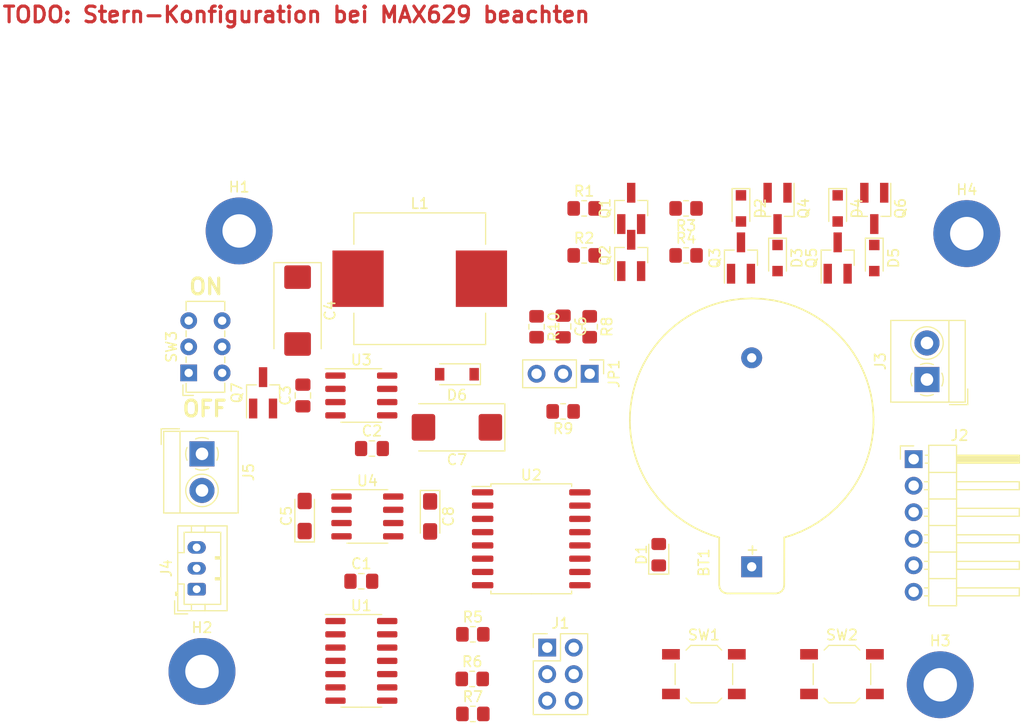
<source format=kicad_pcb>
(kicad_pcb (version 20171130) (host pcbnew 5.1.9)

  (general
    (thickness 1.6)
    (drawings 3)
    (tracks 1)
    (zones 0)
    (modules 50)
    (nets 45)
  )

  (page A4)
  (title_block
    (title slock)
    (date 2021-03-24)
    (rev 1.0)
    (company buckket.org)
  )

  (layers
    (0 F.Cu signal)
    (31 B.Cu signal)
    (32 B.Adhes user)
    (33 F.Adhes user)
    (34 B.Paste user)
    (35 F.Paste user)
    (36 B.SilkS user)
    (37 F.SilkS user)
    (38 B.Mask user)
    (39 F.Mask user)
    (40 Dwgs.User user)
    (41 Cmts.User user)
    (42 Eco1.User user)
    (43 Eco2.User user)
    (44 Edge.Cuts user)
    (45 Margin user)
    (46 B.CrtYd user)
    (47 F.CrtYd user)
    (48 B.Fab user)
    (49 F.Fab user hide)
  )

  (setup
    (last_trace_width 0.5)
    (user_trace_width 0.5)
    (trace_clearance 0.2)
    (zone_clearance 0.508)
    (zone_45_only no)
    (trace_min 0.2)
    (via_size 0.8)
    (via_drill 0.4)
    (via_min_size 0.4)
    (via_min_drill 0.3)
    (uvia_size 0.3)
    (uvia_drill 0.1)
    (uvias_allowed no)
    (uvia_min_size 0.2)
    (uvia_min_drill 0.1)
    (edge_width 0.05)
    (segment_width 0.2)
    (pcb_text_width 0.3)
    (pcb_text_size 1.5 1.5)
    (mod_edge_width 0.12)
    (mod_text_size 1 1)
    (mod_text_width 0.15)
    (pad_size 1.524 1.524)
    (pad_drill 0.762)
    (pad_to_mask_clearance 0)
    (aux_axis_origin 0 0)
    (visible_elements FFFFFF7F)
    (pcbplotparams
      (layerselection 0x010fc_ffffffff)
      (usegerberextensions false)
      (usegerberattributes true)
      (usegerberadvancedattributes true)
      (creategerberjobfile true)
      (excludeedgelayer true)
      (linewidth 0.100000)
      (plotframeref false)
      (viasonmask false)
      (mode 1)
      (useauxorigin false)
      (hpglpennumber 1)
      (hpglpenspeed 20)
      (hpglpendiameter 15.000000)
      (psnegative false)
      (psa4output false)
      (plotreference true)
      (plotvalue true)
      (plotinvisibletext false)
      (padsonsilk false)
      (subtractmaskfromsilk false)
      (outputformat 1)
      (mirror false)
      (drillshape 1)
      (scaleselection 1)
      (outputdirectory ""))
  )

  (net 0 "")
  (net 1 "Net-(BT1-Pad1)")
  (net 2 GND)
  (net 3 +3V3)
  (net 4 "Net-(C3-Pad1)")
  (net 5 VCC)
  (net 6 "Net-(C6-Pad2)")
  (net 7 +24V)
  (net 8 "Net-(D1-Pad2)")
  (net 9 COUT1)
  (net 10 COUT2)
  (net 11 "Net-(D6-Pad2)")
  (net 12 UPDI)
  (net 13 RXI)
  (net 14 TXO)
  (net 15 +BATT)
  (net 16 "Net-(JP1-Pad1)")
  (net 17 "Net-(JP1-Pad3)")
  (net 18 "Net-(Q1-Pad3)")
  (net 19 "Net-(Q1-Pad2)")
  (net 20 "Net-(Q1-Pad1)")
  (net 21 "Net-(Q2-Pad1)")
  (net 22 "Net-(Q2-Pad2)")
  (net 23 "Net-(Q2-Pad3)")
  (net 24 "Net-(Q4-Pad1)")
  (net 25 "Net-(Q6-Pad1)")
  (net 26 CPULSE1)
  (net 27 CPULSE2)
  (net 28 LED)
  (net 29 SCL)
  (net 30 SDA)
  (net 31 CONFIG)
  (net 32 RESET)
  (net 33 SHDN)
  (net 34 INT)
  (net 35 "Net-(J1-Pad3)")
  (net 36 "Net-(J1-Pad4)")
  (net 37 "Net-(J1-Pad5)")
  (net 38 "Net-(J2-Pad2)")
  (net 39 "Net-(J2-Pad6)")
  (net 40 "Net-(J4-Pad2)")
  (net 41 "Net-(Q7-Pad3)")
  (net 42 "Net-(SW3-Pad1)")
  (net 43 "Net-(U2-Pad1)")
  (net 44 "Net-(U2-Pad4)")

  (net_class Default "This is the default net class."
    (clearance 0.2)
    (trace_width 0.25)
    (via_dia 0.8)
    (via_drill 0.4)
    (uvia_dia 0.3)
    (uvia_drill 0.1)
    (add_net +24V)
    (add_net +3V3)
    (add_net +BATT)
    (add_net CONFIG)
    (add_net COUT1)
    (add_net COUT2)
    (add_net CPULSE1)
    (add_net CPULSE2)
    (add_net GND)
    (add_net INT)
    (add_net LED)
    (add_net "Net-(BT1-Pad1)")
    (add_net "Net-(C3-Pad1)")
    (add_net "Net-(C6-Pad2)")
    (add_net "Net-(D1-Pad2)")
    (add_net "Net-(D6-Pad2)")
    (add_net "Net-(J1-Pad3)")
    (add_net "Net-(J1-Pad4)")
    (add_net "Net-(J1-Pad5)")
    (add_net "Net-(J2-Pad2)")
    (add_net "Net-(J2-Pad6)")
    (add_net "Net-(J4-Pad2)")
    (add_net "Net-(JP1-Pad1)")
    (add_net "Net-(JP1-Pad3)")
    (add_net "Net-(Q1-Pad1)")
    (add_net "Net-(Q1-Pad2)")
    (add_net "Net-(Q1-Pad3)")
    (add_net "Net-(Q2-Pad1)")
    (add_net "Net-(Q2-Pad2)")
    (add_net "Net-(Q2-Pad3)")
    (add_net "Net-(Q4-Pad1)")
    (add_net "Net-(Q6-Pad1)")
    (add_net "Net-(Q7-Pad3)")
    (add_net "Net-(SW3-Pad1)")
    (add_net "Net-(U2-Pad1)")
    (add_net "Net-(U2-Pad4)")
    (add_net RESET)
    (add_net RXI)
    (add_net SCL)
    (add_net SDA)
    (add_net SHDN)
    (add_net TXO)
    (add_net UPDI)
    (add_net VCC)
  )

  (module Capacitor_Tantalum_SMD:CP_EIA-7343-31_Kemet-D_Pad2.25x2.55mm_HandSolder (layer F.Cu) (tedit 5EBA9318) (tstamp 605BC2E9)
    (at 122.682 82.296 270)
    (descr "Tantalum Capacitor SMD Kemet-D (7343-31 Metric), IPC_7351 nominal, (Body size from: http://www.kemet.com/Lists/ProductCatalog/Attachments/253/KEM_TC101_STD.pdf), generated with kicad-footprint-generator")
    (tags "capacitor tantalum")
    (path /60651B64)
    (attr smd)
    (fp_text reference C4 (at 0 -3.1 90) (layer F.SilkS)
      (effects (font (size 1 1) (thickness 0.15)))
    )
    (fp_text value 10µF (at 0 3.1 90) (layer F.Fab)
      (effects (font (size 1 1) (thickness 0.15)))
    )
    (fp_line (start 4.58 2.4) (end -4.58 2.4) (layer F.CrtYd) (width 0.05))
    (fp_line (start 4.58 -2.4) (end 4.58 2.4) (layer F.CrtYd) (width 0.05))
    (fp_line (start -4.58 -2.4) (end 4.58 -2.4) (layer F.CrtYd) (width 0.05))
    (fp_line (start -4.58 2.4) (end -4.58 -2.4) (layer F.CrtYd) (width 0.05))
    (fp_line (start -4.585 2.26) (end 3.65 2.26) (layer F.SilkS) (width 0.12))
    (fp_line (start -4.585 -2.26) (end -4.585 2.26) (layer F.SilkS) (width 0.12))
    (fp_line (start 3.65 -2.26) (end -4.585 -2.26) (layer F.SilkS) (width 0.12))
    (fp_line (start 3.65 2.15) (end 3.65 -2.15) (layer F.Fab) (width 0.1))
    (fp_line (start -3.65 2.15) (end 3.65 2.15) (layer F.Fab) (width 0.1))
    (fp_line (start -3.65 -1.15) (end -3.65 2.15) (layer F.Fab) (width 0.1))
    (fp_line (start -2.65 -2.15) (end -3.65 -1.15) (layer F.Fab) (width 0.1))
    (fp_line (start 3.65 -2.15) (end -2.65 -2.15) (layer F.Fab) (width 0.1))
    (fp_text user %R (at 0 0 90) (layer F.Fab)
      (effects (font (size 1 1) (thickness 0.15)))
    )
    (pad 1 smd roundrect (at -3.2 0 270) (size 2.25 2.55) (layers F.Cu F.Paste F.Mask) (roundrect_rratio 0.111111)
      (net 5 VCC))
    (pad 2 smd roundrect (at 3.2 0 270) (size 2.25 2.55) (layers F.Cu F.Paste F.Mask) (roundrect_rratio 0.111111)
      (net 2 GND))
    (model ${KISYS3DMOD}/Capacitor_Tantalum_SMD.3dshapes/CP_EIA-7343-31_Kemet-D.wrl
      (at (xyz 0 0 0))
      (scale (xyz 1 1 1))
      (rotate (xyz 0 0 0))
    )
  )

  (module sclock:BatteryHolder_Keystone_1066_1x2032 (layer F.Cu) (tedit 605A42EF) (tstamp 605AEECD)
    (at 166.116 109.22 90)
    (descr https://www.keyelco.com/product-pdf.cfm?p=723)
    (tags "Keystone type 1066 battery holder")
    (path /6061D9F9)
    (fp_text reference BT1 (at 2.794 -4.572 90) (layer F.SilkS)
      (effects (font (size 1 1) (thickness 0.15)))
    )
    (fp_text value 1066 (at 15 14 90) (layer F.Fab)
      (effects (font (size 1 1) (thickness 0.15)))
    )
    (fp_circle (center 16.45 0) (end 19.6 0) (layer F.Fab) (width 0.1))
    (fp_circle (center 16.45 0) (end 26.7 0) (layer F.Fab) (width 0.1))
    (fp_line (start 28.294 1.04) (end 28.34 0.02) (layer F.CrtYd) (width 0.05))
    (fp_line (start 28.34 -0.016) (end 28.294 -1.036) (layer F.CrtYd) (width 0.05))
    (fp_line (start 28.291 -1.071) (end 28.156 -2.083) (layer F.CrtYd) (width 0.05))
    (fp_line (start 28.15 -2.117) (end 27.943 -3.044) (layer F.CrtYd) (width 0.05))
    (fp_line (start 27.936 -3.072) (end 27.74 -3.729) (layer F.CrtYd) (width 0.05))
    (fp_line (start 27.733 -3.752) (end 27.498 -4.396) (layer F.CrtYd) (width 0.05))
    (fp_line (start 27.489 -4.418) (end 27.216 -5.048) (layer F.CrtYd) (width 0.05))
    (fp_line (start 27.206 -5.069) (end 26.896 -5.681) (layer F.CrtYd) (width 0.05))
    (fp_line (start 26.885 -5.702) (end 26.539 -6.294) (layer F.CrtYd) (width 0.05))
    (fp_line (start 26.526 -6.315) (end 26.146 -6.885) (layer F.CrtYd) (width 0.05))
    (fp_line (start 26.132 -6.905) (end 25.718 -7.452) (layer F.CrtYd) (width 0.05))
    (fp_line (start 25.703 -7.47) (end 25.257 -7.992) (layer F.CrtYd) (width 0.05))
    (fp_line (start 25.241 -8.009) (end 24.765 -8.503) (layer F.CrtYd) (width 0.05))
    (fp_line (start 24.748 -8.52) (end 24.244 -8.985) (layer F.CrtYd) (width 0.05))
    (fp_line (start 24.226 -9) (end 23.694 -9.434) (layer F.CrtYd) (width 0.05))
    (fp_line (start 23.676 -9.449) (end 23.119 -9.85) (layer F.CrtYd) (width 0.05))
    (fp_line (start 23.1 -9.863) (end 22.52 -10.231) (layer F.CrtYd) (width 0.05))
    (fp_line (start 22.5 -10.243) (end 21.9 -10.575) (layer F.CrtYd) (width 0.05))
    (fp_line (start 21.879 -10.586) (end 21.26 -10.882) (layer F.CrtYd) (width 0.05))
    (fp_line (start 21.238 -10.892) (end 20.603 -11.151) (layer F.CrtYd) (width 0.05))
    (fp_line (start 20.58 -11.159) (end 19.931 -11.379) (layer F.CrtYd) (width 0.05))
    (fp_line (start 19.908 -11.386) (end 19.246 -11.567) (layer F.CrtYd) (width 0.05))
    (fp_line (start 19.223 -11.573) (end 18.552 -11.714) (layer F.CrtYd) (width 0.05))
    (fp_line (start 18.529 -11.719) (end 17.85 -11.82) (layer F.CrtYd) (width 0.05))
    (fp_line (start 17.826 -11.823) (end 17.143 -11.883) (layer F.CrtYd) (width 0.05))
    (fp_line (start 17.119 -11.884) (end 16.434 -11.904) (layer F.CrtYd) (width 0.05))
    (fp_line (start 16.41 -11.904) (end 15.724 -11.883) (layer F.CrtYd) (width 0.05))
    (fp_line (start 15.7 -11.882) (end 15.017 -11.82) (layer F.CrtYd) (width 0.05))
    (fp_line (start 14.994 -11.817) (end 14.315 -11.714) (layer F.CrtYd) (width 0.05))
    (fp_line (start 14.292 -11.71) (end 13.621 -11.567) (layer F.CrtYd) (width 0.05))
    (fp_line (start 13.598 -11.562) (end 12.937 -11.379) (layer F.CrtYd) (width 0.05))
    (fp_line (start 12.914 -11.372) (end 12.265 -11.15) (layer F.CrtYd) (width 0.05))
    (fp_line (start 12.242 -11.142) (end 11.608 -10.882) (layer F.CrtYd) (width 0.05))
    (fp_line (start 11.586 -10.873) (end 10.968 -10.575) (layer F.CrtYd) (width 0.05))
    (fp_line (start 10.946 -10.564) (end 10.347 -10.231) (layer F.CrtYd) (width 0.05))
    (fp_line (start 10.327 -10.219) (end 9.748 -9.85) (layer F.CrtYd) (width 0.05))
    (fp_line (start 9.722 -9.832) (end 8.809 -9.142) (layer F.CrtYd) (width 0.05))
    (fp_line (start 8.778 -9.116) (end 7.938 -8.339) (layer F.CrtYd) (width 0.05))
    (fp_line (start 7.91 -8.311) (end 7.151 -7.454) (layer F.CrtYd) (width 0.05))
    (fp_line (start 7.127 -7.423) (end 6.457 -6.495) (layer F.CrtYd) (width 0.05))
    (fp_line (start 6.437 -6.465) (end 5.974 -5.685) (layer F.CrtYd) (width 0.05))
    (fp_line (start 5.959 -5.657) (end 5.558 -4.843) (layer F.CrtYd) (width 0.05))
    (fp_line (start 5.546 -4.815) (end 5.211 -3.972) (layer F.CrtYd) (width 0.05))
    (fp_line (start 5.2 -3.942) (end 5.019 -3.357) (layer F.CrtYd) (width 0.05))
    (fp_line (start 5.019 -3.357) (end 0.635 -3.357) (layer F.CrtYd) (width 0.05))
    (fp_line (start 0.557 -3.35) (end 0.314 -3.301) (layer F.CrtYd) (width 0.05))
    (fp_line (start 0.17 -3.242) (end -0.036 -3.104) (layer F.CrtYd) (width 0.05))
    (fp_line (start -0.147 -2.994) (end -0.284 -2.788) (layer F.CrtYd) (width 0.05))
    (fp_line (start -0.344 -2.643) (end -0.392 -2.4) (layer F.CrtYd) (width 0.05))
    (fp_line (start -0.4 -2.322) (end -0.4 -2.056) (layer F.CrtYd) (width 0.05))
    (fp_line (start -0.4 -2.056) (end -0.4 2.059) (layer F.CrtYd) (width 0.05))
    (fp_line (start -0.4 2.059) (end -0.4 2.327) (layer F.CrtYd) (width 0.05))
    (fp_line (start -0.392 2.405) (end -0.344 2.648) (layer F.CrtYd) (width 0.05))
    (fp_line (start -0.284 2.792) (end -0.147 2.998) (layer F.CrtYd) (width 0.05))
    (fp_line (start -0.037 3.108) (end 0.169 3.246) (layer F.CrtYd) (width 0.05))
    (fp_line (start 0.313 3.306) (end 0.555 3.354) (layer F.CrtYd) (width 0.05))
    (fp_line (start 0.633 3.362) (end 5.022 3.369) (layer F.CrtYd) (width 0.05))
    (fp_line (start 5.022 3.369) (end 5.202 3.952) (layer F.CrtYd) (width 0.05))
    (fp_line (start 5.213 3.982) (end 5.548 4.823) (layer F.CrtYd) (width 0.05))
    (fp_line (start 5.56 4.851) (end 5.96 5.663) (layer F.CrtYd) (width 0.05))
    (fp_line (start 5.975 5.691) (end 6.437 6.468) (layer F.CrtYd) (width 0.05))
    (fp_line (start 6.457 6.498) (end 7.127 7.426) (layer F.CrtYd) (width 0.05))
    (fp_line (start 7.151 7.457) (end 7.91 8.314) (layer F.CrtYd) (width 0.05))
    (fp_line (start 7.938 8.343) (end 8.778 9.12) (layer F.CrtYd) (width 0.05))
    (fp_line (start 8.809 9.145) (end 9.722 9.835) (layer F.CrtYd) (width 0.05))
    (fp_line (start 9.749 9.854) (end 10.353 10.238) (layer F.CrtYd) (width 0.05))
    (fp_line (start 10.374 10.25) (end 11.001 10.596) (layer F.CrtYd) (width 0.05))
    (fp_line (start 11.023 10.607) (end 11.67 10.913) (layer F.CrtYd) (width 0.05))
    (fp_line (start 11.692 10.923) (end 12.357 11.188) (layer F.CrtYd) (width 0.05))
    (fp_line (start 12.381 11.197) (end 13.06 11.42) (layer F.CrtYd) (width 0.05))
    (fp_line (start 13.084 11.427) (end 13.777 11.608) (layer F.CrtYd) (width 0.05))
    (fp_line (start 13.801 11.613) (end 14.503 11.75) (layer F.CrtYd) (width 0.05))
    (fp_line (start 14.528 11.754) (end 15.237 11.848) (layer F.CrtYd) (width 0.05))
    (fp_line (start 15.262 11.85) (end 15.976 11.899) (layer F.CrtYd) (width 0.05))
    (fp_line (start 16.001 11.9) (end 16.716 11.904) (layer F.CrtYd) (width 0.05))
    (fp_line (start 16.741 11.904) (end 17.456 11.864) (layer F.CrtYd) (width 0.05))
    (fp_line (start 17.481 11.862) (end 18.191 11.777) (layer F.CrtYd) (width 0.05))
    (fp_line (start 18.216 11.774) (end 18.92 11.645) (layer F.CrtYd) (width 0.05))
    (fp_line (start 18.944 11.64) (end 19.639 11.468) (layer F.CrtYd) (width 0.05))
    (fp_line (start 19.663 11.462) (end 20.345 11.247) (layer F.CrtYd) (width 0.05))
    (fp_line (start 20.369 11.239) (end 21.037 10.982) (layer F.CrtYd) (width 0.05))
    (fp_line (start 21.06 10.972) (end 21.711 10.675) (layer F.CrtYd) (width 0.05))
    (fp_line (start 21.733 10.664) (end 22.364 10.326) (layer F.CrtYd) (width 0.05))
    (fp_line (start 22.385 10.314) (end 22.994 9.937) (layer F.CrtYd) (width 0.05))
    (fp_line (start 23.015 9.924) (end 23.599 9.51) (layer F.CrtYd) (width 0.05))
    (fp_line (start 23.619 9.495) (end 24.176 9.046) (layer F.CrtYd) (width 0.05))
    (fp_line (start 24.195 9.03) (end 24.724 8.548) (layer F.CrtYd) (width 0.05))
    (fp_line (start 24.741 8.53) (end 25.239 8.016) (layer F.CrtYd) (width 0.05))
    (fp_line (start 25.256 7.997) (end 25.72 7.453) (layer F.CrtYd) (width 0.05))
    (fp_line (start 25.735 7.434) (end 26.165 6.861) (layer F.CrtYd) (width 0.05))
    (fp_line (start 26.179 6.841) (end 26.573 6.243) (layer F.CrtYd) (width 0.05))
    (fp_line (start 26.586 6.222) (end 26.941 5.601) (layer F.CrtYd) (width 0.05))
    (fp_line (start 26.953 5.579) (end 27.269 4.937) (layer F.CrtYd) (width 0.05))
    (fp_line (start 27.279 4.914) (end 27.555 4.254) (layer F.CrtYd) (width 0.05))
    (fp_line (start 27.564 4.23) (end 27.798 3.554) (layer F.CrtYd) (width 0.05))
    (fp_line (start 27.805 3.53) (end 27.996 2.841) (layer F.CrtYd) (width 0.05))
    (fp_line (start 28.002 2.817) (end 28.15 2.117) (layer F.CrtYd) (width 0.05))
    (fp_line (start 28.156 2.087) (end 28.291 1.075) (layer F.CrtYd) (width 0.05))
    (fp_line (start 28.045 1.028) (end 28.09 0.008) (layer F.SilkS) (width 0.16))
    (fp_line (start 28.09 -0.005) (end 28.045 -1.025) (layer F.SilkS) (width 0.16))
    (fp_line (start 28.043 -1.038) (end 27.908 -2.05) (layer F.SilkS) (width 0.16))
    (fp_line (start 27.906 -2.063) (end 27.699 -2.99) (layer F.SilkS) (width 0.16))
    (fp_line (start 27.697 -3) (end 27.501 -3.657) (layer F.SilkS) (width 0.16))
    (fp_line (start 27.498 -3.666) (end 27.263 -4.31) (layer F.SilkS) (width 0.16))
    (fp_line (start 27.26 -4.319) (end 26.987 -4.948) (layer F.SilkS) (width 0.16))
    (fp_line (start 26.983 -4.956) (end 26.673 -5.568) (layer F.SilkS) (width 0.16))
    (fp_line (start 26.669 -5.576) (end 26.323 -6.168) (layer F.SilkS) (width 0.16))
    (fp_line (start 26.318 -6.176) (end 25.938 -6.747) (layer F.SilkS) (width 0.16))
    (fp_line (start 25.933 -6.754) (end 25.519 -7.301) (layer F.SilkS) (width 0.16))
    (fp_line (start 25.513 -7.308) (end 25.067 -7.829) (layer F.SilkS) (width 0.16))
    (fp_line (start 25.061 -7.836) (end 24.585 -8.33) (layer F.SilkS) (width 0.16))
    (fp_line (start 24.579 -8.336) (end 24.074 -8.801) (layer F.SilkS) (width 0.16))
    (fp_line (start 24.068 -8.807) (end 23.536 -9.24) (layer F.SilkS) (width 0.16))
    (fp_line (start 23.529 -9.246) (end 22.973 -9.647) (layer F.SilkS) (width 0.16))
    (fp_line (start 22.966 -9.652) (end 22.386 -10.02) (layer F.SilkS) (width 0.16))
    (fp_line (start 22.379 -10.024) (end 21.779 -10.357) (layer F.SilkS) (width 0.16))
    (fp_line (start 21.771 -10.361) (end 21.152 -10.657) (layer F.SilkS) (width 0.16))
    (fp_line (start 21.144 -10.66) (end 20.508 -10.919) (layer F.SilkS) (width 0.16))
    (fp_line (start 20.5 -10.922) (end 19.85 -11.142) (layer F.SilkS) (width 0.16))
    (fp_line (start 19.842 -11.145) (end 19.18 -11.326) (layer F.SilkS) (width 0.16))
    (fp_line (start 19.172 -11.328) (end 18.5 -11.47) (layer F.SilkS) (width 0.16))
    (fp_line (start 18.492 -11.471) (end 17.813 -11.572) (layer F.SilkS) (width 0.16))
    (fp_line (start 17.804 -11.573) (end 17.121 -11.634) (layer F.SilkS) (width 0.16))
    (fp_line (start 17.112 -11.635) (end 16.426 -11.654) (layer F.SilkS) (width 0.16))
    (fp_line (start 16.418 -11.654) (end 15.732 -11.633) (layer F.SilkS) (width 0.16))
    (fp_line (start 15.723 -11.633) (end 15.04 -11.571) (layer F.SilkS) (width 0.16))
    (fp_line (start 15.031 -11.57) (end 14.353 -11.467) (layer F.SilkS) (width 0.16))
    (fp_line (start 14.344 -11.465) (end 13.673 -11.323) (layer F.SilkS) (width 0.16))
    (fp_line (start 13.664 -11.321) (end 13.003 -11.138) (layer F.SilkS) (width 0.16))
    (fp_line (start 12.995 -11.135) (end 12.345 -10.914) (layer F.SilkS) (width 0.16))
    (fp_line (start 12.337 -10.911) (end 11.702 -10.651) (layer F.SilkS) (width 0.16))
    (fp_line (start 11.694 -10.647) (end 11.076 -10.35) (layer F.SilkS) (width 0.16))
    (fp_line (start 11.068 -10.346) (end 10.469 -10.012) (layer F.SilkS) (width 0.16))
    (fp_line (start 10.461 -10.008) (end 9.882 -9.639) (layer F.SilkS) (width 0.16))
    (fp_line (start 9.873 -9.632) (end 8.959 -8.942) (layer F.SilkS) (width 0.16))
    (fp_line (start 8.948 -8.933) (end 8.108 -8.155) (layer F.SilkS) (width 0.16))
    (fp_line (start 8.097 -8.145) (end 7.339 -7.288) (layer F.SilkS) (width 0.16))
    (fp_line (start 7.329 -7.276) (end 6.659 -6.348) (layer F.SilkS) (width 0.16))
    (fp_line (start 6.652 -6.337) (end 6.189 -5.557) (layer F.SilkS) (width 0.16))
    (fp_line (start 6.183 -5.547) (end 5.783 -4.733) (layer F.SilkS) (width 0.16))
    (fp_line (start 5.778 -4.722) (end 5.443 -3.879) (layer F.SilkS) (width 0.16))
    (fp_line (start 5.439 -3.868) (end 5.204 -3.107) (layer F.SilkS) (width 0.16))
    (fp_line (start 5.204 -3.107) (end 0.635 -3.107) (layer F.SilkS) (width 0.16))
    (fp_line (start 0.606 -3.104) (end 0.363 -3.056) (layer F.SilkS) (width 0.16))
    (fp_line (start 0.309 -3.034) (end 0.103 -2.896) (layer F.SilkS) (width 0.16))
    (fp_line (start 0.061 -2.855) (end -0.076 -2.649) (layer F.SilkS) (width 0.16))
    (fp_line (start -0.099 -2.595) (end -0.147 -2.352) (layer F.SilkS) (width 0.16))
    (fp_line (start -0.15 -2.322) (end -0.15 -2.056) (layer F.SilkS) (width 0.16))
    (fp_line (start -0.15 -2.056) (end -0.15 2.059) (layer F.SilkS) (width 0.16))
    (fp_line (start -0.15 2.059) (end -0.15 2.327) (layer F.SilkS) (width 0.16))
    (fp_line (start -0.147 2.356) (end -0.099 2.599) (layer F.SilkS) (width 0.16))
    (fp_line (start -0.077 2.653) (end 0.061 2.859) (layer F.SilkS) (width 0.16))
    (fp_line (start 0.102 2.9) (end 0.308 3.038) (layer F.SilkS) (width 0.16))
    (fp_line (start 0.362 3.06) (end 0.604 3.109) (layer F.SilkS) (width 0.16))
    (fp_line (start 0.634 3.112) (end 5.206 3.12) (layer F.SilkS) (width 0.16))
    (fp_line (start 5.206 3.12) (end 5.441 3.879) (layer F.SilkS) (width 0.16))
    (fp_line (start 5.445 3.89) (end 5.78 4.73) (layer F.SilkS) (width 0.16))
    (fp_line (start 5.785 4.741) (end 6.184 5.553) (layer F.SilkS) (width 0.16))
    (fp_line (start 6.19 5.563) (end 6.652 6.341) (layer F.SilkS) (width 0.16))
    (fp_line (start 6.659 6.352) (end 7.329 7.28) (layer F.SilkS) (width 0.16))
    (fp_line (start 7.339 7.292) (end 8.097 8.148) (layer F.SilkS) (width 0.16))
    (fp_line (start 8.108 8.159) (end 8.948 8.936) (layer F.SilkS) (width 0.16))
    (fp_line (start 8.959 8.946) (end 9.873 9.636) (layer F.SilkS) (width 0.16))
    (fp_line (start 9.883 9.643) (end 10.487 10.027) (layer F.SilkS) (width 0.16))
    (fp_line (start 10.495 10.031) (end 11.121 10.377) (layer F.SilkS) (width 0.16))
    (fp_line (start 11.13 10.381) (end 11.777 10.687) (layer F.SilkS) (width 0.16))
    (fp_line (start 11.785 10.691) (end 12.45 10.956) (layer F.SilkS) (width 0.16))
    (fp_line (start 12.459 10.959) (end 13.138 11.182) (layer F.SilkS) (width 0.16))
    (fp_line (start 13.147 11.185) (end 13.84 11.366) (layer F.SilkS) (width 0.16))
    (fp_line (start 13.849 11.368) (end 14.551 11.505) (layer F.SilkS) (width 0.16))
    (fp_line (start 14.56 11.506) (end 15.27 11.6) (layer F.SilkS) (width 0.16))
    (fp_line (start 15.279 11.601) (end 15.993 11.65) (layer F.SilkS) (width 0.16))
    (fp_line (start 16.002 11.65) (end 16.718 11.654) (layer F.SilkS) (width 0.16))
    (fp_line (start 16.727 11.654) (end 17.442 11.614) (layer F.SilkS) (width 0.16))
    (fp_line (start 17.451 11.613) (end 18.162 11.529) (layer F.SilkS) (width 0.16))
    (fp_line (start 18.171 11.528) (end 18.875 11.399) (layer F.SilkS) (width 0.16))
    (fp_line (start 18.884 11.397) (end 19.579 11.226) (layer F.SilkS) (width 0.16))
    (fp_line (start 19.588 11.223) (end 20.27 11.008) (layer F.SilkS) (width 0.16))
    (fp_line (start 20.279 11.005) (end 20.947 10.749) (layer F.SilkS) (width 0.16))
    (fp_line (start 20.956 10.745) (end 21.607 10.447) (layer F.SilkS) (width 0.16))
    (fp_line (start 21.615 10.443) (end 22.246 10.106) (layer F.SilkS) (width 0.16))
    (fp_line (start 22.254 10.101) (end 22.863 9.725) (layer F.SilkS) (width 0.16))
    (fp_line (start 22.871 9.72) (end 23.455 9.306) (layer F.SilkS) (width 0.16))
    (fp_line (start 23.462 9.301) (end 24.02 8.852) (layer F.SilkS) (width 0.16))
    (fp_line (start 24.027 8.846) (end 24.555 8.363) (layer F.SilkS) (width 0.16))
    (fp_line (start 24.562 8.357) (end 25.059 7.842) (layer F.SilkS) (width 0.16))
    (fp_line (start 25.065 7.835) (end 25.53 7.291) (layer F.SilkS) (width 0.16))
    (fp_line (start 25.536 7.283) (end 25.965 6.711) (layer F.SilkS) (width 0.16))
    (fp_line (start 25.971 6.704) (end 26.364 6.106) (layer F.SilkS) (width 0.16))
    (fp_line (start 26.369 6.098) (end 26.724 5.477) (layer F.SilkS) (width 0.16))
    (fp_line (start 26.729 5.468) (end 27.045 4.826) (layer F.SilkS) (width 0.16))
    (fp_line (start 27.048 4.818) (end 27.324 4.157) (layer F.SilkS) (width 0.16))
    (fp_line (start 27.327 4.149) (end 27.561 3.472) (layer F.SilkS) (width 0.16))
    (fp_line (start 27.564 3.464) (end 27.755 2.774) (layer F.SilkS) (width 0.16))
    (fp_line (start 27.758 2.765) (end 27.906 2.065) (layer F.SilkS) (width 0.16))
    (fp_line (start 27.908 2.054) (end 28.043 1.042) (layer F.SilkS) (width 0.16))
    (fp_line (start 27.611 2.734) (end 27.759 2.034) (layer F.Fab) (width 0.1))
    (fp_line (start 27.419 3.423) (end 27.611 2.734) (layer F.Fab) (width 0.1))
    (fp_line (start 27.186 4.1) (end 27.419 3.423) (layer F.Fab) (width 0.1))
    (fp_line (start 26.91 4.76) (end 27.186 4.1) (layer F.Fab) (width 0.1))
    (fp_line (start 26.594 5.402) (end 26.91 4.76) (layer F.Fab) (width 0.1))
    (fp_line (start 26.239 6.023) (end 26.594 5.402) (layer F.Fab) (width 0.1))
    (fp_line (start 25.845 6.621) (end 26.239 6.023) (layer F.Fab) (width 0.1))
    (fp_line (start 25.416 7.193) (end 25.845 6.621) (layer F.Fab) (width 0.1))
    (fp_line (start 24.951 7.738) (end 25.416 7.193) (layer F.Fab) (width 0.1))
    (fp_line (start 24.454 8.252) (end 24.951 7.738) (layer F.Fab) (width 0.1))
    (fp_line (start 23.925 8.735) (end 24.454 8.252) (layer F.Fab) (width 0.1))
    (fp_line (start 23.368 9.184) (end 23.925 8.735) (layer F.Fab) (width 0.1))
    (fp_line (start 22.784 9.597) (end 23.368 9.184) (layer F.Fab) (width 0.1))
    (fp_line (start 22.175 9.973) (end 22.784 9.597) (layer F.Fab) (width 0.1))
    (fp_line (start 21.544 10.311) (end 22.175 9.973) (layer F.Fab) (width 0.1))
    (fp_line (start 20.893 10.609) (end 21.544 10.311) (layer F.Fab) (width 0.1))
    (fp_line (start 20.225 10.865) (end 20.893 10.609) (layer F.Fab) (width 0.1))
    (fp_line (start 19.543 11.08) (end 20.225 10.865) (layer F.Fab) (width 0.1))
    (fp_line (start 18.848 11.252) (end 19.543 11.08) (layer F.Fab) (width 0.1))
    (fp_line (start 18.144 11.38) (end 18.848 11.252) (layer F.Fab) (width 0.1))
    (fp_line (start 17.434 11.464) (end 18.144 11.38) (layer F.Fab) (width 0.1))
    (fp_line (start 16.719 11.504) (end 17.434 11.464) (layer F.Fab) (width 0.1))
    (fp_line (start 16.003 11.5) (end 16.719 11.504) (layer F.Fab) (width 0.1))
    (fp_line (start 15.289 11.451) (end 16.003 11.5) (layer F.Fab) (width 0.1))
    (fp_line (start 14.58 11.358) (end 15.289 11.451) (layer F.Fab) (width 0.1))
    (fp_line (start 13.878 11.22) (end 14.58 11.358) (layer F.Fab) (width 0.1))
    (fp_line (start 13.185 11.04) (end 13.878 11.22) (layer F.Fab) (width 0.1))
    (fp_line (start 12.505 10.817) (end 13.185 11.04) (layer F.Fab) (width 0.1))
    (fp_line (start 11.841 10.551) (end 12.505 10.817) (layer F.Fab) (width 0.1))
    (fp_line (start 11.194 10.246) (end 11.841 10.551) (layer F.Fab) (width 0.1))
    (fp_line (start 10.567 9.9) (end 11.194 10.246) (layer F.Fab) (width 0.1))
    (fp_line (start 9.963 9.516) (end 10.567 9.9) (layer F.Fab) (width 0.1))
    (fp_line (start 9.05 8.826) (end 9.963 9.516) (layer F.Fab) (width 0.1))
    (fp_line (start 8.21 8.049) (end 9.05 8.826) (layer F.Fab) (width 0.1))
    (fp_line (start 7.451 7.192) (end 8.21 8.049) (layer F.Fab) (width 0.1))
    (fp_line (start 6.781 6.264) (end 7.451 7.192) (layer F.Fab) (width 0.1))
    (fp_line (start 6.319 5.486) (end 6.781 6.264) (layer F.Fab) (width 0.1))
    (fp_line (start 5.919 4.675) (end 6.319 5.486) (layer F.Fab) (width 0.1))
    (fp_line (start 5.585 3.834) (end 5.919 4.675) (layer F.Fab) (width 0.1))
    (fp_line (start 5.317 2.97) (end 5.585 3.834) (layer F.Fab) (width 0.1))
    (fp_line (start 0.634 2.962) (end 5.317 2.97) (layer F.Fab) (width 0.1))
    (fp_line (start 0.391 2.913) (end 0.634 2.962) (layer F.Fab) (width 0.1))
    (fp_line (start 0.186 2.776) (end 0.391 2.913) (layer F.Fab) (width 0.1))
    (fp_line (start 0.048 2.57) (end 0.186 2.776) (layer F.Fab) (width 0.1))
    (fp_line (start 0 2.327) (end 0.048 2.57) (layer F.Fab) (width 0.1))
    (fp_line (start 0 2.059) (end 0 2.327) (layer F.Fab) (width 0.1))
    (fp_line (start 0 -2.056) (end 0 2.059) (layer F.Fab) (width 0.1))
    (fp_line (start 0 -2.322) (end 0 -2.056) (layer F.Fab) (width 0.1))
    (fp_line (start 0.048 -2.565) (end 0 -2.322) (layer F.Fab) (width 0.1))
    (fp_line (start 0.186 -2.771) (end 0.048 -2.565) (layer F.Fab) (width 0.1))
    (fp_line (start 0.392 -2.909) (end 0.186 -2.771) (layer F.Fab) (width 0.1))
    (fp_line (start 0.635 -2.957) (end 0.392 -2.909) (layer F.Fab) (width 0.1))
    (fp_line (start 5.315 -2.957) (end 0.635 -2.957) (layer F.Fab) (width 0.1))
    (fp_line (start 5.582 -3.824) (end 5.315 -2.957) (layer F.Fab) (width 0.1))
    (fp_line (start 5.917 -4.667) (end 5.582 -3.824) (layer F.Fab) (width 0.1))
    (fp_line (start 6.318 -5.481) (end 5.917 -4.667) (layer F.Fab) (width 0.1))
    (fp_line (start 6.781 -6.26) (end 6.318 -5.481) (layer F.Fab) (width 0.1))
    (fp_line (start 7.451 -7.188) (end 6.781 -6.26) (layer F.Fab) (width 0.1))
    (fp_line (start 8.21 -8.045) (end 7.451 -7.188) (layer F.Fab) (width 0.1))
    (fp_line (start 9.05 -8.823) (end 8.21 -8.045) (layer F.Fab) (width 0.1))
    (fp_line (start 9.963 -9.513) (end 9.05 -8.823) (layer F.Fab) (width 0.1))
    (fp_line (start 10.542 -9.881) (end 9.963 -9.513) (layer F.Fab) (width 0.1))
    (fp_line (start 11.141 -10.215) (end 10.542 -9.881) (layer F.Fab) (width 0.1))
    (fp_line (start 11.759 -10.512) (end 11.141 -10.215) (layer F.Fab) (width 0.1))
    (fp_line (start 12.394 -10.772) (end 11.759 -10.512) (layer F.Fab) (width 0.1))
    (fp_line (start 13.043 -10.993) (end 12.394 -10.772) (layer F.Fab) (width 0.1))
    (fp_line (start 13.704 -11.176) (end 13.043 -10.993) (layer F.Fab) (width 0.1))
    (fp_line (start 14.375 -11.319) (end 13.704 -11.176) (layer F.Fab) (width 0.1))
    (fp_line (start 15.053 -11.421) (end 14.375 -11.319) (layer F.Fab) (width 0.1))
    (fp_line (start 15.737 -11.483) (end 15.053 -11.421) (layer F.Fab) (width 0.1))
    (fp_line (start 16.422 -11.504) (end 15.737 -11.483) (layer F.Fab) (width 0.1))
    (fp_line (start 17.108 -11.485) (end 16.422 -11.504) (layer F.Fab) (width 0.1))
    (fp_line (start 17.791 -11.424) (end 17.108 -11.485) (layer F.Fab) (width 0.1))
    (fp_line (start 18.47 -11.323) (end 17.791 -11.424) (layer F.Fab) (width 0.1))
    (fp_line (start 19.141 -11.181) (end 18.47 -11.323) (layer F.Fab) (width 0.1))
    (fp_line (start 19.802 -11) (end 19.141 -11.181) (layer F.Fab) (width 0.1))
    (fp_line (start 20.452 -10.78) (end 19.802 -11) (layer F.Fab) (width 0.1))
    (fp_line (start 21.087 -10.521) (end 20.452 -10.78) (layer F.Fab) (width 0.1))
    (fp_line (start 21.706 -10.225) (end 21.087 -10.521) (layer F.Fab) (width 0.1))
    (fp_line (start 22.306 -9.893) (end 21.706 -10.225) (layer F.Fab) (width 0.1))
    (fp_line (start 22.885 -9.526) (end 22.306 -9.893) (layer F.Fab) (width 0.1))
    (fp_line (start 23.441 -9.124) (end 22.885 -9.526) (layer F.Fab) (width 0.1))
    (fp_line (start 23.973 -8.69) (end 23.441 -9.124) (layer F.Fab) (width 0.1))
    (fp_line (start 24.477 -8.226) (end 23.973 -8.69) (layer F.Fab) (width 0.1))
    (fp_line (start 24.953 -7.732) (end 24.477 -8.226) (layer F.Fab) (width 0.1))
    (fp_line (start 25.399 -7.21) (end 24.953 -7.732) (layer F.Fab) (width 0.1))
    (fp_line (start 25.813 -6.663) (end 25.399 -7.21) (layer F.Fab) (width 0.1))
    (fp_line (start 26.193 -6.093) (end 25.813 -6.663) (layer F.Fab) (width 0.1))
    (fp_line (start 26.539 -5.5) (end 26.193 -6.093) (layer F.Fab) (width 0.1))
    (fp_line (start 26.849 -4.888) (end 26.539 -5.5) (layer F.Fab) (width 0.1))
    (fp_line (start 27.122 -4.259) (end 26.849 -4.888) (layer F.Fab) (width 0.1))
    (fp_line (start 27.357 -3.615) (end 27.122 -4.259) (layer F.Fab) (width 0.1))
    (fp_line (start 27.553 -2.957) (end 27.357 -3.615) (layer F.Fab) (width 0.1))
    (fp_line (start 27.759 -2.03) (end 27.553 -2.957) (layer F.Fab) (width 0.1))
    (fp_line (start 27.895 -1.018) (end 27.759 -2.03) (layer F.Fab) (width 0.1))
    (fp_line (start 27.94 0.002) (end 27.895 -1.018) (layer F.Fab) (width 0.1))
    (fp_line (start 27.895 1.022) (end 27.94 0.002) (layer F.Fab) (width 0.1))
    (fp_line (start 27.759 2.034) (end 27.895 1.022) (layer F.Fab) (width 0.1))
    (fp_text user + (at 4 0 90) (layer F.SilkS)
      (effects (font (size 1 1) (thickness 0.15)))
    )
    (fp_text user %R (at 0 0 90) (layer F.Fab)
      (effects (font (size 1 1) (thickness 0.15)))
    )
    (fp_arc (start 27.759 2.034) (end 27.906 2.065) (angle -4.325) (layer F.SilkS) (width 0.16))
    (fp_arc (start 27.611 2.734) (end 27.755 2.774) (angle -3.564) (layer F.SilkS) (width 0.16))
    (fp_arc (start 27.419 3.423) (end 27.561 3.472) (angle -3.564) (layer F.SilkS) (width 0.16))
    (fp_arc (start 27.186 4.1) (end 27.324 4.157) (angle -3.564) (layer F.SilkS) (width 0.16))
    (fp_arc (start 26.91 4.76) (end 27.045 4.826) (angle -3.564) (layer F.SilkS) (width 0.16))
    (fp_arc (start 26.594 5.402) (end 26.724 5.477) (angle -3.564) (layer F.SilkS) (width 0.16))
    (fp_arc (start 26.239 6.023) (end 26.364 6.106) (angle -3.564) (layer F.SilkS) (width 0.16))
    (fp_arc (start 25.845 6.621) (end 25.965 6.711) (angle -3.564) (layer F.SilkS) (width 0.16))
    (fp_arc (start 25.416 7.193) (end 25.53 7.291) (angle -3.564) (layer F.SilkS) (width 0.16))
    (fp_arc (start 24.951 7.738) (end 25.059 7.842) (angle -3.564) (layer F.SilkS) (width 0.16))
    (fp_arc (start 24.454 8.252) (end 24.555 8.363) (angle -3.564) (layer F.SilkS) (width 0.16))
    (fp_arc (start 23.925 8.735) (end 24.02 8.852) (angle -3.564) (layer F.SilkS) (width 0.16))
    (fp_arc (start 23.368 9.184) (end 23.455 9.306) (angle -3.564) (layer F.SilkS) (width 0.16))
    (fp_arc (start 22.784 9.597) (end 22.863 9.725) (angle -3.564) (layer F.SilkS) (width 0.16))
    (fp_arc (start 22.175 9.973) (end 22.246 10.106) (angle -3.564) (layer F.SilkS) (width 0.16))
    (fp_arc (start 21.544 10.311) (end 21.607 10.447) (angle -3.564) (layer F.SilkS) (width 0.16))
    (fp_arc (start 20.893 10.609) (end 20.947 10.749) (angle -3.564) (layer F.SilkS) (width 0.16))
    (fp_arc (start 20.225 10.865) (end 20.27 11.008) (angle -3.564) (layer F.SilkS) (width 0.16))
    (fp_arc (start 19.543 11.08) (end 19.579 11.226) (angle -3.564) (layer F.SilkS) (width 0.16))
    (fp_arc (start 18.848 11.252) (end 18.875 11.399) (angle -3.564) (layer F.SilkS) (width 0.16))
    (fp_arc (start 18.144 11.38) (end 18.162 11.529) (angle -3.564) (layer F.SilkS) (width 0.16))
    (fp_arc (start 17.434 11.464) (end 17.442 11.614) (angle -3.564) (layer F.SilkS) (width 0.16))
    (fp_arc (start 16.719 11.504) (end 16.718 11.654) (angle -3.564) (layer F.SilkS) (width 0.16))
    (fp_arc (start 16.003 11.5) (end 15.993 11.65) (angle -3.564) (layer F.SilkS) (width 0.16))
    (fp_arc (start 15.289 11.451) (end 15.27 11.6) (angle -3.564) (layer F.SilkS) (width 0.16))
    (fp_arc (start 14.58 11.358) (end 14.551 11.505) (angle -3.564) (layer F.SilkS) (width 0.16))
    (fp_arc (start 13.878 11.22) (end 13.84 11.366) (angle -3.564) (layer F.SilkS) (width 0.16))
    (fp_arc (start 13.185 11.04) (end 13.138 11.182) (angle -3.564) (layer F.SilkS) (width 0.16))
    (fp_arc (start 12.505 10.817) (end 12.45 10.956) (angle -3.564) (layer F.SilkS) (width 0.16))
    (fp_arc (start 11.841 10.551) (end 11.777 10.687) (angle -3.564) (layer F.SilkS) (width 0.16))
    (fp_arc (start 11.194 10.246) (end 11.121 10.377) (angle -3.564) (layer F.SilkS) (width 0.16))
    (fp_arc (start 10.567 9.9) (end 10.487 10.027) (angle -3.564) (layer F.SilkS) (width 0.16))
    (fp_arc (start 9.963 9.516) (end 9.873 9.636) (angle -4.633) (layer F.SilkS) (width 0.16))
    (fp_arc (start 9.05 8.826) (end 8.948 8.936) (angle -5.702) (layer F.SilkS) (width 0.16))
    (fp_arc (start 8.21 8.049) (end 8.097 8.148) (angle -5.702) (layer F.SilkS) (width 0.16))
    (fp_arc (start 7.451 7.192) (end 7.329 7.28) (angle -5.702) (layer F.SilkS) (width 0.16))
    (fp_arc (start 6.781 6.264) (end 6.652 6.341) (angle -5.104) (layer F.SilkS) (width 0.16))
    (fp_arc (start 6.319 5.486) (end 6.184 5.553) (angle -4.506) (layer F.SilkS) (width 0.16))
    (fp_arc (start 5.919 4.675) (end 5.78 4.73) (angle -4.506) (layer F.SilkS) (width 0.16))
    (fp_arc (start 5.585 3.834) (end 5.441 3.879) (angle -4.506) (layer F.SilkS) (width 0.16))
    (fp_arc (start 0.634 2.962) (end 0.604 3.109) (angle -11.238) (layer F.SilkS) (width 0.16))
    (fp_arc (start 0.391 2.913) (end 0.308 3.038) (angle -22.476) (layer F.SilkS) (width 0.16))
    (fp_arc (start 0.186 2.776) (end 0.061 2.859) (angle -22.476) (layer F.SilkS) (width 0.16))
    (fp_arc (start 0.048 2.57) (end -0.099 2.599) (angle -22.476) (layer F.SilkS) (width 0.16))
    (fp_arc (start 0 2.327) (end -0.15 2.327) (angle -11.238) (layer F.SilkS) (width 0.16))
    (fp_arc (start 0 -2.322) (end -0.147 -2.352) (angle -11.25) (layer F.SilkS) (width 0.16))
    (fp_arc (start 0.048 -2.565) (end -0.076 -2.649) (angle -22.5) (layer F.SilkS) (width 0.16))
    (fp_arc (start 0.186 -2.771) (end 0.103 -2.896) (angle -22.5) (layer F.SilkS) (width 0.16))
    (fp_arc (start 0.392 -2.909) (end 0.363 -3.056) (angle -22.5) (layer F.SilkS) (width 0.16))
    (fp_arc (start 0.635 -2.957) (end 0.635 -3.107) (angle -11.25) (layer F.SilkS) (width 0.16))
    (fp_arc (start 5.582 -3.824) (end 5.443 -3.879) (angle -4.518) (layer F.SilkS) (width 0.16))
    (fp_arc (start 5.917 -4.667) (end 5.783 -4.733) (angle -4.518) (layer F.SilkS) (width 0.16))
    (fp_arc (start 6.318 -5.481) (end 6.189 -5.557) (angle -4.518) (layer F.SilkS) (width 0.16))
    (fp_arc (start 6.781 -6.26) (end 6.659 -6.348) (angle -5.11) (layer F.SilkS) (width 0.16))
    (fp_arc (start 7.451 -7.188) (end 7.339 -7.288) (angle -5.702) (layer F.SilkS) (width 0.16))
    (fp_arc (start 8.21 -8.045) (end 8.108 -8.155) (angle -5.702) (layer F.SilkS) (width 0.16))
    (fp_arc (start 9.05 -8.823) (end 8.959 -8.942) (angle -5.702) (layer F.SilkS) (width 0.16))
    (fp_arc (start 9.963 -9.513) (end 9.882 -9.639) (angle -4.559) (layer F.SilkS) (width 0.16))
    (fp_arc (start 10.542 -9.881) (end 10.469 -10.012) (angle -3.416) (layer F.SilkS) (width 0.16))
    (fp_arc (start 11.141 -10.215) (end 11.076 -10.35) (angle -3.416) (layer F.SilkS) (width 0.16))
    (fp_arc (start 11.759 -10.512) (end 11.702 -10.651) (angle -3.416) (layer F.SilkS) (width 0.16))
    (fp_arc (start 12.394 -10.772) (end 12.345 -10.914) (angle -3.416) (layer F.SilkS) (width 0.16))
    (fp_arc (start 13.043 -10.993) (end 13.003 -11.138) (angle -3.416) (layer F.SilkS) (width 0.16))
    (fp_arc (start 13.704 -11.176) (end 13.673 -11.323) (angle -3.416) (layer F.SilkS) (width 0.16))
    (fp_arc (start 14.375 -11.319) (end 14.353 -11.467) (angle -3.416) (layer F.SilkS) (width 0.16))
    (fp_arc (start 15.053 -11.421) (end 15.04 -11.571) (angle -3.416) (layer F.SilkS) (width 0.16))
    (fp_arc (start 15.737 -11.483) (end 15.732 -11.633) (angle -3.416) (layer F.SilkS) (width 0.16))
    (fp_arc (start 16.422 -11.504) (end 16.426 -11.654) (angle -3.416) (layer F.SilkS) (width 0.16))
    (fp_arc (start 17.108 -11.485) (end 17.121 -11.634) (angle -3.416) (layer F.SilkS) (width 0.16))
    (fp_arc (start 17.791 -11.424) (end 17.813 -11.572) (angle -3.416) (layer F.SilkS) (width 0.16))
    (fp_arc (start 18.47 -11.323) (end 18.5 -11.47) (angle -3.416) (layer F.SilkS) (width 0.16))
    (fp_arc (start 19.141 -11.181) (end 19.18 -11.326) (angle -3.416) (layer F.SilkS) (width 0.16))
    (fp_arc (start 19.802 -11) (end 19.85 -11.142) (angle -3.416) (layer F.SilkS) (width 0.16))
    (fp_arc (start 20.452 -10.78) (end 20.508 -10.919) (angle -3.416) (layer F.SilkS) (width 0.16))
    (fp_arc (start 21.087 -10.521) (end 21.152 -10.657) (angle -3.416) (layer F.SilkS) (width 0.16))
    (fp_arc (start 21.706 -10.225) (end 21.779 -10.357) (angle -3.416) (layer F.SilkS) (width 0.16))
    (fp_arc (start 22.306 -9.893) (end 22.386 -10.02) (angle -3.416) (layer F.SilkS) (width 0.16))
    (fp_arc (start 22.885 -9.526) (end 22.973 -9.647) (angle -3.416) (layer F.SilkS) (width 0.16))
    (fp_arc (start 23.441 -9.124) (end 23.536 -9.24) (angle -3.416) (layer F.SilkS) (width 0.16))
    (fp_arc (start 23.973 -8.69) (end 24.074 -8.801) (angle -3.416) (layer F.SilkS) (width 0.16))
    (fp_arc (start 24.477 -8.226) (end 24.585 -8.33) (angle -3.416) (layer F.SilkS) (width 0.16))
    (fp_arc (start 24.953 -7.732) (end 25.067 -7.829) (angle -3.416) (layer F.SilkS) (width 0.16))
    (fp_arc (start 25.399 -7.21) (end 25.519 -7.301) (angle -3.416) (layer F.SilkS) (width 0.16))
    (fp_arc (start 25.813 -6.663) (end 25.938 -6.747) (angle -3.416) (layer F.SilkS) (width 0.16))
    (fp_arc (start 26.193 -6.093) (end 26.323 -6.168) (angle -3.416) (layer F.SilkS) (width 0.16))
    (fp_arc (start 26.539 -5.5) (end 26.673 -5.568) (angle -3.416) (layer F.SilkS) (width 0.16))
    (fp_arc (start 26.849 -4.888) (end 26.987 -4.948) (angle -3.416) (layer F.SilkS) (width 0.16))
    (fp_arc (start 27.122 -4.259) (end 27.263 -4.31) (angle -3.416) (layer F.SilkS) (width 0.16))
    (fp_arc (start 27.357 -3.615) (end 27.501 -3.657) (angle -3.416) (layer F.SilkS) (width 0.16))
    (fp_arc (start 27.553 -2.957) (end 27.699 -2.99) (angle -4.073) (layer F.SilkS) (width 0.16))
    (fp_arc (start 27.759 -2.03) (end 27.908 -2.05) (angle -4.908) (layer F.SilkS) (width 0.16))
    (fp_arc (start 27.895 -1.018) (end 28.045 -1.025) (angle -5.086) (layer F.SilkS) (width 0.16))
    (fp_arc (start 27.94 0.002) (end 28.09 0.008) (angle -5.086) (layer F.SilkS) (width 0.16))
    (fp_arc (start 27.895 1.022) (end 28.043 1.042) (angle -5.086) (layer F.SilkS) (width 0.16))
    (fp_arc (start 27.759 2.034) (end 28.15 2.117) (angle -4.325) (layer F.CrtYd) (width 0.05))
    (fp_arc (start 27.611 2.734) (end 27.996 2.841) (angle -3.564) (layer F.CrtYd) (width 0.05))
    (fp_arc (start 27.419 3.423) (end 27.798 3.554) (angle -3.564) (layer F.CrtYd) (width 0.05))
    (fp_arc (start 27.186 4.1) (end 27.555 4.254) (angle -3.564) (layer F.CrtYd) (width 0.05))
    (fp_arc (start 26.91 4.76) (end 27.269 4.937) (angle -3.564) (layer F.CrtYd) (width 0.05))
    (fp_arc (start 26.594 5.402) (end 26.941 5.601) (angle -3.564) (layer F.CrtYd) (width 0.05))
    (fp_arc (start 26.239 6.023) (end 26.573 6.243) (angle -3.564) (layer F.CrtYd) (width 0.05))
    (fp_arc (start 25.845 6.621) (end 26.165 6.861) (angle -3.564) (layer F.CrtYd) (width 0.05))
    (fp_arc (start 25.416 7.193) (end 25.72 7.453) (angle -3.564) (layer F.CrtYd) (width 0.05))
    (fp_arc (start 24.951 7.738) (end 25.239 8.016) (angle -3.564) (layer F.CrtYd) (width 0.05))
    (fp_arc (start 24.454 8.252) (end 24.724 8.548) (angle -3.564) (layer F.CrtYd) (width 0.05))
    (fp_arc (start 23.925 8.735) (end 24.176 9.046) (angle -3.564) (layer F.CrtYd) (width 0.05))
    (fp_arc (start 23.368 9.184) (end 23.599 9.51) (angle -3.564) (layer F.CrtYd) (width 0.05))
    (fp_arc (start 22.784 9.597) (end 22.994 9.937) (angle -3.564) (layer F.CrtYd) (width 0.05))
    (fp_arc (start 22.175 9.973) (end 22.364 10.326) (angle -3.564) (layer F.CrtYd) (width 0.05))
    (fp_arc (start 21.544 10.311) (end 21.711 10.675) (angle -3.564) (layer F.CrtYd) (width 0.05))
    (fp_arc (start 20.893 10.609) (end 21.037 10.982) (angle -3.564) (layer F.CrtYd) (width 0.05))
    (fp_arc (start 20.225 10.865) (end 20.345 11.247) (angle -3.564) (layer F.CrtYd) (width 0.05))
    (fp_arc (start 19.543 11.08) (end 19.639 11.468) (angle -3.564) (layer F.CrtYd) (width 0.05))
    (fp_arc (start 18.848 11.252) (end 18.92 11.645) (angle -3.564) (layer F.CrtYd) (width 0.05))
    (fp_arc (start 18.144 11.38) (end 18.191 11.777) (angle -3.564) (layer F.CrtYd) (width 0.05))
    (fp_arc (start 17.434 11.464) (end 17.456 11.864) (angle -3.564) (layer F.CrtYd) (width 0.05))
    (fp_arc (start 16.719 11.504) (end 16.716 11.904) (angle -3.564) (layer F.CrtYd) (width 0.05))
    (fp_arc (start 16.003 11.5) (end 15.976 11.899) (angle -3.564) (layer F.CrtYd) (width 0.05))
    (fp_arc (start 15.289 11.451) (end 15.237 11.848) (angle -3.564) (layer F.CrtYd) (width 0.05))
    (fp_arc (start 14.58 11.358) (end 14.503 11.75) (angle -3.564) (layer F.CrtYd) (width 0.05))
    (fp_arc (start 13.878 11.22) (end 13.777 11.608) (angle -3.564) (layer F.CrtYd) (width 0.05))
    (fp_arc (start 13.185 11.04) (end 13.06 11.42) (angle -3.564) (layer F.CrtYd) (width 0.05))
    (fp_arc (start 12.505 10.817) (end 12.357 11.188) (angle -3.564) (layer F.CrtYd) (width 0.05))
    (fp_arc (start 11.841 10.551) (end 11.67 10.913) (angle -3.564) (layer F.CrtYd) (width 0.05))
    (fp_arc (start 11.194 10.246) (end 11.001 10.596) (angle -3.564) (layer F.CrtYd) (width 0.05))
    (fp_arc (start 10.567 9.9) (end 10.353 10.238) (angle -3.564) (layer F.CrtYd) (width 0.05))
    (fp_arc (start 9.963 9.516) (end 9.722 9.835) (angle -4.633) (layer F.CrtYd) (width 0.05))
    (fp_arc (start 9.05 8.826) (end 8.778 9.12) (angle -5.702) (layer F.CrtYd) (width 0.05))
    (fp_arc (start 8.21 8.049) (end 7.91 8.314) (angle -5.702) (layer F.CrtYd) (width 0.05))
    (fp_arc (start 7.451 7.192) (end 7.127 7.426) (angle -5.702) (layer F.CrtYd) (width 0.05))
    (fp_arc (start 6.781 6.264) (end 6.437 6.468) (angle -5.104) (layer F.CrtYd) (width 0.05))
    (fp_arc (start 6.319 5.486) (end 5.96 5.663) (angle -4.506) (layer F.CrtYd) (width 0.05))
    (fp_arc (start 5.919 4.675) (end 5.548 4.823) (angle -4.506) (layer F.CrtYd) (width 0.05))
    (fp_arc (start 5.585 3.834) (end 5.202 3.952) (angle -4.506) (layer F.CrtYd) (width 0.05))
    (fp_arc (start 0.634 2.962) (end 0.555 3.354) (angle -11.238) (layer F.CrtYd) (width 0.05))
    (fp_arc (start 0.391 2.913) (end 0.169 3.246) (angle -22.476) (layer F.CrtYd) (width 0.05))
    (fp_arc (start 0.186 2.776) (end -0.147 2.998) (angle -22.476) (layer F.CrtYd) (width 0.05))
    (fp_arc (start 0.048 2.57) (end -0.344 2.648) (angle -22.476) (layer F.CrtYd) (width 0.05))
    (fp_arc (start 0 2.327) (end -0.4 2.327) (angle -11.238) (layer F.CrtYd) (width 0.05))
    (fp_arc (start 0 -2.322) (end -0.392 -2.4) (angle -11.25) (layer F.CrtYd) (width 0.05))
    (fp_arc (start 0.048 -2.565) (end -0.284 -2.788) (angle -22.5) (layer F.CrtYd) (width 0.05))
    (fp_arc (start 0.186 -2.771) (end -0.036 -3.104) (angle -22.5) (layer F.CrtYd) (width 0.05))
    (fp_arc (start 0.392 -2.909) (end 0.314 -3.301) (angle -22.5) (layer F.CrtYd) (width 0.05))
    (fp_arc (start 0.635 -2.957) (end 0.635 -3.357) (angle -11.25) (layer F.CrtYd) (width 0.05))
    (fp_arc (start 5.582 -3.824) (end 5.211 -3.972) (angle -4.518) (layer F.CrtYd) (width 0.05))
    (fp_arc (start 5.917 -4.667) (end 5.558 -4.843) (angle -4.518) (layer F.CrtYd) (width 0.05))
    (fp_arc (start 6.318 -5.481) (end 5.974 -5.685) (angle -4.518) (layer F.CrtYd) (width 0.05))
    (fp_arc (start 6.781 -6.26) (end 6.457 -6.495) (angle -5.11) (layer F.CrtYd) (width 0.05))
    (fp_arc (start 7.451 -7.188) (end 7.151 -7.454) (angle -5.702) (layer F.CrtYd) (width 0.05))
    (fp_arc (start 8.21 -8.045) (end 7.938 -8.339) (angle -5.702) (layer F.CrtYd) (width 0.05))
    (fp_arc (start 9.05 -8.823) (end 8.809 -9.142) (angle -5.702) (layer F.CrtYd) (width 0.05))
    (fp_arc (start 9.963 -9.513) (end 9.748 -9.85) (angle -4.559) (layer F.CrtYd) (width 0.05))
    (fp_arc (start 10.542 -9.881) (end 10.347 -10.231) (angle -3.416) (layer F.CrtYd) (width 0.05))
    (fp_arc (start 11.141 -10.215) (end 10.968 -10.575) (angle -3.416) (layer F.CrtYd) (width 0.05))
    (fp_arc (start 11.759 -10.512) (end 11.608 -10.882) (angle -3.416) (layer F.CrtYd) (width 0.05))
    (fp_arc (start 12.394 -10.772) (end 12.265 -11.15) (angle -3.416) (layer F.CrtYd) (width 0.05))
    (fp_arc (start 13.043 -10.993) (end 12.937 -11.379) (angle -3.416) (layer F.CrtYd) (width 0.05))
    (fp_arc (start 13.704 -11.176) (end 13.621 -11.567) (angle -3.416) (layer F.CrtYd) (width 0.05))
    (fp_arc (start 14.375 -11.319) (end 14.315 -11.714) (angle -3.416) (layer F.CrtYd) (width 0.05))
    (fp_arc (start 15.053 -11.421) (end 15.017 -11.82) (angle -3.416) (layer F.CrtYd) (width 0.05))
    (fp_arc (start 15.737 -11.483) (end 15.724 -11.883) (angle -3.416) (layer F.CrtYd) (width 0.05))
    (fp_arc (start 16.422 -11.504) (end 16.434 -11.904) (angle -3.416) (layer F.CrtYd) (width 0.05))
    (fp_arc (start 17.108 -11.485) (end 17.143 -11.883) (angle -3.416) (layer F.CrtYd) (width 0.05))
    (fp_arc (start 17.791 -11.424) (end 17.85 -11.82) (angle -3.416) (layer F.CrtYd) (width 0.05))
    (fp_arc (start 18.47 -11.323) (end 18.552 -11.714) (angle -3.416) (layer F.CrtYd) (width 0.05))
    (fp_arc (start 19.141 -11.181) (end 19.246 -11.567) (angle -3.416) (layer F.CrtYd) (width 0.05))
    (fp_arc (start 19.802 -11) (end 19.931 -11.379) (angle -3.416) (layer F.CrtYd) (width 0.05))
    (fp_arc (start 20.452 -10.78) (end 20.603 -11.151) (angle -3.416) (layer F.CrtYd) (width 0.05))
    (fp_arc (start 21.087 -10.521) (end 21.26 -10.882) (angle -3.416) (layer F.CrtYd) (width 0.05))
    (fp_arc (start 21.706 -10.225) (end 21.9 -10.575) (angle -3.416) (layer F.CrtYd) (width 0.05))
    (fp_arc (start 22.306 -9.893) (end 22.52 -10.231) (angle -3.416) (layer F.CrtYd) (width 0.05))
    (fp_arc (start 22.885 -9.526) (end 23.119 -9.85) (angle -3.416) (layer F.CrtYd) (width 0.05))
    (fp_arc (start 23.441 -9.124) (end 23.694 -9.434) (angle -3.416) (layer F.CrtYd) (width 0.05))
    (fp_arc (start 23.973 -8.69) (end 24.244 -8.985) (angle -3.416) (layer F.CrtYd) (width 0.05))
    (fp_arc (start 24.477 -8.226) (end 24.765 -8.503) (angle -3.416) (layer F.CrtYd) (width 0.05))
    (fp_arc (start 24.953 -7.732) (end 25.257 -7.992) (angle -3.416) (layer F.CrtYd) (width 0.05))
    (fp_arc (start 25.399 -7.21) (end 25.718 -7.452) (angle -3.416) (layer F.CrtYd) (width 0.05))
    (fp_arc (start 25.813 -6.663) (end 26.146 -6.885) (angle -3.416) (layer F.CrtYd) (width 0.05))
    (fp_arc (start 26.193 -6.093) (end 26.539 -6.294) (angle -3.416) (layer F.CrtYd) (width 0.05))
    (fp_arc (start 26.539 -5.5) (end 26.896 -5.681) (angle -3.416) (layer F.CrtYd) (width 0.05))
    (fp_arc (start 26.849 -4.888) (end 27.216 -5.048) (angle -3.416) (layer F.CrtYd) (width 0.05))
    (fp_arc (start 27.122 -4.259) (end 27.498 -4.396) (angle -3.416) (layer F.CrtYd) (width 0.05))
    (fp_arc (start 27.357 -3.615) (end 27.74 -3.729) (angle -3.416) (layer F.CrtYd) (width 0.05))
    (fp_arc (start 27.553 -2.957) (end 27.943 -3.044) (angle -4.073) (layer F.CrtYd) (width 0.05))
    (fp_arc (start 27.759 -2.03) (end 28.156 -2.083) (angle -4.908) (layer F.CrtYd) (width 0.05))
    (fp_arc (start 27.895 -1.018) (end 28.294 -1.036) (angle -5.086) (layer F.CrtYd) (width 0.05))
    (fp_arc (start 27.94 0.002) (end 28.34 0.02) (angle -5.086) (layer F.CrtYd) (width 0.05))
    (fp_arc (start 27.895 1.022) (end 28.291 1.075) (angle -5.086) (layer F.CrtYd) (width 0.05))
    (pad 1 thru_hole rect (at 2.4 0 90) (size 2 2) (drill 0.89) (layers *.Cu *.Mask)
      (net 1 "Net-(BT1-Pad1)"))
    (pad 2 thru_hole circle (at 22.4 0 90) (size 2 2) (drill 0.89) (layers *.Cu *.Mask)
      (net 2 GND))
    (model /home/buckket/src/sclock/hardware/sclock.pretty/BatteryHolder_Keystone_1066_1x2032.wrl
      (at (xyz 0 0 0))
      (scale (xyz 1 1 1))
      (rotate (xyz 0 0 0))
    )
  )

  (module Capacitor_SMD:C_0805_2012Metric_Pad1.18x1.45mm_HandSolder (layer F.Cu) (tedit 5F68FEEF) (tstamp 605AEEDE)
    (at 128.778 108.204)
    (descr "Capacitor SMD 0805 (2012 Metric), square (rectangular) end terminal, IPC_7351 nominal with elongated pad for handsoldering. (Body size source: IPC-SM-782 page 76, https://www.pcb-3d.com/wordpress/wp-content/uploads/ipc-sm-782a_amendment_1_and_2.pdf, https://docs.google.com/spreadsheets/d/1BsfQQcO9C6DZCsRaXUlFlo91Tg2WpOkGARC1WS5S8t0/edit?usp=sharing), generated with kicad-footprint-generator")
    (tags "capacitor handsolder")
    (path /607C28A3)
    (attr smd)
    (fp_text reference C1 (at 0 -1.68) (layer F.SilkS)
      (effects (font (size 1 1) (thickness 0.15)))
    )
    (fp_text value 0.1µF (at 0 1.68) (layer F.Fab)
      (effects (font (size 1 1) (thickness 0.15)))
    )
    (fp_line (start -1 0.625) (end -1 -0.625) (layer F.Fab) (width 0.1))
    (fp_line (start -1 -0.625) (end 1 -0.625) (layer F.Fab) (width 0.1))
    (fp_line (start 1 -0.625) (end 1 0.625) (layer F.Fab) (width 0.1))
    (fp_line (start 1 0.625) (end -1 0.625) (layer F.Fab) (width 0.1))
    (fp_line (start -0.261252 -0.735) (end 0.261252 -0.735) (layer F.SilkS) (width 0.12))
    (fp_line (start -0.261252 0.735) (end 0.261252 0.735) (layer F.SilkS) (width 0.12))
    (fp_line (start -1.88 0.98) (end -1.88 -0.98) (layer F.CrtYd) (width 0.05))
    (fp_line (start -1.88 -0.98) (end 1.88 -0.98) (layer F.CrtYd) (width 0.05))
    (fp_line (start 1.88 -0.98) (end 1.88 0.98) (layer F.CrtYd) (width 0.05))
    (fp_line (start 1.88 0.98) (end -1.88 0.98) (layer F.CrtYd) (width 0.05))
    (fp_text user %R (at 0 0) (layer F.Fab)
      (effects (font (size 0.5 0.5) (thickness 0.08)))
    )
    (pad 1 smd roundrect (at -1.0375 0) (size 1.175 1.45) (layers F.Cu F.Paste F.Mask) (roundrect_rratio 0.212766)
      (net 3 +3V3))
    (pad 2 smd roundrect (at 1.0375 0) (size 1.175 1.45) (layers F.Cu F.Paste F.Mask) (roundrect_rratio 0.212766)
      (net 2 GND))
    (model ${KISYS3DMOD}/Capacitor_SMD.3dshapes/C_0805_2012Metric.wrl
      (at (xyz 0 0 0))
      (scale (xyz 1 1 1))
      (rotate (xyz 0 0 0))
    )
  )

  (module Capacitor_SMD:C_0805_2012Metric_Pad1.18x1.45mm_HandSolder (layer F.Cu) (tedit 5F68FEEF) (tstamp 605AEEEF)
    (at 129.794 95.504)
    (descr "Capacitor SMD 0805 (2012 Metric), square (rectangular) end terminal, IPC_7351 nominal with elongated pad for handsoldering. (Body size source: IPC-SM-782 page 76, https://www.pcb-3d.com/wordpress/wp-content/uploads/ipc-sm-782a_amendment_1_and_2.pdf, https://docs.google.com/spreadsheets/d/1BsfQQcO9C6DZCsRaXUlFlo91Tg2WpOkGARC1WS5S8t0/edit?usp=sharing), generated with kicad-footprint-generator")
    (tags "capacitor handsolder")
    (path /6063BB72)
    (attr smd)
    (fp_text reference C2 (at 0 -1.68) (layer F.SilkS)
      (effects (font (size 1 1) (thickness 0.15)))
    )
    (fp_text value 0.1µF (at 0 1.68) (layer F.Fab)
      (effects (font (size 1 1) (thickness 0.15)))
    )
    (fp_line (start -1 0.625) (end -1 -0.625) (layer F.Fab) (width 0.1))
    (fp_line (start -1 -0.625) (end 1 -0.625) (layer F.Fab) (width 0.1))
    (fp_line (start 1 -0.625) (end 1 0.625) (layer F.Fab) (width 0.1))
    (fp_line (start 1 0.625) (end -1 0.625) (layer F.Fab) (width 0.1))
    (fp_line (start -0.261252 -0.735) (end 0.261252 -0.735) (layer F.SilkS) (width 0.12))
    (fp_line (start -0.261252 0.735) (end 0.261252 0.735) (layer F.SilkS) (width 0.12))
    (fp_line (start -1.88 0.98) (end -1.88 -0.98) (layer F.CrtYd) (width 0.05))
    (fp_line (start -1.88 -0.98) (end 1.88 -0.98) (layer F.CrtYd) (width 0.05))
    (fp_line (start 1.88 -0.98) (end 1.88 0.98) (layer F.CrtYd) (width 0.05))
    (fp_line (start 1.88 0.98) (end -1.88 0.98) (layer F.CrtYd) (width 0.05))
    (fp_text user %R (at 0 0) (layer F.Fab)
      (effects (font (size 0.5 0.5) (thickness 0.08)))
    )
    (pad 1 smd roundrect (at -1.0375 0) (size 1.175 1.45) (layers F.Cu F.Paste F.Mask) (roundrect_rratio 0.212766)
      (net 3 +3V3))
    (pad 2 smd roundrect (at 1.0375 0) (size 1.175 1.45) (layers F.Cu F.Paste F.Mask) (roundrect_rratio 0.212766)
      (net 2 GND))
    (model ${KISYS3DMOD}/Capacitor_SMD.3dshapes/C_0805_2012Metric.wrl
      (at (xyz 0 0 0))
      (scale (xyz 1 1 1))
      (rotate (xyz 0 0 0))
    )
  )

  (module Capacitor_SMD:C_0805_2012Metric_Pad1.18x1.45mm_HandSolder (layer F.Cu) (tedit 5F68FEEF) (tstamp 605B8CD1)
    (at 123.19 90.424 90)
    (descr "Capacitor SMD 0805 (2012 Metric), square (rectangular) end terminal, IPC_7351 nominal with elongated pad for handsoldering. (Body size source: IPC-SM-782 page 76, https://www.pcb-3d.com/wordpress/wp-content/uploads/ipc-sm-782a_amendment_1_and_2.pdf, https://docs.google.com/spreadsheets/d/1BsfQQcO9C6DZCsRaXUlFlo91Tg2WpOkGARC1WS5S8t0/edit?usp=sharing), generated with kicad-footprint-generator")
    (tags "capacitor handsolder")
    (path /6064D74A)
    (attr smd)
    (fp_text reference C3 (at 0 -1.68 90) (layer F.SilkS)
      (effects (font (size 1 1) (thickness 0.15)))
    )
    (fp_text value 0.1µF (at 0 1.68 90) (layer F.Fab)
      (effects (font (size 1 1) (thickness 0.15)))
    )
    (fp_line (start 1.88 0.98) (end -1.88 0.98) (layer F.CrtYd) (width 0.05))
    (fp_line (start 1.88 -0.98) (end 1.88 0.98) (layer F.CrtYd) (width 0.05))
    (fp_line (start -1.88 -0.98) (end 1.88 -0.98) (layer F.CrtYd) (width 0.05))
    (fp_line (start -1.88 0.98) (end -1.88 -0.98) (layer F.CrtYd) (width 0.05))
    (fp_line (start -0.261252 0.735) (end 0.261252 0.735) (layer F.SilkS) (width 0.12))
    (fp_line (start -0.261252 -0.735) (end 0.261252 -0.735) (layer F.SilkS) (width 0.12))
    (fp_line (start 1 0.625) (end -1 0.625) (layer F.Fab) (width 0.1))
    (fp_line (start 1 -0.625) (end 1 0.625) (layer F.Fab) (width 0.1))
    (fp_line (start -1 -0.625) (end 1 -0.625) (layer F.Fab) (width 0.1))
    (fp_line (start -1 0.625) (end -1 -0.625) (layer F.Fab) (width 0.1))
    (fp_text user %R (at 0 0 90) (layer F.Fab)
      (effects (font (size 0.5 0.5) (thickness 0.08)))
    )
    (pad 2 smd roundrect (at 1.0375 0 90) (size 1.175 1.45) (layers F.Cu F.Paste F.Mask) (roundrect_rratio 0.212766)
      (net 2 GND))
    (pad 1 smd roundrect (at -1.0375 0 90) (size 1.175 1.45) (layers F.Cu F.Paste F.Mask) (roundrect_rratio 0.212766)
      (net 4 "Net-(C3-Pad1)"))
    (model ${KISYS3DMOD}/Capacitor_SMD.3dshapes/C_0805_2012Metric.wrl
      (at (xyz 0 0 0))
      (scale (xyz 1 1 1))
      (rotate (xyz 0 0 0))
    )
  )

  (module Capacitor_SMD:C_0805_2012Metric_Pad1.18x1.45mm_HandSolder (layer F.Cu) (tedit 5F68FEEF) (tstamp 605B3C1A)
    (at 148.082 83.82 270)
    (descr "Capacitor SMD 0805 (2012 Metric), square (rectangular) end terminal, IPC_7351 nominal with elongated pad for handsoldering. (Body size source: IPC-SM-782 page 76, https://www.pcb-3d.com/wordpress/wp-content/uploads/ipc-sm-782a_amendment_1_and_2.pdf, https://docs.google.com/spreadsheets/d/1BsfQQcO9C6DZCsRaXUlFlo91Tg2WpOkGARC1WS5S8t0/edit?usp=sharing), generated with kicad-footprint-generator")
    (tags "capacitor handsolder")
    (path /6069C2A2)
    (attr smd)
    (fp_text reference C6 (at 0 -1.68 90) (layer F.SilkS)
      (effects (font (size 1 1) (thickness 0.15)))
    )
    (fp_text value 150pF (at 0 1.68 90) (layer F.Fab)
      (effects (font (size 1 1) (thickness 0.15)))
    )
    (fp_line (start 1.88 0.98) (end -1.88 0.98) (layer F.CrtYd) (width 0.05))
    (fp_line (start 1.88 -0.98) (end 1.88 0.98) (layer F.CrtYd) (width 0.05))
    (fp_line (start -1.88 -0.98) (end 1.88 -0.98) (layer F.CrtYd) (width 0.05))
    (fp_line (start -1.88 0.98) (end -1.88 -0.98) (layer F.CrtYd) (width 0.05))
    (fp_line (start -0.261252 0.735) (end 0.261252 0.735) (layer F.SilkS) (width 0.12))
    (fp_line (start -0.261252 -0.735) (end 0.261252 -0.735) (layer F.SilkS) (width 0.12))
    (fp_line (start 1 0.625) (end -1 0.625) (layer F.Fab) (width 0.1))
    (fp_line (start 1 -0.625) (end 1 0.625) (layer F.Fab) (width 0.1))
    (fp_line (start -1 -0.625) (end 1 -0.625) (layer F.Fab) (width 0.1))
    (fp_line (start -1 0.625) (end -1 -0.625) (layer F.Fab) (width 0.1))
    (fp_text user %R (at 0 0 90) (layer F.Fab)
      (effects (font (size 0.5 0.5) (thickness 0.08)))
    )
    (pad 2 smd roundrect (at 1.0375 0 270) (size 1.175 1.45) (layers F.Cu F.Paste F.Mask) (roundrect_rratio 0.212766)
      (net 6 "Net-(C6-Pad2)"))
    (pad 1 smd roundrect (at -1.0375 0 270) (size 1.175 1.45) (layers F.Cu F.Paste F.Mask) (roundrect_rratio 0.212766)
      (net 7 +24V))
    (model ${KISYS3DMOD}/Capacitor_SMD.3dshapes/C_0805_2012Metric.wrl
      (at (xyz 0 0 0))
      (scale (xyz 1 1 1))
      (rotate (xyz 0 0 0))
    )
  )

  (module LED_SMD:LED_0805_2012Metric_Pad1.15x1.40mm_HandSolder (layer F.Cu) (tedit 5F68FEF1) (tstamp 605AF04C)
    (at 157.226 105.664 90)
    (descr "LED SMD 0805 (2012 Metric), square (rectangular) end terminal, IPC_7351 nominal, (Body size source: https://docs.google.com/spreadsheets/d/1BsfQQcO9C6DZCsRaXUlFlo91Tg2WpOkGARC1WS5S8t0/edit?usp=sharing), generated with kicad-footprint-generator")
    (tags "LED handsolder")
    (path /6066C650)
    (attr smd)
    (fp_text reference D1 (at 0 -1.65 90) (layer F.SilkS)
      (effects (font (size 1 1) (thickness 0.15)))
    )
    (fp_text value LED (at 0 1.65 90) (layer F.Fab)
      (effects (font (size 1 1) (thickness 0.15)))
    )
    (fp_line (start 1 -0.6) (end -0.7 -0.6) (layer F.Fab) (width 0.1))
    (fp_line (start -0.7 -0.6) (end -1 -0.3) (layer F.Fab) (width 0.1))
    (fp_line (start -1 -0.3) (end -1 0.6) (layer F.Fab) (width 0.1))
    (fp_line (start -1 0.6) (end 1 0.6) (layer F.Fab) (width 0.1))
    (fp_line (start 1 0.6) (end 1 -0.6) (layer F.Fab) (width 0.1))
    (fp_line (start 1 -0.96) (end -1.86 -0.96) (layer F.SilkS) (width 0.12))
    (fp_line (start -1.86 -0.96) (end -1.86 0.96) (layer F.SilkS) (width 0.12))
    (fp_line (start -1.86 0.96) (end 1 0.96) (layer F.SilkS) (width 0.12))
    (fp_line (start -1.85 0.95) (end -1.85 -0.95) (layer F.CrtYd) (width 0.05))
    (fp_line (start -1.85 -0.95) (end 1.85 -0.95) (layer F.CrtYd) (width 0.05))
    (fp_line (start 1.85 -0.95) (end 1.85 0.95) (layer F.CrtYd) (width 0.05))
    (fp_line (start 1.85 0.95) (end -1.85 0.95) (layer F.CrtYd) (width 0.05))
    (fp_text user %R (at 0 0 90) (layer F.Fab)
      (effects (font (size 0.5 0.5) (thickness 0.08)))
    )
    (pad 1 smd roundrect (at -1.025 0 90) (size 1.15 1.4) (layers F.Cu F.Paste F.Mask) (roundrect_rratio 0.217391)
      (net 2 GND))
    (pad 2 smd roundrect (at 1.025 0 90) (size 1.15 1.4) (layers F.Cu F.Paste F.Mask) (roundrect_rratio 0.217391)
      (net 8 "Net-(D1-Pad2)"))
    (model ${KISYS3DMOD}/LED_SMD.3dshapes/LED_0805_2012Metric.wrl
      (at (xyz 0 0 0))
      (scale (xyz 1 1 1))
      (rotate (xyz 0 0 0))
    )
  )

  (module Diode_SMD:D_SOD-123 (layer F.Cu) (tedit 58645DC7) (tstamp 605BC9DB)
    (at 137.922 88.392 180)
    (descr SOD-123)
    (tags SOD-123)
    (path /60653DA0)
    (attr smd)
    (fp_text reference D6 (at 0 -2) (layer F.SilkS)
      (effects (font (size 1 1) (thickness 0.15)))
    )
    (fp_text value MBR0540 (at 0 2.1) (layer F.Fab)
      (effects (font (size 1 1) (thickness 0.15)))
    )
    (fp_line (start -2.25 -1) (end -2.25 1) (layer F.SilkS) (width 0.12))
    (fp_line (start 0.25 0) (end 0.75 0) (layer F.Fab) (width 0.1))
    (fp_line (start 0.25 0.4) (end -0.35 0) (layer F.Fab) (width 0.1))
    (fp_line (start 0.25 -0.4) (end 0.25 0.4) (layer F.Fab) (width 0.1))
    (fp_line (start -0.35 0) (end 0.25 -0.4) (layer F.Fab) (width 0.1))
    (fp_line (start -0.35 0) (end -0.35 0.55) (layer F.Fab) (width 0.1))
    (fp_line (start -0.35 0) (end -0.35 -0.55) (layer F.Fab) (width 0.1))
    (fp_line (start -0.75 0) (end -0.35 0) (layer F.Fab) (width 0.1))
    (fp_line (start -1.4 0.9) (end -1.4 -0.9) (layer F.Fab) (width 0.1))
    (fp_line (start 1.4 0.9) (end -1.4 0.9) (layer F.Fab) (width 0.1))
    (fp_line (start 1.4 -0.9) (end 1.4 0.9) (layer F.Fab) (width 0.1))
    (fp_line (start -1.4 -0.9) (end 1.4 -0.9) (layer F.Fab) (width 0.1))
    (fp_line (start -2.35 -1.15) (end 2.35 -1.15) (layer F.CrtYd) (width 0.05))
    (fp_line (start 2.35 -1.15) (end 2.35 1.15) (layer F.CrtYd) (width 0.05))
    (fp_line (start 2.35 1.15) (end -2.35 1.15) (layer F.CrtYd) (width 0.05))
    (fp_line (start -2.35 -1.15) (end -2.35 1.15) (layer F.CrtYd) (width 0.05))
    (fp_line (start -2.25 1) (end 1.65 1) (layer F.SilkS) (width 0.12))
    (fp_line (start -2.25 -1) (end 1.65 -1) (layer F.SilkS) (width 0.12))
    (fp_text user %R (at 0 -2) (layer F.Fab)
      (effects (font (size 1 1) (thickness 0.15)))
    )
    (pad 1 smd rect (at -1.65 0 180) (size 0.9 1.2) (layers F.Cu F.Paste F.Mask)
      (net 7 +24V))
    (pad 2 smd rect (at 1.65 0 180) (size 0.9 1.2) (layers F.Cu F.Paste F.Mask)
      (net 11 "Net-(D6-Pad2)"))
    (model ${KISYS3DMOD}/Diode_SMD.3dshapes/D_SOD-123.wrl
      (at (xyz 0 0 0))
      (scale (xyz 1 1 1))
      (rotate (xyz 0 0 0))
    )
  )

  (module Connector_PinHeader_2.54mm:PinHeader_2x03_P2.54mm_Vertical (layer F.Cu) (tedit 59FED5CC) (tstamp 605C2F5F)
    (at 146.558 114.554)
    (descr "Through hole straight pin header, 2x03, 2.54mm pitch, double rows")
    (tags "Through hole pin header THT 2x03 2.54mm double row")
    (path /6058DCD9)
    (fp_text reference J1 (at 1.27 -2.33) (layer F.SilkS)
      (effects (font (size 1 1) (thickness 0.15)))
    )
    (fp_text value Conn_02x03_Odd_Even (at 1.27 7.41) (layer F.Fab)
      (effects (font (size 1 1) (thickness 0.15)))
    )
    (fp_line (start 0 -1.27) (end 3.81 -1.27) (layer F.Fab) (width 0.1))
    (fp_line (start 3.81 -1.27) (end 3.81 6.35) (layer F.Fab) (width 0.1))
    (fp_line (start 3.81 6.35) (end -1.27 6.35) (layer F.Fab) (width 0.1))
    (fp_line (start -1.27 6.35) (end -1.27 0) (layer F.Fab) (width 0.1))
    (fp_line (start -1.27 0) (end 0 -1.27) (layer F.Fab) (width 0.1))
    (fp_line (start -1.33 6.41) (end 3.87 6.41) (layer F.SilkS) (width 0.12))
    (fp_line (start -1.33 1.27) (end -1.33 6.41) (layer F.SilkS) (width 0.12))
    (fp_line (start 3.87 -1.33) (end 3.87 6.41) (layer F.SilkS) (width 0.12))
    (fp_line (start -1.33 1.27) (end 1.27 1.27) (layer F.SilkS) (width 0.12))
    (fp_line (start 1.27 1.27) (end 1.27 -1.33) (layer F.SilkS) (width 0.12))
    (fp_line (start 1.27 -1.33) (end 3.87 -1.33) (layer F.SilkS) (width 0.12))
    (fp_line (start -1.33 0) (end -1.33 -1.33) (layer F.SilkS) (width 0.12))
    (fp_line (start -1.33 -1.33) (end 0 -1.33) (layer F.SilkS) (width 0.12))
    (fp_line (start -1.8 -1.8) (end -1.8 6.85) (layer F.CrtYd) (width 0.05))
    (fp_line (start -1.8 6.85) (end 4.35 6.85) (layer F.CrtYd) (width 0.05))
    (fp_line (start 4.35 6.85) (end 4.35 -1.8) (layer F.CrtYd) (width 0.05))
    (fp_line (start 4.35 -1.8) (end -1.8 -1.8) (layer F.CrtYd) (width 0.05))
    (fp_text user %R (at 1.27 2.54 90) (layer F.Fab)
      (effects (font (size 1 1) (thickness 0.15)))
    )
    (pad 1 thru_hole rect (at 0 0) (size 1.7 1.7) (drill 1) (layers *.Cu *.Mask)
      (net 12 UPDI))
    (pad 2 thru_hole oval (at 2.54 0) (size 1.7 1.7) (drill 1) (layers *.Cu *.Mask)
      (net 3 +3V3))
    (pad 3 thru_hole oval (at 0 2.54) (size 1.7 1.7) (drill 1) (layers *.Cu *.Mask)
      (net 35 "Net-(J1-Pad3)"))
    (pad 4 thru_hole oval (at 2.54 2.54) (size 1.7 1.7) (drill 1) (layers *.Cu *.Mask)
      (net 36 "Net-(J1-Pad4)"))
    (pad 5 thru_hole oval (at 0 5.08) (size 1.7 1.7) (drill 1) (layers *.Cu *.Mask)
      (net 37 "Net-(J1-Pad5)"))
    (pad 6 thru_hole oval (at 2.54 5.08) (size 1.7 1.7) (drill 1) (layers *.Cu *.Mask)
      (net 2 GND))
    (model ${KISYS3DMOD}/Connector_PinHeader_2.54mm.3dshapes/PinHeader_2x03_P2.54mm_Vertical.wrl
      (at (xyz 0 0 0))
      (scale (xyz 1 1 1))
      (rotate (xyz 0 0 0))
    )
  )

  (module Connector_PinHeader_2.54mm:PinHeader_1x06_P2.54mm_Horizontal (layer F.Cu) (tedit 59FED5CB) (tstamp 605AF168)
    (at 181.61 96.52)
    (descr "Through hole angled pin header, 1x06, 2.54mm pitch, 6mm pin length, single row")
    (tags "Through hole angled pin header THT 1x06 2.54mm single row")
    (path /60594B60)
    (fp_text reference J2 (at 4.385 -2.27) (layer F.SilkS)
      (effects (font (size 1 1) (thickness 0.15)))
    )
    (fp_text value Conn_FTDI (at 4.385 14.97) (layer F.Fab)
      (effects (font (size 1 1) (thickness 0.15)))
    )
    (fp_line (start 2.135 -1.27) (end 4.04 -1.27) (layer F.Fab) (width 0.1))
    (fp_line (start 4.04 -1.27) (end 4.04 13.97) (layer F.Fab) (width 0.1))
    (fp_line (start 4.04 13.97) (end 1.5 13.97) (layer F.Fab) (width 0.1))
    (fp_line (start 1.5 13.97) (end 1.5 -0.635) (layer F.Fab) (width 0.1))
    (fp_line (start 1.5 -0.635) (end 2.135 -1.27) (layer F.Fab) (width 0.1))
    (fp_line (start -0.32 -0.32) (end 1.5 -0.32) (layer F.Fab) (width 0.1))
    (fp_line (start -0.32 -0.32) (end -0.32 0.32) (layer F.Fab) (width 0.1))
    (fp_line (start -0.32 0.32) (end 1.5 0.32) (layer F.Fab) (width 0.1))
    (fp_line (start 4.04 -0.32) (end 10.04 -0.32) (layer F.Fab) (width 0.1))
    (fp_line (start 10.04 -0.32) (end 10.04 0.32) (layer F.Fab) (width 0.1))
    (fp_line (start 4.04 0.32) (end 10.04 0.32) (layer F.Fab) (width 0.1))
    (fp_line (start -0.32 2.22) (end 1.5 2.22) (layer F.Fab) (width 0.1))
    (fp_line (start -0.32 2.22) (end -0.32 2.86) (layer F.Fab) (width 0.1))
    (fp_line (start -0.32 2.86) (end 1.5 2.86) (layer F.Fab) (width 0.1))
    (fp_line (start 4.04 2.22) (end 10.04 2.22) (layer F.Fab) (width 0.1))
    (fp_line (start 10.04 2.22) (end 10.04 2.86) (layer F.Fab) (width 0.1))
    (fp_line (start 4.04 2.86) (end 10.04 2.86) (layer F.Fab) (width 0.1))
    (fp_line (start -0.32 4.76) (end 1.5 4.76) (layer F.Fab) (width 0.1))
    (fp_line (start -0.32 4.76) (end -0.32 5.4) (layer F.Fab) (width 0.1))
    (fp_line (start -0.32 5.4) (end 1.5 5.4) (layer F.Fab) (width 0.1))
    (fp_line (start 4.04 4.76) (end 10.04 4.76) (layer F.Fab) (width 0.1))
    (fp_line (start 10.04 4.76) (end 10.04 5.4) (layer F.Fab) (width 0.1))
    (fp_line (start 4.04 5.4) (end 10.04 5.4) (layer F.Fab) (width 0.1))
    (fp_line (start -0.32 7.3) (end 1.5 7.3) (layer F.Fab) (width 0.1))
    (fp_line (start -0.32 7.3) (end -0.32 7.94) (layer F.Fab) (width 0.1))
    (fp_line (start -0.32 7.94) (end 1.5 7.94) (layer F.Fab) (width 0.1))
    (fp_line (start 4.04 7.3) (end 10.04 7.3) (layer F.Fab) (width 0.1))
    (fp_line (start 10.04 7.3) (end 10.04 7.94) (layer F.Fab) (width 0.1))
    (fp_line (start 4.04 7.94) (end 10.04 7.94) (layer F.Fab) (width 0.1))
    (fp_line (start -0.32 9.84) (end 1.5 9.84) (layer F.Fab) (width 0.1))
    (fp_line (start -0.32 9.84) (end -0.32 10.48) (layer F.Fab) (width 0.1))
    (fp_line (start -0.32 10.48) (end 1.5 10.48) (layer F.Fab) (width 0.1))
    (fp_line (start 4.04 9.84) (end 10.04 9.84) (layer F.Fab) (width 0.1))
    (fp_line (start 10.04 9.84) (end 10.04 10.48) (layer F.Fab) (width 0.1))
    (fp_line (start 4.04 10.48) (end 10.04 10.48) (layer F.Fab) (width 0.1))
    (fp_line (start -0.32 12.38) (end 1.5 12.38) (layer F.Fab) (width 0.1))
    (fp_line (start -0.32 12.38) (end -0.32 13.02) (layer F.Fab) (width 0.1))
    (fp_line (start -0.32 13.02) (end 1.5 13.02) (layer F.Fab) (width 0.1))
    (fp_line (start 4.04 12.38) (end 10.04 12.38) (layer F.Fab) (width 0.1))
    (fp_line (start 10.04 12.38) (end 10.04 13.02) (layer F.Fab) (width 0.1))
    (fp_line (start 4.04 13.02) (end 10.04 13.02) (layer F.Fab) (width 0.1))
    (fp_line (start 1.44 -1.33) (end 1.44 14.03) (layer F.SilkS) (width 0.12))
    (fp_line (start 1.44 14.03) (end 4.1 14.03) (layer F.SilkS) (width 0.12))
    (fp_line (start 4.1 14.03) (end 4.1 -1.33) (layer F.SilkS) (width 0.12))
    (fp_line (start 4.1 -1.33) (end 1.44 -1.33) (layer F.SilkS) (width 0.12))
    (fp_line (start 4.1 -0.38) (end 10.1 -0.38) (layer F.SilkS) (width 0.12))
    (fp_line (start 10.1 -0.38) (end 10.1 0.38) (layer F.SilkS) (width 0.12))
    (fp_line (start 10.1 0.38) (end 4.1 0.38) (layer F.SilkS) (width 0.12))
    (fp_line (start 4.1 -0.32) (end 10.1 -0.32) (layer F.SilkS) (width 0.12))
    (fp_line (start 4.1 -0.2) (end 10.1 -0.2) (layer F.SilkS) (width 0.12))
    (fp_line (start 4.1 -0.08) (end 10.1 -0.08) (layer F.SilkS) (width 0.12))
    (fp_line (start 4.1 0.04) (end 10.1 0.04) (layer F.SilkS) (width 0.12))
    (fp_line (start 4.1 0.16) (end 10.1 0.16) (layer F.SilkS) (width 0.12))
    (fp_line (start 4.1 0.28) (end 10.1 0.28) (layer F.SilkS) (width 0.12))
    (fp_line (start 1.11 -0.38) (end 1.44 -0.38) (layer F.SilkS) (width 0.12))
    (fp_line (start 1.11 0.38) (end 1.44 0.38) (layer F.SilkS) (width 0.12))
    (fp_line (start 1.44 1.27) (end 4.1 1.27) (layer F.SilkS) (width 0.12))
    (fp_line (start 4.1 2.16) (end 10.1 2.16) (layer F.SilkS) (width 0.12))
    (fp_line (start 10.1 2.16) (end 10.1 2.92) (layer F.SilkS) (width 0.12))
    (fp_line (start 10.1 2.92) (end 4.1 2.92) (layer F.SilkS) (width 0.12))
    (fp_line (start 1.042929 2.16) (end 1.44 2.16) (layer F.SilkS) (width 0.12))
    (fp_line (start 1.042929 2.92) (end 1.44 2.92) (layer F.SilkS) (width 0.12))
    (fp_line (start 1.44 3.81) (end 4.1 3.81) (layer F.SilkS) (width 0.12))
    (fp_line (start 4.1 4.7) (end 10.1 4.7) (layer F.SilkS) (width 0.12))
    (fp_line (start 10.1 4.7) (end 10.1 5.46) (layer F.SilkS) (width 0.12))
    (fp_line (start 10.1 5.46) (end 4.1 5.46) (layer F.SilkS) (width 0.12))
    (fp_line (start 1.042929 4.7) (end 1.44 4.7) (layer F.SilkS) (width 0.12))
    (fp_line (start 1.042929 5.46) (end 1.44 5.46) (layer F.SilkS) (width 0.12))
    (fp_line (start 1.44 6.35) (end 4.1 6.35) (layer F.SilkS) (width 0.12))
    (fp_line (start 4.1 7.24) (end 10.1 7.24) (layer F.SilkS) (width 0.12))
    (fp_line (start 10.1 7.24) (end 10.1 8) (layer F.SilkS) (width 0.12))
    (fp_line (start 10.1 8) (end 4.1 8) (layer F.SilkS) (width 0.12))
    (fp_line (start 1.042929 7.24) (end 1.44 7.24) (layer F.SilkS) (width 0.12))
    (fp_line (start 1.042929 8) (end 1.44 8) (layer F.SilkS) (width 0.12))
    (fp_line (start 1.44 8.89) (end 4.1 8.89) (layer F.SilkS) (width 0.12))
    (fp_line (start 4.1 9.78) (end 10.1 9.78) (layer F.SilkS) (width 0.12))
    (fp_line (start 10.1 9.78) (end 10.1 10.54) (layer F.SilkS) (width 0.12))
    (fp_line (start 10.1 10.54) (end 4.1 10.54) (layer F.SilkS) (width 0.12))
    (fp_line (start 1.042929 9.78) (end 1.44 9.78) (layer F.SilkS) (width 0.12))
    (fp_line (start 1.042929 10.54) (end 1.44 10.54) (layer F.SilkS) (width 0.12))
    (fp_line (start 1.44 11.43) (end 4.1 11.43) (layer F.SilkS) (width 0.12))
    (fp_line (start 4.1 12.32) (end 10.1 12.32) (layer F.SilkS) (width 0.12))
    (fp_line (start 10.1 12.32) (end 10.1 13.08) (layer F.SilkS) (width 0.12))
    (fp_line (start 10.1 13.08) (end 4.1 13.08) (layer F.SilkS) (width 0.12))
    (fp_line (start 1.042929 12.32) (end 1.44 12.32) (layer F.SilkS) (width 0.12))
    (fp_line (start 1.042929 13.08) (end 1.44 13.08) (layer F.SilkS) (width 0.12))
    (fp_line (start -1.27 0) (end -1.27 -1.27) (layer F.SilkS) (width 0.12))
    (fp_line (start -1.27 -1.27) (end 0 -1.27) (layer F.SilkS) (width 0.12))
    (fp_line (start -1.8 -1.8) (end -1.8 14.5) (layer F.CrtYd) (width 0.05))
    (fp_line (start -1.8 14.5) (end 10.55 14.5) (layer F.CrtYd) (width 0.05))
    (fp_line (start 10.55 14.5) (end 10.55 -1.8) (layer F.CrtYd) (width 0.05))
    (fp_line (start 10.55 -1.8) (end -1.8 -1.8) (layer F.CrtYd) (width 0.05))
    (fp_text user %R (at 2.77 6.35 90) (layer F.Fab)
      (effects (font (size 1 1) (thickness 0.15)))
    )
    (pad 1 thru_hole rect (at 0 0) (size 1.7 1.7) (drill 1) (layers *.Cu *.Mask)
      (net 2 GND))
    (pad 2 thru_hole oval (at 0 2.54) (size 1.7 1.7) (drill 1) (layers *.Cu *.Mask)
      (net 38 "Net-(J2-Pad2)"))
    (pad 3 thru_hole oval (at 0 5.08) (size 1.7 1.7) (drill 1) (layers *.Cu *.Mask)
      (net 3 +3V3))
    (pad 4 thru_hole oval (at 0 7.62) (size 1.7 1.7) (drill 1) (layers *.Cu *.Mask)
      (net 13 RXI))
    (pad 5 thru_hole oval (at 0 10.16) (size 1.7 1.7) (drill 1) (layers *.Cu *.Mask)
      (net 14 TXO))
    (pad 6 thru_hole oval (at 0 12.7) (size 1.7 1.7) (drill 1) (layers *.Cu *.Mask)
      (net 39 "Net-(J2-Pad6)"))
    (model ${KISYS3DMOD}/Connector_PinHeader_2.54mm.3dshapes/PinHeader_1x06_P2.54mm_Horizontal.wrl
      (at (xyz 0 0 0))
      (scale (xyz 1 1 1))
      (rotate (xyz 0 0 0))
    )
  )

  (module TerminalBlock_4Ucon:TerminalBlock_4Ucon_1x02_P3.50mm_Horizontal (layer F.Cu) (tedit 5B294E91) (tstamp 605C0373)
    (at 182.88 88.9 90)
    (descr "Terminal Block 4Ucon ItemNo. 19963, 2 pins, pitch 3.5mm, size 7.7x7mm^2, drill diamater 1.2mm, pad diameter 2.4mm, see http://www.4uconnector.com/online/object/4udrawing/19963.pdf, script-generated using https://github.com/pointhi/kicad-footprint-generator/scripts/TerminalBlock_4Ucon")
    (tags "THT Terminal Block 4Ucon ItemNo. 19963 pitch 3.5mm size 7.7x7mm^2 drill 1.2mm pad 2.4mm")
    (path /60585EFE)
    (fp_text reference J3 (at 1.75 -4.46 90) (layer F.SilkS)
      (effects (font (size 1 1) (thickness 0.15)))
    )
    (fp_text value Screw_Terminal_01x02 (at 1.75 4.66 90) (layer F.Fab)
      (effects (font (size 1 1) (thickness 0.15)))
    )
    (fp_circle (center 0 0) (end 1.375 0) (layer F.Fab) (width 0.1))
    (fp_circle (center 3.5 0) (end 4.875 0) (layer F.Fab) (width 0.1))
    (fp_circle (center 3.5 0) (end 5.055 0) (layer F.SilkS) (width 0.12))
    (fp_line (start -2.1 -3.4) (end 5.6 -3.4) (layer F.Fab) (width 0.1))
    (fp_line (start 5.6 -3.4) (end 5.6 3.6) (layer F.Fab) (width 0.1))
    (fp_line (start 5.6 3.6) (end -0.6 3.6) (layer F.Fab) (width 0.1))
    (fp_line (start -0.6 3.6) (end -2.1 2.1) (layer F.Fab) (width 0.1))
    (fp_line (start -2.1 2.1) (end -2.1 -3.4) (layer F.Fab) (width 0.1))
    (fp_line (start -2.1 2.1) (end 5.6 2.1) (layer F.Fab) (width 0.1))
    (fp_line (start -2.16 2.1) (end 5.66 2.1) (layer F.SilkS) (width 0.12))
    (fp_line (start -2.16 -3.46) (end 5.66 -3.46) (layer F.SilkS) (width 0.12))
    (fp_line (start -2.16 3.66) (end 5.66 3.66) (layer F.SilkS) (width 0.12))
    (fp_line (start -2.16 -3.46) (end -2.16 3.66) (layer F.SilkS) (width 0.12))
    (fp_line (start 5.66 -3.46) (end 5.66 3.66) (layer F.SilkS) (width 0.12))
    (fp_line (start -1.1 -0.069) (end -0.069 -0.069) (layer F.Fab) (width 0.1))
    (fp_line (start -0.069 -0.069) (end -0.069 -1.1) (layer F.Fab) (width 0.1))
    (fp_line (start -0.069 -1.1) (end 0.069 -1.1) (layer F.Fab) (width 0.1))
    (fp_line (start 0.069 -1.1) (end 0.069 -0.069) (layer F.Fab) (width 0.1))
    (fp_line (start 0.069 -0.069) (end 1.1 -0.069) (layer F.Fab) (width 0.1))
    (fp_line (start 1.1 -0.069) (end 1.1 0.069) (layer F.Fab) (width 0.1))
    (fp_line (start 1.1 0.069) (end 0.069 0.069) (layer F.Fab) (width 0.1))
    (fp_line (start 0.069 0.069) (end 0.069 1.1) (layer F.Fab) (width 0.1))
    (fp_line (start 0.069 1.1) (end -0.069 1.1) (layer F.Fab) (width 0.1))
    (fp_line (start -0.069 1.1) (end -0.069 0.069) (layer F.Fab) (width 0.1))
    (fp_line (start -0.069 0.069) (end -1.1 0.069) (layer F.Fab) (width 0.1))
    (fp_line (start -1.1 0.069) (end -1.1 -0.069) (layer F.Fab) (width 0.1))
    (fp_line (start 2.4 -0.069) (end 3.431 -0.069) (layer F.Fab) (width 0.1))
    (fp_line (start 3.431 -0.069) (end 3.431 -1.1) (layer F.Fab) (width 0.1))
    (fp_line (start 3.431 -1.1) (end 3.569 -1.1) (layer F.Fab) (width 0.1))
    (fp_line (start 3.569 -1.1) (end 3.569 -0.069) (layer F.Fab) (width 0.1))
    (fp_line (start 3.569 -0.069) (end 4.6 -0.069) (layer F.Fab) (width 0.1))
    (fp_line (start 4.6 -0.069) (end 4.6 0.069) (layer F.Fab) (width 0.1))
    (fp_line (start 4.6 0.069) (end 3.569 0.069) (layer F.Fab) (width 0.1))
    (fp_line (start 3.569 0.069) (end 3.569 1.1) (layer F.Fab) (width 0.1))
    (fp_line (start 3.569 1.1) (end 3.431 1.1) (layer F.Fab) (width 0.1))
    (fp_line (start 3.431 1.1) (end 3.431 0.069) (layer F.Fab) (width 0.1))
    (fp_line (start 3.431 0.069) (end 2.4 0.069) (layer F.Fab) (width 0.1))
    (fp_line (start 2.4 0.069) (end 2.4 -0.069) (layer F.Fab) (width 0.1))
    (fp_line (start -2.4 2.16) (end -2.4 3.9) (layer F.SilkS) (width 0.12))
    (fp_line (start -2.4 3.9) (end -0.9 3.9) (layer F.SilkS) (width 0.12))
    (fp_line (start -2.6 -3.9) (end -2.6 4.1) (layer F.CrtYd) (width 0.05))
    (fp_line (start -2.6 4.1) (end 6.1 4.1) (layer F.CrtYd) (width 0.05))
    (fp_line (start 6.1 4.1) (end 6.1 -3.9) (layer F.CrtYd) (width 0.05))
    (fp_line (start 6.1 -3.9) (end -2.6 -3.9) (layer F.CrtYd) (width 0.05))
    (fp_arc (start 0 0) (end 0 1.555) (angle -23) (layer F.SilkS) (width 0.12))
    (fp_arc (start 0 0) (end 1.432 0.608) (angle -46) (layer F.SilkS) (width 0.12))
    (fp_arc (start 0 0) (end 0.608 -1.432) (angle -46) (layer F.SilkS) (width 0.12))
    (fp_arc (start 0 0) (end -1.432 -0.608) (angle -46) (layer F.SilkS) (width 0.12))
    (fp_arc (start 0 0) (end -0.608 1.432) (angle -24) (layer F.SilkS) (width 0.12))
    (fp_text user %R (at 1.75 2.9 90) (layer F.Fab)
      (effects (font (size 1 1) (thickness 0.15)))
    )
    (pad 1 thru_hole rect (at 0 0 90) (size 2.4 2.4) (drill 1.2) (layers *.Cu *.Mask)
      (net 9 COUT1))
    (pad 2 thru_hole circle (at 3.5 0 90) (size 2.4 2.4) (drill 1.2) (layers *.Cu *.Mask)
      (net 10 COUT2))
    (model ${KISYS3DMOD}/TerminalBlock_4Ucon.3dshapes/TerminalBlock_4Ucon_1x02_P3.50mm_Horizontal.wrl
      (at (xyz 0 0 0))
      (scale (xyz 1 1 1))
      (rotate (xyz 0 0 0))
    )
    (model ${KISYS3DMOD}/TerminalBlock_Phoenix.3dshapes/TerminalBlock_Phoenix_PT-1,5-2-3.5-H_1x02_P3.50mm_Horizontal.wrl
      (at (xyz 0 0 0))
      (scale (xyz 1 1 1))
      (rotate (xyz 0 0 0))
    )
  )

  (module Connector_JST:JST_PH_B3B-PH-K_1x03_P2.00mm_Vertical (layer F.Cu) (tedit 5B7745C2) (tstamp 605CA93A)
    (at 113.03 108.966 90)
    (descr "JST PH series connector, B3B-PH-K (http://www.jst-mfg.com/product/pdf/eng/ePH.pdf), generated with kicad-footprint-generator")
    (tags "connector JST PH side entry")
    (path /6059CCF1)
    (fp_text reference J4 (at 2 -2.9 90) (layer F.SilkS)
      (effects (font (size 1 1) (thickness 0.15)))
    )
    (fp_text value Conn_01x03_Male (at 2 4 90) (layer F.Fab)
      (effects (font (size 1 1) (thickness 0.15)))
    )
    (fp_line (start -2.06 -1.81) (end -2.06 2.91) (layer F.SilkS) (width 0.12))
    (fp_line (start -2.06 2.91) (end 6.06 2.91) (layer F.SilkS) (width 0.12))
    (fp_line (start 6.06 2.91) (end 6.06 -1.81) (layer F.SilkS) (width 0.12))
    (fp_line (start 6.06 -1.81) (end -2.06 -1.81) (layer F.SilkS) (width 0.12))
    (fp_line (start -0.3 -1.81) (end -0.3 -2.01) (layer F.SilkS) (width 0.12))
    (fp_line (start -0.3 -2.01) (end -0.6 -2.01) (layer F.SilkS) (width 0.12))
    (fp_line (start -0.6 -2.01) (end -0.6 -1.81) (layer F.SilkS) (width 0.12))
    (fp_line (start -0.3 -1.91) (end -0.6 -1.91) (layer F.SilkS) (width 0.12))
    (fp_line (start 0.5 -1.81) (end 0.5 -1.2) (layer F.SilkS) (width 0.12))
    (fp_line (start 0.5 -1.2) (end -1.45 -1.2) (layer F.SilkS) (width 0.12))
    (fp_line (start -1.45 -1.2) (end -1.45 2.3) (layer F.SilkS) (width 0.12))
    (fp_line (start -1.45 2.3) (end 5.45 2.3) (layer F.SilkS) (width 0.12))
    (fp_line (start 5.45 2.3) (end 5.45 -1.2) (layer F.SilkS) (width 0.12))
    (fp_line (start 5.45 -1.2) (end 3.5 -1.2) (layer F.SilkS) (width 0.12))
    (fp_line (start 3.5 -1.2) (end 3.5 -1.81) (layer F.SilkS) (width 0.12))
    (fp_line (start -2.06 -0.5) (end -1.45 -0.5) (layer F.SilkS) (width 0.12))
    (fp_line (start -2.06 0.8) (end -1.45 0.8) (layer F.SilkS) (width 0.12))
    (fp_line (start 6.06 -0.5) (end 5.45 -0.5) (layer F.SilkS) (width 0.12))
    (fp_line (start 6.06 0.8) (end 5.45 0.8) (layer F.SilkS) (width 0.12))
    (fp_line (start 0.9 2.3) (end 0.9 1.8) (layer F.SilkS) (width 0.12))
    (fp_line (start 0.9 1.8) (end 1.1 1.8) (layer F.SilkS) (width 0.12))
    (fp_line (start 1.1 1.8) (end 1.1 2.3) (layer F.SilkS) (width 0.12))
    (fp_line (start 1 2.3) (end 1 1.8) (layer F.SilkS) (width 0.12))
    (fp_line (start 2.9 2.3) (end 2.9 1.8) (layer F.SilkS) (width 0.12))
    (fp_line (start 2.9 1.8) (end 3.1 1.8) (layer F.SilkS) (width 0.12))
    (fp_line (start 3.1 1.8) (end 3.1 2.3) (layer F.SilkS) (width 0.12))
    (fp_line (start 3 2.3) (end 3 1.8) (layer F.SilkS) (width 0.12))
    (fp_line (start -1.11 -2.11) (end -2.36 -2.11) (layer F.SilkS) (width 0.12))
    (fp_line (start -2.36 -2.11) (end -2.36 -0.86) (layer F.SilkS) (width 0.12))
    (fp_line (start -1.11 -2.11) (end -2.36 -2.11) (layer F.Fab) (width 0.1))
    (fp_line (start -2.36 -2.11) (end -2.36 -0.86) (layer F.Fab) (width 0.1))
    (fp_line (start -1.95 -1.7) (end -1.95 2.8) (layer F.Fab) (width 0.1))
    (fp_line (start -1.95 2.8) (end 5.95 2.8) (layer F.Fab) (width 0.1))
    (fp_line (start 5.95 2.8) (end 5.95 -1.7) (layer F.Fab) (width 0.1))
    (fp_line (start 5.95 -1.7) (end -1.95 -1.7) (layer F.Fab) (width 0.1))
    (fp_line (start -2.45 -2.2) (end -2.45 3.3) (layer F.CrtYd) (width 0.05))
    (fp_line (start -2.45 3.3) (end 6.45 3.3) (layer F.CrtYd) (width 0.05))
    (fp_line (start 6.45 3.3) (end 6.45 -2.2) (layer F.CrtYd) (width 0.05))
    (fp_line (start 6.45 -2.2) (end -2.45 -2.2) (layer F.CrtYd) (width 0.05))
    (fp_text user %R (at 2 1.5 90) (layer F.Fab)
      (effects (font (size 1 1) (thickness 0.15)))
    )
    (pad 1 thru_hole roundrect (at 0 0 90) (size 1.2 1.75) (drill 0.75) (layers *.Cu *.Mask) (roundrect_rratio 0.208333)
      (net 15 +BATT))
    (pad 2 thru_hole oval (at 2 0 90) (size 1.2 1.75) (drill 0.75) (layers *.Cu *.Mask)
      (net 40 "Net-(J4-Pad2)"))
    (pad 3 thru_hole oval (at 4 0 90) (size 1.2 1.75) (drill 0.75) (layers *.Cu *.Mask)
      (net 2 GND))
    (model ${KISYS3DMOD}/Connector_JST.3dshapes/JST_PH_B3B-PH-K_1x03_P2.00mm_Vertical.wrl
      (at (xyz 0 0 0))
      (scale (xyz 1 1 1))
      (rotate (xyz 0 0 0))
    )
  )

  (module TerminalBlock_4Ucon:TerminalBlock_4Ucon_1x02_P3.50mm_Horizontal (layer F.Cu) (tedit 5B294E91) (tstamp 605CEB18)
    (at 113.538 96.012 270)
    (descr "Terminal Block 4Ucon ItemNo. 19963, 2 pins, pitch 3.5mm, size 7.7x7mm^2, drill diamater 1.2mm, pad diameter 2.4mm, see http://www.4uconnector.com/online/object/4udrawing/19963.pdf, script-generated using https://github.com/pointhi/kicad-footprint-generator/scripts/TerminalBlock_4Ucon")
    (tags "THT Terminal Block 4Ucon ItemNo. 19963 pitch 3.5mm size 7.7x7mm^2 drill 1.2mm pad 2.4mm")
    (path /605851BD)
    (fp_text reference J5 (at 1.75 -4.46 90) (layer F.SilkS)
      (effects (font (size 1 1) (thickness 0.15)))
    )
    (fp_text value Screw_Terminal_01x02 (at 1.75 4.66 90) (layer F.Fab)
      (effects (font (size 1 1) (thickness 0.15)))
    )
    (fp_line (start 6.1 -3.9) (end -2.6 -3.9) (layer F.CrtYd) (width 0.05))
    (fp_line (start 6.1 4.1) (end 6.1 -3.9) (layer F.CrtYd) (width 0.05))
    (fp_line (start -2.6 4.1) (end 6.1 4.1) (layer F.CrtYd) (width 0.05))
    (fp_line (start -2.6 -3.9) (end -2.6 4.1) (layer F.CrtYd) (width 0.05))
    (fp_line (start -2.4 3.9) (end -0.9 3.9) (layer F.SilkS) (width 0.12))
    (fp_line (start -2.4 2.16) (end -2.4 3.9) (layer F.SilkS) (width 0.12))
    (fp_line (start 2.4 0.069) (end 2.4 -0.069) (layer F.Fab) (width 0.1))
    (fp_line (start 3.431 0.069) (end 2.4 0.069) (layer F.Fab) (width 0.1))
    (fp_line (start 3.431 1.1) (end 3.431 0.069) (layer F.Fab) (width 0.1))
    (fp_line (start 3.569 1.1) (end 3.431 1.1) (layer F.Fab) (width 0.1))
    (fp_line (start 3.569 0.069) (end 3.569 1.1) (layer F.Fab) (width 0.1))
    (fp_line (start 4.6 0.069) (end 3.569 0.069) (layer F.Fab) (width 0.1))
    (fp_line (start 4.6 -0.069) (end 4.6 0.069) (layer F.Fab) (width 0.1))
    (fp_line (start 3.569 -0.069) (end 4.6 -0.069) (layer F.Fab) (width 0.1))
    (fp_line (start 3.569 -1.1) (end 3.569 -0.069) (layer F.Fab) (width 0.1))
    (fp_line (start 3.431 -1.1) (end 3.569 -1.1) (layer F.Fab) (width 0.1))
    (fp_line (start 3.431 -0.069) (end 3.431 -1.1) (layer F.Fab) (width 0.1))
    (fp_line (start 2.4 -0.069) (end 3.431 -0.069) (layer F.Fab) (width 0.1))
    (fp_line (start -1.1 0.069) (end -1.1 -0.069) (layer F.Fab) (width 0.1))
    (fp_line (start -0.069 0.069) (end -1.1 0.069) (layer F.Fab) (width 0.1))
    (fp_line (start -0.069 1.1) (end -0.069 0.069) (layer F.Fab) (width 0.1))
    (fp_line (start 0.069 1.1) (end -0.069 1.1) (layer F.Fab) (width 0.1))
    (fp_line (start 0.069 0.069) (end 0.069 1.1) (layer F.Fab) (width 0.1))
    (fp_line (start 1.1 0.069) (end 0.069 0.069) (layer F.Fab) (width 0.1))
    (fp_line (start 1.1 -0.069) (end 1.1 0.069) (layer F.Fab) (width 0.1))
    (fp_line (start 0.069 -0.069) (end 1.1 -0.069) (layer F.Fab) (width 0.1))
    (fp_line (start 0.069 -1.1) (end 0.069 -0.069) (layer F.Fab) (width 0.1))
    (fp_line (start -0.069 -1.1) (end 0.069 -1.1) (layer F.Fab) (width 0.1))
    (fp_line (start -0.069 -0.069) (end -0.069 -1.1) (layer F.Fab) (width 0.1))
    (fp_line (start -1.1 -0.069) (end -0.069 -0.069) (layer F.Fab) (width 0.1))
    (fp_line (start 5.66 -3.46) (end 5.66 3.66) (layer F.SilkS) (width 0.12))
    (fp_line (start -2.16 -3.46) (end -2.16 3.66) (layer F.SilkS) (width 0.12))
    (fp_line (start -2.16 3.66) (end 5.66 3.66) (layer F.SilkS) (width 0.12))
    (fp_line (start -2.16 -3.46) (end 5.66 -3.46) (layer F.SilkS) (width 0.12))
    (fp_line (start -2.16 2.1) (end 5.66 2.1) (layer F.SilkS) (width 0.12))
    (fp_line (start -2.1 2.1) (end 5.6 2.1) (layer F.Fab) (width 0.1))
    (fp_line (start -2.1 2.1) (end -2.1 -3.4) (layer F.Fab) (width 0.1))
    (fp_line (start -0.6 3.6) (end -2.1 2.1) (layer F.Fab) (width 0.1))
    (fp_line (start 5.6 3.6) (end -0.6 3.6) (layer F.Fab) (width 0.1))
    (fp_line (start 5.6 -3.4) (end 5.6 3.6) (layer F.Fab) (width 0.1))
    (fp_line (start -2.1 -3.4) (end 5.6 -3.4) (layer F.Fab) (width 0.1))
    (fp_circle (center 3.5 0) (end 5.055 0) (layer F.SilkS) (width 0.12))
    (fp_circle (center 3.5 0) (end 4.875 0) (layer F.Fab) (width 0.1))
    (fp_circle (center 0 0) (end 1.375 0) (layer F.Fab) (width 0.1))
    (fp_text user %R (at 1.75 2.9 90) (layer F.Fab)
      (effects (font (size 1 1) (thickness 0.15)))
    )
    (fp_arc (start 0 0) (end -0.608 1.432) (angle -24) (layer F.SilkS) (width 0.12))
    (fp_arc (start 0 0) (end -1.432 -0.608) (angle -46) (layer F.SilkS) (width 0.12))
    (fp_arc (start 0 0) (end 0.608 -1.432) (angle -46) (layer F.SilkS) (width 0.12))
    (fp_arc (start 0 0) (end 1.432 0.608) (angle -46) (layer F.SilkS) (width 0.12))
    (fp_arc (start 0 0) (end 0 1.555) (angle -23) (layer F.SilkS) (width 0.12))
    (pad 2 thru_hole circle (at 3.5 0 270) (size 2.4 2.4) (drill 1.2) (layers *.Cu *.Mask)
      (net 2 GND))
    (pad 1 thru_hole rect (at 0 0 270) (size 2.4 2.4) (drill 1.2) (layers *.Cu *.Mask)
      (net 15 +BATT))
    (model ${KISYS3DMOD}/TerminalBlock_4Ucon.3dshapes/TerminalBlock_4Ucon_1x02_P3.50mm_Horizontal.wrl
      (at (xyz 0 0 0))
      (scale (xyz 1 1 1))
      (rotate (xyz 0 0 0))
    )
    (model ${KISYS3DMOD}/TerminalBlock_Phoenix.3dshapes/TerminalBlock_Phoenix_PT-1,5-2-3.5-H_1x02_P3.50mm_Horizontal.wrl
      (at (xyz 0 0 0))
      (scale (xyz 1 1 1))
      (rotate (xyz 0 0 0))
    )
  )

  (module Connector_PinHeader_2.54mm:PinHeader_1x03_P2.54mm_Vertical (layer F.Cu) (tedit 59FED5CC) (tstamp 605BED66)
    (at 150.622 88.348 270)
    (descr "Through hole straight pin header, 1x03, 2.54mm pitch, single row")
    (tags "Through hole pin header THT 1x03 2.54mm single row")
    (path /6065745E)
    (fp_text reference JP1 (at 0 -2.33 90) (layer F.SilkS)
      (effects (font (size 1 1) (thickness 0.15)))
    )
    (fp_text value Jumper_3_Bridged12 (at 0 7.41 90) (layer F.Fab)
      (effects (font (size 1 1) (thickness 0.15)))
    )
    (fp_line (start -0.635 -1.27) (end 1.27 -1.27) (layer F.Fab) (width 0.1))
    (fp_line (start 1.27 -1.27) (end 1.27 6.35) (layer F.Fab) (width 0.1))
    (fp_line (start 1.27 6.35) (end -1.27 6.35) (layer F.Fab) (width 0.1))
    (fp_line (start -1.27 6.35) (end -1.27 -0.635) (layer F.Fab) (width 0.1))
    (fp_line (start -1.27 -0.635) (end -0.635 -1.27) (layer F.Fab) (width 0.1))
    (fp_line (start -1.33 6.41) (end 1.33 6.41) (layer F.SilkS) (width 0.12))
    (fp_line (start -1.33 1.27) (end -1.33 6.41) (layer F.SilkS) (width 0.12))
    (fp_line (start 1.33 1.27) (end 1.33 6.41) (layer F.SilkS) (width 0.12))
    (fp_line (start -1.33 1.27) (end 1.33 1.27) (layer F.SilkS) (width 0.12))
    (fp_line (start -1.33 0) (end -1.33 -1.33) (layer F.SilkS) (width 0.12))
    (fp_line (start -1.33 -1.33) (end 0 -1.33) (layer F.SilkS) (width 0.12))
    (fp_line (start -1.8 -1.8) (end -1.8 6.85) (layer F.CrtYd) (width 0.05))
    (fp_line (start -1.8 6.85) (end 1.8 6.85) (layer F.CrtYd) (width 0.05))
    (fp_line (start 1.8 6.85) (end 1.8 -1.8) (layer F.CrtYd) (width 0.05))
    (fp_line (start 1.8 -1.8) (end -1.8 -1.8) (layer F.CrtYd) (width 0.05))
    (fp_text user %R (at 0 2.54) (layer F.Fab)
      (effects (font (size 1 1) (thickness 0.15)))
    )
    (pad 1 thru_hole rect (at 0 0 270) (size 1.7 1.7) (drill 1) (layers *.Cu *.Mask)
      (net 16 "Net-(JP1-Pad1)"))
    (pad 2 thru_hole oval (at 0 2.54 270) (size 1.7 1.7) (drill 1) (layers *.Cu *.Mask)
      (net 6 "Net-(C6-Pad2)"))
    (pad 3 thru_hole oval (at 0 5.08 270) (size 1.7 1.7) (drill 1) (layers *.Cu *.Mask)
      (net 17 "Net-(JP1-Pad3)"))
    (model ${KISYS3DMOD}/Connector_PinHeader_2.54mm.3dshapes/PinHeader_1x03_P2.54mm_Vertical.wrl
      (at (xyz 0 0 0))
      (scale (xyz 1 1 1))
      (rotate (xyz 0 0 0))
    )
  )

  (module Inductor_SMD:L_Wuerth_WE-PD-Typ-LS_Handsoldering (layer F.Cu) (tedit 5990349D) (tstamp 605AF277)
    (at 134.366 79.248)
    (descr "Shielded Power Inductor, Wuerth Elektronik, WE-PD, SMD, Typ LS, Handsoldering, https://katalog.we-online.com/pbs/datasheet/7447715906.pdf")
    (tags "Choke Shielded Power Inductor WE-PD TypLS Wuerth")
    (path /60652F29)
    (attr smd)
    (fp_text reference L1 (at 0 -7.2) (layer F.SilkS)
      (effects (font (size 1 1) (thickness 0.15)))
    )
    (fp_text value 47µH (at 0 7.5) (layer F.Fab)
      (effects (font (size 1 1) (thickness 0.15)))
    )
    (fp_line (start 6.2 3.3) (end 6.2 -3.4) (layer F.Fab) (width 0.1))
    (fp_line (start -6.2 -3.3) (end -6.2 3.3) (layer F.Fab) (width 0.1))
    (fp_line (start -6.75 6.5) (end -6.75 3) (layer F.CrtYd) (width 0.05))
    (fp_line (start -6.75 3) (end -8.75 3) (layer F.CrtYd) (width 0.05))
    (fp_line (start -8.75 3) (end -8.75 -3) (layer F.CrtYd) (width 0.05))
    (fp_line (start -8.75 -3) (end -6.75 -3) (layer F.CrtYd) (width 0.05))
    (fp_line (start -6.75 -3) (end -6.75 -6.5) (layer F.CrtYd) (width 0.05))
    (fp_line (start 6.75 -6.5) (end 6.75 -3) (layer F.CrtYd) (width 0.05))
    (fp_line (start 6.75 -3) (end 8.75 -3) (layer F.CrtYd) (width 0.05))
    (fp_line (start 8.75 -3) (end 8.75 3) (layer F.CrtYd) (width 0.05))
    (fp_line (start 8.75 3) (end 6.75 3) (layer F.CrtYd) (width 0.05))
    (fp_line (start 6.75 3) (end 6.75 6.5) (layer F.CrtYd) (width 0.05))
    (fp_line (start -6.3 -3.3) (end -6.3 -6.3) (layer F.SilkS) (width 0.12))
    (fp_line (start -6.3 -6.3) (end 6.3 -6.3) (layer F.SilkS) (width 0.12))
    (fp_line (start 6.3 -6.3) (end 6.3 -3.3) (layer F.SilkS) (width 0.12))
    (fp_line (start 6.3 3.3) (end 6.3 6.3) (layer F.SilkS) (width 0.12))
    (fp_line (start 6.3 6.3) (end -6.3 6.3) (layer F.SilkS) (width 0.12))
    (fp_line (start -6.3 6.3) (end -6.3 3.3) (layer F.SilkS) (width 0.12))
    (fp_line (start 6.75 6.5) (end -6.75 6.5) (layer F.CrtYd) (width 0.05))
    (fp_line (start -6.75 -6.5) (end 6.75 -6.5) (layer F.CrtYd) (width 0.05))
    (fp_line (start 4.9 3.3) (end 5 3.4) (layer F.Fab) (width 0.1))
    (fp_line (start 5 3.4) (end 5.1 3.8) (layer F.Fab) (width 0.1))
    (fp_line (start 5.1 3.8) (end 5 4.3) (layer F.Fab) (width 0.1))
    (fp_line (start 5 4.3) (end 4.8 4.6) (layer F.Fab) (width 0.1))
    (fp_line (start 4.8 4.6) (end 4.5 5) (layer F.Fab) (width 0.1))
    (fp_line (start 4.5 5) (end 4 5.1) (layer F.Fab) (width 0.1))
    (fp_line (start 4 5.1) (end 3.5 5) (layer F.Fab) (width 0.1))
    (fp_line (start 3.5 5) (end 3.1 4.7) (layer F.Fab) (width 0.1))
    (fp_line (start 3.1 4.7) (end 3 4.6) (layer F.Fab) (width 0.1))
    (fp_line (start 3 4.6) (end 2.4 5) (layer F.Fab) (width 0.1))
    (fp_line (start 2.4 5) (end 1.6 5.3) (layer F.Fab) (width 0.1))
    (fp_line (start 1.6 5.3) (end 0.6 5.5) (layer F.Fab) (width 0.1))
    (fp_line (start 0.6 5.5) (end -0.6 5.5) (layer F.Fab) (width 0.1))
    (fp_line (start -0.6 5.5) (end -1.5 5.3) (layer F.Fab) (width 0.1))
    (fp_line (start -1.5 5.3) (end -2.1 5.1) (layer F.Fab) (width 0.1))
    (fp_line (start -2.1 5.1) (end -2.6 4.9) (layer F.Fab) (width 0.1))
    (fp_line (start -2.6 4.9) (end -3 4.7) (layer F.Fab) (width 0.1))
    (fp_line (start -3 4.7) (end -3.3 4.9) (layer F.Fab) (width 0.1))
    (fp_line (start -3.3 4.9) (end -3.9 5.1) (layer F.Fab) (width 0.1))
    (fp_line (start -3.9 5.1) (end -4.3 5) (layer F.Fab) (width 0.1))
    (fp_line (start -4.3 5) (end -4.6 4.8) (layer F.Fab) (width 0.1))
    (fp_line (start -4.6 4.8) (end -4.9 4.6) (layer F.Fab) (width 0.1))
    (fp_line (start -4.9 4.6) (end -5.1 4.1) (layer F.Fab) (width 0.1))
    (fp_line (start -5.1 4.1) (end -5 3.6) (layer F.Fab) (width 0.1))
    (fp_line (start -5 3.6) (end -4.8 3.2) (layer F.Fab) (width 0.1))
    (fp_line (start 4.9 -3.3) (end 5 -3.6) (layer F.Fab) (width 0.1))
    (fp_line (start 5 -3.6) (end 5.1 -4) (layer F.Fab) (width 0.1))
    (fp_line (start 5.1 -4) (end 5 -4.3) (layer F.Fab) (width 0.1))
    (fp_line (start 5 -4.3) (end 4.8 -4.7) (layer F.Fab) (width 0.1))
    (fp_line (start 4.8 -4.7) (end 4.5 -4.9) (layer F.Fab) (width 0.1))
    (fp_line (start 4.5 -4.9) (end 4.2 -5.1) (layer F.Fab) (width 0.1))
    (fp_line (start 4.2 -5.1) (end 3.9 -5.1) (layer F.Fab) (width 0.1))
    (fp_line (start 3.9 -5.1) (end 3.6 -5) (layer F.Fab) (width 0.1))
    (fp_line (start 3.6 -5) (end 3.3 -4.9) (layer F.Fab) (width 0.1))
    (fp_line (start 3.3 -4.9) (end 3 -4.6) (layer F.Fab) (width 0.1))
    (fp_line (start 3 -4.6) (end 2.6 -4.9) (layer F.Fab) (width 0.1))
    (fp_line (start 2.6 -4.9) (end 2.2 -5.1) (layer F.Fab) (width 0.1))
    (fp_line (start 2.2 -5.1) (end 1.7 -5.3) (layer F.Fab) (width 0.1))
    (fp_line (start 1.7 -5.3) (end 0.9 -5.5) (layer F.Fab) (width 0.1))
    (fp_line (start 0.9 -5.5) (end 0 -5.6) (layer F.Fab) (width 0.1))
    (fp_line (start 0 -5.6) (end -0.8 -5.5) (layer F.Fab) (width 0.1))
    (fp_line (start -0.8 -5.5) (end -1.7 -5.3) (layer F.Fab) (width 0.1))
    (fp_line (start -1.7 -5.3) (end -2.6 -4.9) (layer F.Fab) (width 0.1))
    (fp_line (start -2.6 -4.9) (end -3 -4.7) (layer F.Fab) (width 0.1))
    (fp_line (start -3 -4.7) (end -3.3 -4.9) (layer F.Fab) (width 0.1))
    (fp_line (start -3.3 -4.9) (end -3.7 -5.1) (layer F.Fab) (width 0.1))
    (fp_line (start -3.7 -5.1) (end -4.2 -5) (layer F.Fab) (width 0.1))
    (fp_line (start -4.2 -5) (end -4.6 -4.8) (layer F.Fab) (width 0.1))
    (fp_line (start -4.6 -4.8) (end -4.9 -4.5) (layer F.Fab) (width 0.1))
    (fp_line (start -4.9 -4.5) (end -5.1 -4) (layer F.Fab) (width 0.1))
    (fp_line (start -5.1 -4) (end -5 -3.5) (layer F.Fab) (width 0.1))
    (fp_line (start -5 -3.5) (end -4.8 -3.2) (layer F.Fab) (width 0.1))
    (fp_line (start -6.2 3.3) (end -6.2 6.2) (layer F.Fab) (width 0.1))
    (fp_line (start -6.2 6.2) (end 6.2 6.2) (layer F.Fab) (width 0.1))
    (fp_line (start 6.2 6.2) (end 6.2 3.3) (layer F.Fab) (width 0.1))
    (fp_line (start 6.2 -6.2) (end -6.2 -6.2) (layer F.Fab) (width 0.1))
    (fp_line (start -6.2 -6.2) (end -6.2 -3.3) (layer F.Fab) (width 0.1))
    (fp_line (start 6.2 -6.2) (end 6.2 -3.3) (layer F.Fab) (width 0.1))
    (fp_circle (center 0 0) (end 0.9 0) (layer F.Adhes) (width 0.38))
    (fp_circle (center 0 0) (end 0.55 0) (layer F.Adhes) (width 0.38))
    (fp_circle (center 0 0) (end 0.15 0.15) (layer F.Adhes) (width 0.38))
    (fp_circle (center -2.1 3) (end -1.8 3.25) (layer F.Fab) (width 0.1))
    (fp_text user %R (at 0 0) (layer F.Fab)
      (effects (font (size 1 1) (thickness 0.15)))
    )
    (pad 1 smd rect (at -5.9 0) (size 4.9 5.4) (layers F.Cu F.Paste F.Mask)
      (net 5 VCC))
    (pad 2 smd rect (at 5.9 0) (size 4.9 5.4) (layers F.Cu F.Paste F.Mask)
      (net 11 "Net-(D6-Pad2)"))
    (model ${KISYS3DMOD}/Inductor_SMD.3dshapes/L_Wuerth_WE-PD-Typ-LS.wrl
      (at (xyz 0 0 0))
      (scale (xyz 1 1 1))
      (rotate (xyz 0 0 0))
    )
    (model ${KISYS3DMOD}/Inductor_SMD.3dshapes/L_Bourns_SRR1260.wrl
      (at (xyz 0 0 0))
      (scale (xyz 1 1 1))
      (rotate (xyz 0 0 0))
    )
  )

  (module Resistor_SMD:R_0805_2012Metric_Pad1.20x1.40mm_HandSolder (layer F.Cu) (tedit 5F68FEEE) (tstamp 605CDF94)
    (at 150.09 72.518)
    (descr "Resistor SMD 0805 (2012 Metric), square (rectangular) end terminal, IPC_7351 nominal with elongated pad for handsoldering. (Body size source: IPC-SM-782 page 72, https://www.pcb-3d.com/wordpress/wp-content/uploads/ipc-sm-782a_amendment_1_and_2.pdf), generated with kicad-footprint-generator")
    (tags "resistor handsolder")
    (path /60609748)
    (attr smd)
    (fp_text reference R1 (at 0 -1.65) (layer F.SilkS)
      (effects (font (size 1 1) (thickness 0.15)))
    )
    (fp_text value 31.6k (at 0 1.65) (layer F.Fab)
      (effects (font (size 1 1) (thickness 0.15)))
    )
    (fp_line (start -1 0.625) (end -1 -0.625) (layer F.Fab) (width 0.1))
    (fp_line (start -1 -0.625) (end 1 -0.625) (layer F.Fab) (width 0.1))
    (fp_line (start 1 -0.625) (end 1 0.625) (layer F.Fab) (width 0.1))
    (fp_line (start 1 0.625) (end -1 0.625) (layer F.Fab) (width 0.1))
    (fp_line (start -0.227064 -0.735) (end 0.227064 -0.735) (layer F.SilkS) (width 0.12))
    (fp_line (start -0.227064 0.735) (end 0.227064 0.735) (layer F.SilkS) (width 0.12))
    (fp_line (start -1.85 0.95) (end -1.85 -0.95) (layer F.CrtYd) (width 0.05))
    (fp_line (start -1.85 -0.95) (end 1.85 -0.95) (layer F.CrtYd) (width 0.05))
    (fp_line (start 1.85 -0.95) (end 1.85 0.95) (layer F.CrtYd) (width 0.05))
    (fp_line (start 1.85 0.95) (end -1.85 0.95) (layer F.CrtYd) (width 0.05))
    (fp_text user %R (at 0 0) (layer F.Fab)
      (effects (font (size 0.5 0.5) (thickness 0.08)))
    )
    (pad 1 smd roundrect (at -1 0) (size 1.2 1.4) (layers F.Cu F.Paste F.Mask) (roundrect_rratio 0.208333)
      (net 26 CPULSE1))
    (pad 2 smd roundrect (at 1 0) (size 1.2 1.4) (layers F.Cu F.Paste F.Mask) (roundrect_rratio 0.208333)
      (net 20 "Net-(Q1-Pad1)"))
    (model ${KISYS3DMOD}/Resistor_SMD.3dshapes/R_0805_2012Metric.wrl
      (at (xyz 0 0 0))
      (scale (xyz 1 1 1))
      (rotate (xyz 0 0 0))
    )
  )

  (module Resistor_SMD:R_0805_2012Metric_Pad1.20x1.40mm_HandSolder (layer F.Cu) (tedit 5F68FEEE) (tstamp 605CDF28)
    (at 150.09 77.018)
    (descr "Resistor SMD 0805 (2012 Metric), square (rectangular) end terminal, IPC_7351 nominal with elongated pad for handsoldering. (Body size source: IPC-SM-782 page 72, https://www.pcb-3d.com/wordpress/wp-content/uploads/ipc-sm-782a_amendment_1_and_2.pdf), generated with kicad-footprint-generator")
    (tags "resistor handsolder")
    (path /6060A03C)
    (attr smd)
    (fp_text reference R2 (at 0 -1.65) (layer F.SilkS)
      (effects (font (size 1 1) (thickness 0.15)))
    )
    (fp_text value 31.6k (at 0 1.65) (layer F.Fab)
      (effects (font (size 1 1) (thickness 0.15)))
    )
    (fp_line (start 1.85 0.95) (end -1.85 0.95) (layer F.CrtYd) (width 0.05))
    (fp_line (start 1.85 -0.95) (end 1.85 0.95) (layer F.CrtYd) (width 0.05))
    (fp_line (start -1.85 -0.95) (end 1.85 -0.95) (layer F.CrtYd) (width 0.05))
    (fp_line (start -1.85 0.95) (end -1.85 -0.95) (layer F.CrtYd) (width 0.05))
    (fp_line (start -0.227064 0.735) (end 0.227064 0.735) (layer F.SilkS) (width 0.12))
    (fp_line (start -0.227064 -0.735) (end 0.227064 -0.735) (layer F.SilkS) (width 0.12))
    (fp_line (start 1 0.625) (end -1 0.625) (layer F.Fab) (width 0.1))
    (fp_line (start 1 -0.625) (end 1 0.625) (layer F.Fab) (width 0.1))
    (fp_line (start -1 -0.625) (end 1 -0.625) (layer F.Fab) (width 0.1))
    (fp_line (start -1 0.625) (end -1 -0.625) (layer F.Fab) (width 0.1))
    (fp_text user %R (at 0 0) (layer F.Fab)
      (effects (font (size 0.5 0.5) (thickness 0.08)))
    )
    (pad 2 smd roundrect (at 1 0) (size 1.2 1.4) (layers F.Cu F.Paste F.Mask) (roundrect_rratio 0.208333)
      (net 21 "Net-(Q2-Pad1)"))
    (pad 1 smd roundrect (at -1 0) (size 1.2 1.4) (layers F.Cu F.Paste F.Mask) (roundrect_rratio 0.208333)
      (net 27 CPULSE2))
    (model ${KISYS3DMOD}/Resistor_SMD.3dshapes/R_0805_2012Metric.wrl
      (at (xyz 0 0 0))
      (scale (xyz 1 1 1))
      (rotate (xyz 0 0 0))
    )
  )

  (module Resistor_SMD:R_0805_2012Metric_Pad1.20x1.40mm_HandSolder (layer F.Cu) (tedit 5F68FEEE) (tstamp 605CDEC8)
    (at 159.84 72.518 180)
    (descr "Resistor SMD 0805 (2012 Metric), square (rectangular) end terminal, IPC_7351 nominal with elongated pad for handsoldering. (Body size source: IPC-SM-782 page 72, https://www.pcb-3d.com/wordpress/wp-content/uploads/ipc-sm-782a_amendment_1_and_2.pdf), generated with kicad-footprint-generator")
    (tags "resistor handsolder")
    (path /6060ADAB)
    (attr smd)
    (fp_text reference R3 (at 0 -1.65) (layer F.SilkS)
      (effects (font (size 1 1) (thickness 0.15)))
    )
    (fp_text value 31.6k (at 0 1.65) (layer F.Fab)
      (effects (font (size 1 1) (thickness 0.15)))
    )
    (fp_line (start 1.85 0.95) (end -1.85 0.95) (layer F.CrtYd) (width 0.05))
    (fp_line (start 1.85 -0.95) (end 1.85 0.95) (layer F.CrtYd) (width 0.05))
    (fp_line (start -1.85 -0.95) (end 1.85 -0.95) (layer F.CrtYd) (width 0.05))
    (fp_line (start -1.85 0.95) (end -1.85 -0.95) (layer F.CrtYd) (width 0.05))
    (fp_line (start -0.227064 0.735) (end 0.227064 0.735) (layer F.SilkS) (width 0.12))
    (fp_line (start -0.227064 -0.735) (end 0.227064 -0.735) (layer F.SilkS) (width 0.12))
    (fp_line (start 1 0.625) (end -1 0.625) (layer F.Fab) (width 0.1))
    (fp_line (start 1 -0.625) (end 1 0.625) (layer F.Fab) (width 0.1))
    (fp_line (start -1 -0.625) (end 1 -0.625) (layer F.Fab) (width 0.1))
    (fp_line (start -1 0.625) (end -1 -0.625) (layer F.Fab) (width 0.1))
    (fp_text user %R (at 0 0) (layer F.Fab)
      (effects (font (size 0.5 0.5) (thickness 0.08)))
    )
    (pad 2 smd roundrect (at 1 0 180) (size 1.2 1.4) (layers F.Cu F.Paste F.Mask) (roundrect_rratio 0.208333)
      (net 18 "Net-(Q1-Pad3)"))
    (pad 1 smd roundrect (at -1 0 180) (size 1.2 1.4) (layers F.Cu F.Paste F.Mask) (roundrect_rratio 0.208333)
      (net 25 "Net-(Q6-Pad1)"))
    (model ${KISYS3DMOD}/Resistor_SMD.3dshapes/R_0805_2012Metric.wrl
      (at (xyz 0 0 0))
      (scale (xyz 1 1 1))
      (rotate (xyz 0 0 0))
    )
  )

  (module Resistor_SMD:R_0805_2012Metric_Pad1.20x1.40mm_HandSolder (layer F.Cu) (tedit 5F68FEEE) (tstamp 605CDEF8)
    (at 159.84 77.018)
    (descr "Resistor SMD 0805 (2012 Metric), square (rectangular) end terminal, IPC_7351 nominal with elongated pad for handsoldering. (Body size source: IPC-SM-782 page 72, https://www.pcb-3d.com/wordpress/wp-content/uploads/ipc-sm-782a_amendment_1_and_2.pdf), generated with kicad-footprint-generator")
    (tags "resistor handsolder")
    (path /6060C053)
    (attr smd)
    (fp_text reference R4 (at 0 -1.65) (layer F.SilkS)
      (effects (font (size 1 1) (thickness 0.15)))
    )
    (fp_text value 31.6k (at 0 1.65) (layer F.Fab)
      (effects (font (size 1 1) (thickness 0.15)))
    )
    (fp_line (start -1 0.625) (end -1 -0.625) (layer F.Fab) (width 0.1))
    (fp_line (start -1 -0.625) (end 1 -0.625) (layer F.Fab) (width 0.1))
    (fp_line (start 1 -0.625) (end 1 0.625) (layer F.Fab) (width 0.1))
    (fp_line (start 1 0.625) (end -1 0.625) (layer F.Fab) (width 0.1))
    (fp_line (start -0.227064 -0.735) (end 0.227064 -0.735) (layer F.SilkS) (width 0.12))
    (fp_line (start -0.227064 0.735) (end 0.227064 0.735) (layer F.SilkS) (width 0.12))
    (fp_line (start -1.85 0.95) (end -1.85 -0.95) (layer F.CrtYd) (width 0.05))
    (fp_line (start -1.85 -0.95) (end 1.85 -0.95) (layer F.CrtYd) (width 0.05))
    (fp_line (start 1.85 -0.95) (end 1.85 0.95) (layer F.CrtYd) (width 0.05))
    (fp_line (start 1.85 0.95) (end -1.85 0.95) (layer F.CrtYd) (width 0.05))
    (fp_text user %R (at 0 0) (layer F.Fab)
      (effects (font (size 0.5 0.5) (thickness 0.08)))
    )
    (pad 1 smd roundrect (at -1 0) (size 1.2 1.4) (layers F.Cu F.Paste F.Mask) (roundrect_rratio 0.208333)
      (net 23 "Net-(Q2-Pad3)"))
    (pad 2 smd roundrect (at 1 0) (size 1.2 1.4) (layers F.Cu F.Paste F.Mask) (roundrect_rratio 0.208333)
      (net 24 "Net-(Q4-Pad1)"))
    (model ${KISYS3DMOD}/Resistor_SMD.3dshapes/R_0805_2012Metric.wrl
      (at (xyz 0 0 0))
      (scale (xyz 1 1 1))
      (rotate (xyz 0 0 0))
    )
  )

  (module Resistor_SMD:R_0805_2012Metric_Pad1.20x1.40mm_HandSolder (layer F.Cu) (tedit 5F68FEEE) (tstamp 605AF34A)
    (at 139.446 113.284)
    (descr "Resistor SMD 0805 (2012 Metric), square (rectangular) end terminal, IPC_7351 nominal with elongated pad for handsoldering. (Body size source: IPC-SM-782 page 72, https://www.pcb-3d.com/wordpress/wp-content/uploads/ipc-sm-782a_amendment_1_and_2.pdf), generated with kicad-footprint-generator")
    (tags "resistor handsolder")
    (path /6066EFCD)
    (attr smd)
    (fp_text reference R5 (at 0 -1.65) (layer F.SilkS)
      (effects (font (size 1 1) (thickness 0.15)))
    )
    (fp_text value 470 (at 0 1.65) (layer F.Fab)
      (effects (font (size 1 1) (thickness 0.15)))
    )
    (fp_line (start -1 0.625) (end -1 -0.625) (layer F.Fab) (width 0.1))
    (fp_line (start -1 -0.625) (end 1 -0.625) (layer F.Fab) (width 0.1))
    (fp_line (start 1 -0.625) (end 1 0.625) (layer F.Fab) (width 0.1))
    (fp_line (start 1 0.625) (end -1 0.625) (layer F.Fab) (width 0.1))
    (fp_line (start -0.227064 -0.735) (end 0.227064 -0.735) (layer F.SilkS) (width 0.12))
    (fp_line (start -0.227064 0.735) (end 0.227064 0.735) (layer F.SilkS) (width 0.12))
    (fp_line (start -1.85 0.95) (end -1.85 -0.95) (layer F.CrtYd) (width 0.05))
    (fp_line (start -1.85 -0.95) (end 1.85 -0.95) (layer F.CrtYd) (width 0.05))
    (fp_line (start 1.85 -0.95) (end 1.85 0.95) (layer F.CrtYd) (width 0.05))
    (fp_line (start 1.85 0.95) (end -1.85 0.95) (layer F.CrtYd) (width 0.05))
    (fp_text user %R (at 0 0) (layer F.Fab)
      (effects (font (size 0.5 0.5) (thickness 0.08)))
    )
    (pad 1 smd roundrect (at -1 0) (size 1.2 1.4) (layers F.Cu F.Paste F.Mask) (roundrect_rratio 0.208333)
      (net 28 LED))
    (pad 2 smd roundrect (at 1 0) (size 1.2 1.4) (layers F.Cu F.Paste F.Mask) (roundrect_rratio 0.208333)
      (net 8 "Net-(D1-Pad2)"))
    (model ${KISYS3DMOD}/Resistor_SMD.3dshapes/R_0805_2012Metric.wrl
      (at (xyz 0 0 0))
      (scale (xyz 1 1 1))
      (rotate (xyz 0 0 0))
    )
  )

  (module Resistor_SMD:R_0805_2012Metric_Pad1.20x1.40mm_HandSolder (layer F.Cu) (tedit 5F68FEEE) (tstamp 605AF35B)
    (at 139.386 117.556)
    (descr "Resistor SMD 0805 (2012 Metric), square (rectangular) end terminal, IPC_7351 nominal with elongated pad for handsoldering. (Body size source: IPC-SM-782 page 72, https://www.pcb-3d.com/wordpress/wp-content/uploads/ipc-sm-782a_amendment_1_and_2.pdf), generated with kicad-footprint-generator")
    (tags "resistor handsolder")
    (path /60798F84)
    (attr smd)
    (fp_text reference R6 (at 0 -1.65) (layer F.SilkS)
      (effects (font (size 1 1) (thickness 0.15)))
    )
    (fp_text value 10k (at 0 1.65) (layer F.Fab)
      (effects (font (size 1 1) (thickness 0.15)))
    )
    (fp_line (start 1.85 0.95) (end -1.85 0.95) (layer F.CrtYd) (width 0.05))
    (fp_line (start 1.85 -0.95) (end 1.85 0.95) (layer F.CrtYd) (width 0.05))
    (fp_line (start -1.85 -0.95) (end 1.85 -0.95) (layer F.CrtYd) (width 0.05))
    (fp_line (start -1.85 0.95) (end -1.85 -0.95) (layer F.CrtYd) (width 0.05))
    (fp_line (start -0.227064 0.735) (end 0.227064 0.735) (layer F.SilkS) (width 0.12))
    (fp_line (start -0.227064 -0.735) (end 0.227064 -0.735) (layer F.SilkS) (width 0.12))
    (fp_line (start 1 0.625) (end -1 0.625) (layer F.Fab) (width 0.1))
    (fp_line (start 1 -0.625) (end 1 0.625) (layer F.Fab) (width 0.1))
    (fp_line (start -1 -0.625) (end 1 -0.625) (layer F.Fab) (width 0.1))
    (fp_line (start -1 0.625) (end -1 -0.625) (layer F.Fab) (width 0.1))
    (fp_text user %R (at 0 0) (layer F.Fab)
      (effects (font (size 0.5 0.5) (thickness 0.08)))
    )
    (pad 2 smd roundrect (at 1 0) (size 1.2 1.4) (layers F.Cu F.Paste F.Mask) (roundrect_rratio 0.208333)
      (net 29 SCL))
    (pad 1 smd roundrect (at -1 0) (size 1.2 1.4) (layers F.Cu F.Paste F.Mask) (roundrect_rratio 0.208333)
      (net 3 +3V3))
    (model ${KISYS3DMOD}/Resistor_SMD.3dshapes/R_0805_2012Metric.wrl
      (at (xyz 0 0 0))
      (scale (xyz 1 1 1))
      (rotate (xyz 0 0 0))
    )
  )

  (module Resistor_SMD:R_0805_2012Metric_Pad1.20x1.40mm_HandSolder (layer F.Cu) (tedit 5F68FEEE) (tstamp 605AF36C)
    (at 139.446 120.904)
    (descr "Resistor SMD 0805 (2012 Metric), square (rectangular) end terminal, IPC_7351 nominal with elongated pad for handsoldering. (Body size source: IPC-SM-782 page 72, https://www.pcb-3d.com/wordpress/wp-content/uploads/ipc-sm-782a_amendment_1_and_2.pdf), generated with kicad-footprint-generator")
    (tags "resistor handsolder")
    (path /6079A17E)
    (attr smd)
    (fp_text reference R7 (at 0 -1.65) (layer F.SilkS)
      (effects (font (size 1 1) (thickness 0.15)))
    )
    (fp_text value 10k (at 0 1.65) (layer F.Fab)
      (effects (font (size 1 1) (thickness 0.15)))
    )
    (fp_line (start 1.85 0.95) (end -1.85 0.95) (layer F.CrtYd) (width 0.05))
    (fp_line (start 1.85 -0.95) (end 1.85 0.95) (layer F.CrtYd) (width 0.05))
    (fp_line (start -1.85 -0.95) (end 1.85 -0.95) (layer F.CrtYd) (width 0.05))
    (fp_line (start -1.85 0.95) (end -1.85 -0.95) (layer F.CrtYd) (width 0.05))
    (fp_line (start -0.227064 0.735) (end 0.227064 0.735) (layer F.SilkS) (width 0.12))
    (fp_line (start -0.227064 -0.735) (end 0.227064 -0.735) (layer F.SilkS) (width 0.12))
    (fp_line (start 1 0.625) (end -1 0.625) (layer F.Fab) (width 0.1))
    (fp_line (start 1 -0.625) (end 1 0.625) (layer F.Fab) (width 0.1))
    (fp_line (start -1 -0.625) (end 1 -0.625) (layer F.Fab) (width 0.1))
    (fp_line (start -1 0.625) (end -1 -0.625) (layer F.Fab) (width 0.1))
    (fp_text user %R (at 0 0) (layer F.Fab)
      (effects (font (size 0.5 0.5) (thickness 0.08)))
    )
    (pad 2 smd roundrect (at 1 0) (size 1.2 1.4) (layers F.Cu F.Paste F.Mask) (roundrect_rratio 0.208333)
      (net 30 SDA))
    (pad 1 smd roundrect (at -1 0) (size 1.2 1.4) (layers F.Cu F.Paste F.Mask) (roundrect_rratio 0.208333)
      (net 3 +3V3))
    (model ${KISYS3DMOD}/Resistor_SMD.3dshapes/R_0805_2012Metric.wrl
      (at (xyz 0 0 0))
      (scale (xyz 1 1 1))
      (rotate (xyz 0 0 0))
    )
  )

  (module Resistor_SMD:R_0805_2012Metric_Pad1.20x1.40mm_HandSolder (layer F.Cu) (tedit 5F68FEEE) (tstamp 605B3BEA)
    (at 150.622 83.848 270)
    (descr "Resistor SMD 0805 (2012 Metric), square (rectangular) end terminal, IPC_7351 nominal with elongated pad for handsoldering. (Body size source: IPC-SM-782 page 72, https://www.pcb-3d.com/wordpress/wp-content/uploads/ipc-sm-782a_amendment_1_and_2.pdf), generated with kicad-footprint-generator")
    (tags "resistor handsolder")
    (path /60654CEB)
    (attr smd)
    (fp_text reference R8 (at 0 -1.65 90) (layer F.SilkS)
      (effects (font (size 1 1) (thickness 0.15)))
    )
    (fp_text value 576k (at 0 1.65 90) (layer F.Fab)
      (effects (font (size 1 1) (thickness 0.15)))
    )
    (fp_line (start -1 0.625) (end -1 -0.625) (layer F.Fab) (width 0.1))
    (fp_line (start -1 -0.625) (end 1 -0.625) (layer F.Fab) (width 0.1))
    (fp_line (start 1 -0.625) (end 1 0.625) (layer F.Fab) (width 0.1))
    (fp_line (start 1 0.625) (end -1 0.625) (layer F.Fab) (width 0.1))
    (fp_line (start -0.227064 -0.735) (end 0.227064 -0.735) (layer F.SilkS) (width 0.12))
    (fp_line (start -0.227064 0.735) (end 0.227064 0.735) (layer F.SilkS) (width 0.12))
    (fp_line (start -1.85 0.95) (end -1.85 -0.95) (layer F.CrtYd) (width 0.05))
    (fp_line (start -1.85 -0.95) (end 1.85 -0.95) (layer F.CrtYd) (width 0.05))
    (fp_line (start 1.85 -0.95) (end 1.85 0.95) (layer F.CrtYd) (width 0.05))
    (fp_line (start 1.85 0.95) (end -1.85 0.95) (layer F.CrtYd) (width 0.05))
    (fp_text user %R (at 0 0 90) (layer F.Fab)
      (effects (font (size 0.5 0.5) (thickness 0.08)))
    )
    (pad 1 smd roundrect (at -1 0 270) (size 1.2 1.4) (layers F.Cu F.Paste F.Mask) (roundrect_rratio 0.208333)
      (net 7 +24V))
    (pad 2 smd roundrect (at 1 0 270) (size 1.2 1.4) (layers F.Cu F.Paste F.Mask) (roundrect_rratio 0.208333)
      (net 16 "Net-(JP1-Pad1)"))
    (model ${KISYS3DMOD}/Resistor_SMD.3dshapes/R_0805_2012Metric.wrl
      (at (xyz 0 0 0))
      (scale (xyz 1 1 1))
      (rotate (xyz 0 0 0))
    )
  )

  (module Resistor_SMD:R_0805_2012Metric_Pad1.20x1.40mm_HandSolder (layer F.Cu) (tedit 5F68FEEE) (tstamp 605B3BBA)
    (at 148.082 91.948 180)
    (descr "Resistor SMD 0805 (2012 Metric), square (rectangular) end terminal, IPC_7351 nominal with elongated pad for handsoldering. (Body size source: IPC-SM-782 page 72, https://www.pcb-3d.com/wordpress/wp-content/uploads/ipc-sm-782a_amendment_1_and_2.pdf), generated with kicad-footprint-generator")
    (tags "resistor handsolder")
    (path /606553D4)
    (attr smd)
    (fp_text reference R9 (at 0 -1.65) (layer F.SilkS)
      (effects (font (size 1 1) (thickness 0.15)))
    )
    (fp_text value 31.6k (at 0 1.65) (layer F.Fab)
      (effects (font (size 1 1) (thickness 0.15)))
    )
    (fp_line (start 1.85 0.95) (end -1.85 0.95) (layer F.CrtYd) (width 0.05))
    (fp_line (start 1.85 -0.95) (end 1.85 0.95) (layer F.CrtYd) (width 0.05))
    (fp_line (start -1.85 -0.95) (end 1.85 -0.95) (layer F.CrtYd) (width 0.05))
    (fp_line (start -1.85 0.95) (end -1.85 -0.95) (layer F.CrtYd) (width 0.05))
    (fp_line (start -0.227064 0.735) (end 0.227064 0.735) (layer F.SilkS) (width 0.12))
    (fp_line (start -0.227064 -0.735) (end 0.227064 -0.735) (layer F.SilkS) (width 0.12))
    (fp_line (start 1 0.625) (end -1 0.625) (layer F.Fab) (width 0.1))
    (fp_line (start 1 -0.625) (end 1 0.625) (layer F.Fab) (width 0.1))
    (fp_line (start -1 -0.625) (end 1 -0.625) (layer F.Fab) (width 0.1))
    (fp_line (start -1 0.625) (end -1 -0.625) (layer F.Fab) (width 0.1))
    (fp_text user %R (at 0 0) (layer F.Fab)
      (effects (font (size 0.5 0.5) (thickness 0.08)))
    )
    (pad 2 smd roundrect (at 1 0 180) (size 1.2 1.4) (layers F.Cu F.Paste F.Mask) (roundrect_rratio 0.208333)
      (net 2 GND))
    (pad 1 smd roundrect (at -1 0 180) (size 1.2 1.4) (layers F.Cu F.Paste F.Mask) (roundrect_rratio 0.208333)
      (net 6 "Net-(C6-Pad2)"))
    (model ${KISYS3DMOD}/Resistor_SMD.3dshapes/R_0805_2012Metric.wrl
      (at (xyz 0 0 0))
      (scale (xyz 1 1 1))
      (rotate (xyz 0 0 0))
    )
  )

  (module Resistor_SMD:R_0805_2012Metric_Pad1.20x1.40mm_HandSolder (layer F.Cu) (tedit 5F68FEEE) (tstamp 605BEED2)
    (at 145.542 83.848 270)
    (descr "Resistor SMD 0805 (2012 Metric), square (rectangular) end terminal, IPC_7351 nominal with elongated pad for handsoldering. (Body size source: IPC-SM-782 page 72, https://www.pcb-3d.com/wordpress/wp-content/uploads/ipc-sm-782a_amendment_1_and_2.pdf), generated with kicad-footprint-generator")
    (tags "resistor handsolder")
    (path /60655CF2)
    (attr smd)
    (fp_text reference R10 (at 0 -1.65 90) (layer F.SilkS)
      (effects (font (size 1 1) (thickness 0.15)))
    )
    (fp_text value 274k (at 0 1.65 90) (layer F.Fab)
      (effects (font (size 1 1) (thickness 0.15)))
    )
    (fp_line (start -1 0.625) (end -1 -0.625) (layer F.Fab) (width 0.1))
    (fp_line (start -1 -0.625) (end 1 -0.625) (layer F.Fab) (width 0.1))
    (fp_line (start 1 -0.625) (end 1 0.625) (layer F.Fab) (width 0.1))
    (fp_line (start 1 0.625) (end -1 0.625) (layer F.Fab) (width 0.1))
    (fp_line (start -0.227064 -0.735) (end 0.227064 -0.735) (layer F.SilkS) (width 0.12))
    (fp_line (start -0.227064 0.735) (end 0.227064 0.735) (layer F.SilkS) (width 0.12))
    (fp_line (start -1.85 0.95) (end -1.85 -0.95) (layer F.CrtYd) (width 0.05))
    (fp_line (start -1.85 -0.95) (end 1.85 -0.95) (layer F.CrtYd) (width 0.05))
    (fp_line (start 1.85 -0.95) (end 1.85 0.95) (layer F.CrtYd) (width 0.05))
    (fp_line (start 1.85 0.95) (end -1.85 0.95) (layer F.CrtYd) (width 0.05))
    (fp_text user %R (at 0 0 90) (layer F.Fab)
      (effects (font (size 0.5 0.5) (thickness 0.08)))
    )
    (pad 1 smd roundrect (at -1 0 270) (size 1.2 1.4) (layers F.Cu F.Paste F.Mask) (roundrect_rratio 0.208333)
      (net 7 +24V))
    (pad 2 smd roundrect (at 1 0 270) (size 1.2 1.4) (layers F.Cu F.Paste F.Mask) (roundrect_rratio 0.208333)
      (net 17 "Net-(JP1-Pad3)"))
    (model ${KISYS3DMOD}/Resistor_SMD.3dshapes/R_0805_2012Metric.wrl
      (at (xyz 0 0 0))
      (scale (xyz 1 1 1))
      (rotate (xyz 0 0 0))
    )
  )

  (module Button_Switch_SMD:SW_SPST_TL3342 (layer F.Cu) (tedit 5A02FC95) (tstamp 605CDC12)
    (at 161.544 117.094)
    (descr "Low-profile SMD Tactile Switch, https://www.e-switch.com/system/asset/product_line/data_sheet/165/TL3342.pdf")
    (tags "SPST Tactile Switch")
    (path /607A8040)
    (attr smd)
    (fp_text reference SW1 (at 0 -3.75) (layer F.SilkS)
      (effects (font (size 1 1) (thickness 0.15)))
    )
    (fp_text value SW_Push (at 0 3.75) (layer F.Fab)
      (effects (font (size 1 1) (thickness 0.15)))
    )
    (fp_circle (center 0 0) (end 1 0) (layer F.Fab) (width 0.1))
    (fp_line (start -4.25 3) (end -4.25 -3) (layer F.CrtYd) (width 0.05))
    (fp_line (start 4.25 3) (end -4.25 3) (layer F.CrtYd) (width 0.05))
    (fp_line (start 4.25 -3) (end 4.25 3) (layer F.CrtYd) (width 0.05))
    (fp_line (start -4.25 -3) (end 4.25 -3) (layer F.CrtYd) (width 0.05))
    (fp_line (start -1.2 -2.6) (end -2.6 -1.2) (layer F.Fab) (width 0.1))
    (fp_line (start 1.2 -2.6) (end -1.2 -2.6) (layer F.Fab) (width 0.1))
    (fp_line (start 2.6 -1.2) (end 1.2 -2.6) (layer F.Fab) (width 0.1))
    (fp_line (start 2.6 1.2) (end 2.6 -1.2) (layer F.Fab) (width 0.1))
    (fp_line (start 1.2 2.6) (end 2.6 1.2) (layer F.Fab) (width 0.1))
    (fp_line (start -1.2 2.6) (end 1.2 2.6) (layer F.Fab) (width 0.1))
    (fp_line (start -2.6 1.2) (end -1.2 2.6) (layer F.Fab) (width 0.1))
    (fp_line (start -2.6 -1.2) (end -2.6 1.2) (layer F.Fab) (width 0.1))
    (fp_line (start -1.25 -2.75) (end 1.25 -2.75) (layer F.SilkS) (width 0.12))
    (fp_line (start -2.75 -1) (end -2.75 1) (layer F.SilkS) (width 0.12))
    (fp_line (start -1.25 2.75) (end 1.25 2.75) (layer F.SilkS) (width 0.12))
    (fp_line (start 2.75 -1) (end 2.75 1) (layer F.SilkS) (width 0.12))
    (fp_line (start -2 1) (end -2 -1) (layer F.Fab) (width 0.1))
    (fp_line (start -1 2) (end -2 1) (layer F.Fab) (width 0.1))
    (fp_line (start 1 2) (end -1 2) (layer F.Fab) (width 0.1))
    (fp_line (start 2 1) (end 1 2) (layer F.Fab) (width 0.1))
    (fp_line (start 2 -1) (end 2 1) (layer F.Fab) (width 0.1))
    (fp_line (start 1 -2) (end 2 -1) (layer F.Fab) (width 0.1))
    (fp_line (start -1 -2) (end 1 -2) (layer F.Fab) (width 0.1))
    (fp_line (start -2 -1) (end -1 -2) (layer F.Fab) (width 0.1))
    (fp_line (start -1.7 -2.3) (end -1.25 -2.75) (layer F.SilkS) (width 0.12))
    (fp_line (start 1.7 -2.3) (end 1.25 -2.75) (layer F.SilkS) (width 0.12))
    (fp_line (start 1.7 2.3) (end 1.25 2.75) (layer F.SilkS) (width 0.12))
    (fp_line (start -1.7 2.3) (end -1.25 2.75) (layer F.SilkS) (width 0.12))
    (fp_line (start 3.2 1.6) (end 2.2 1.6) (layer F.Fab) (width 0.1))
    (fp_line (start 2.7 2.1) (end 2.7 1.6) (layer F.Fab) (width 0.1))
    (fp_line (start 1.7 2.1) (end 3.2 2.1) (layer F.Fab) (width 0.1))
    (fp_line (start -1.7 2.1) (end -3.2 2.1) (layer F.Fab) (width 0.1))
    (fp_line (start -3.2 1.6) (end -2.2 1.6) (layer F.Fab) (width 0.1))
    (fp_line (start -2.7 2.1) (end -2.7 1.6) (layer F.Fab) (width 0.1))
    (fp_line (start -3.2 -1.6) (end -2.2 -1.6) (layer F.Fab) (width 0.1))
    (fp_line (start -1.7 -2.1) (end -3.2 -2.1) (layer F.Fab) (width 0.1))
    (fp_line (start -2.7 -2.1) (end -2.7 -1.6) (layer F.Fab) (width 0.1))
    (fp_line (start 3.2 -1.6) (end 2.2 -1.6) (layer F.Fab) (width 0.1))
    (fp_line (start 1.7 -2.1) (end 3.2 -2.1) (layer F.Fab) (width 0.1))
    (fp_line (start 2.7 -2.1) (end 2.7 -1.6) (layer F.Fab) (width 0.1))
    (fp_line (start -3.2 -2.1) (end -3.2 -1.6) (layer F.Fab) (width 0.1))
    (fp_line (start -3.2 2.1) (end -3.2 1.6) (layer F.Fab) (width 0.1))
    (fp_line (start 3.2 -2.1) (end 3.2 -1.6) (layer F.Fab) (width 0.1))
    (fp_line (start 3.2 2.1) (end 3.2 1.6) (layer F.Fab) (width 0.1))
    (fp_text user %R (at 0 -3.75) (layer F.Fab)
      (effects (font (size 1 1) (thickness 0.15)))
    )
    (pad 2 smd rect (at 3.15 1.9) (size 1.7 1) (layers F.Cu F.Paste F.Mask)
      (net 2 GND))
    (pad 2 smd rect (at -3.15 1.9) (size 1.7 1) (layers F.Cu F.Paste F.Mask)
      (net 2 GND))
    (pad 1 smd rect (at 3.15 -1.9) (size 1.7 1) (layers F.Cu F.Paste F.Mask)
      (net 31 CONFIG))
    (pad 1 smd rect (at -3.15 -1.9) (size 1.7 1) (layers F.Cu F.Paste F.Mask)
      (net 31 CONFIG))
    (model ${KISYS3DMOD}/Button_Switch_SMD.3dshapes/SW_SPST_TL3342.wrl
      (at (xyz 0 0 0))
      (scale (xyz 1 1 1))
      (rotate (xyz 0 0 0))
    )
  )

  (module Button_Switch_SMD:SW_SPST_TL3342 (layer F.Cu) (tedit 5A02FC95) (tstamp 605AF40B)
    (at 174.752 117.094)
    (descr "Low-profile SMD Tactile Switch, https://www.e-switch.com/system/asset/product_line/data_sheet/165/TL3342.pdf")
    (tags "SPST Tactile Switch")
    (path /607A8F5E)
    (attr smd)
    (fp_text reference SW2 (at 0 -3.75) (layer F.SilkS)
      (effects (font (size 1 1) (thickness 0.15)))
    )
    (fp_text value SW_Push (at 0 3.75) (layer F.Fab)
      (effects (font (size 1 1) (thickness 0.15)))
    )
    (fp_line (start 3.2 2.1) (end 3.2 1.6) (layer F.Fab) (width 0.1))
    (fp_line (start 3.2 -2.1) (end 3.2 -1.6) (layer F.Fab) (width 0.1))
    (fp_line (start -3.2 2.1) (end -3.2 1.6) (layer F.Fab) (width 0.1))
    (fp_line (start -3.2 -2.1) (end -3.2 -1.6) (layer F.Fab) (width 0.1))
    (fp_line (start 2.7 -2.1) (end 2.7 -1.6) (layer F.Fab) (width 0.1))
    (fp_line (start 1.7 -2.1) (end 3.2 -2.1) (layer F.Fab) (width 0.1))
    (fp_line (start 3.2 -1.6) (end 2.2 -1.6) (layer F.Fab) (width 0.1))
    (fp_line (start -2.7 -2.1) (end -2.7 -1.6) (layer F.Fab) (width 0.1))
    (fp_line (start -1.7 -2.1) (end -3.2 -2.1) (layer F.Fab) (width 0.1))
    (fp_line (start -3.2 -1.6) (end -2.2 -1.6) (layer F.Fab) (width 0.1))
    (fp_line (start -2.7 2.1) (end -2.7 1.6) (layer F.Fab) (width 0.1))
    (fp_line (start -3.2 1.6) (end -2.2 1.6) (layer F.Fab) (width 0.1))
    (fp_line (start -1.7 2.1) (end -3.2 2.1) (layer F.Fab) (width 0.1))
    (fp_line (start 1.7 2.1) (end 3.2 2.1) (layer F.Fab) (width 0.1))
    (fp_line (start 2.7 2.1) (end 2.7 1.6) (layer F.Fab) (width 0.1))
    (fp_line (start 3.2 1.6) (end 2.2 1.6) (layer F.Fab) (width 0.1))
    (fp_line (start -1.7 2.3) (end -1.25 2.75) (layer F.SilkS) (width 0.12))
    (fp_line (start 1.7 2.3) (end 1.25 2.75) (layer F.SilkS) (width 0.12))
    (fp_line (start 1.7 -2.3) (end 1.25 -2.75) (layer F.SilkS) (width 0.12))
    (fp_line (start -1.7 -2.3) (end -1.25 -2.75) (layer F.SilkS) (width 0.12))
    (fp_line (start -2 -1) (end -1 -2) (layer F.Fab) (width 0.1))
    (fp_line (start -1 -2) (end 1 -2) (layer F.Fab) (width 0.1))
    (fp_line (start 1 -2) (end 2 -1) (layer F.Fab) (width 0.1))
    (fp_line (start 2 -1) (end 2 1) (layer F.Fab) (width 0.1))
    (fp_line (start 2 1) (end 1 2) (layer F.Fab) (width 0.1))
    (fp_line (start 1 2) (end -1 2) (layer F.Fab) (width 0.1))
    (fp_line (start -1 2) (end -2 1) (layer F.Fab) (width 0.1))
    (fp_line (start -2 1) (end -2 -1) (layer F.Fab) (width 0.1))
    (fp_line (start 2.75 -1) (end 2.75 1) (layer F.SilkS) (width 0.12))
    (fp_line (start -1.25 2.75) (end 1.25 2.75) (layer F.SilkS) (width 0.12))
    (fp_line (start -2.75 -1) (end -2.75 1) (layer F.SilkS) (width 0.12))
    (fp_line (start -1.25 -2.75) (end 1.25 -2.75) (layer F.SilkS) (width 0.12))
    (fp_line (start -2.6 -1.2) (end -2.6 1.2) (layer F.Fab) (width 0.1))
    (fp_line (start -2.6 1.2) (end -1.2 2.6) (layer F.Fab) (width 0.1))
    (fp_line (start -1.2 2.6) (end 1.2 2.6) (layer F.Fab) (width 0.1))
    (fp_line (start 1.2 2.6) (end 2.6 1.2) (layer F.Fab) (width 0.1))
    (fp_line (start 2.6 1.2) (end 2.6 -1.2) (layer F.Fab) (width 0.1))
    (fp_line (start 2.6 -1.2) (end 1.2 -2.6) (layer F.Fab) (width 0.1))
    (fp_line (start 1.2 -2.6) (end -1.2 -2.6) (layer F.Fab) (width 0.1))
    (fp_line (start -1.2 -2.6) (end -2.6 -1.2) (layer F.Fab) (width 0.1))
    (fp_line (start -4.25 -3) (end 4.25 -3) (layer F.CrtYd) (width 0.05))
    (fp_line (start 4.25 -3) (end 4.25 3) (layer F.CrtYd) (width 0.05))
    (fp_line (start 4.25 3) (end -4.25 3) (layer F.CrtYd) (width 0.05))
    (fp_line (start -4.25 3) (end -4.25 -3) (layer F.CrtYd) (width 0.05))
    (fp_circle (center 0 0) (end 1 0) (layer F.Fab) (width 0.1))
    (fp_text user %R (at 0 -3.75) (layer F.Fab)
      (effects (font (size 1 1) (thickness 0.15)))
    )
    (pad 1 smd rect (at -3.15 -1.9) (size 1.7 1) (layers F.Cu F.Paste F.Mask)
      (net 32 RESET))
    (pad 1 smd rect (at 3.15 -1.9) (size 1.7 1) (layers F.Cu F.Paste F.Mask)
      (net 32 RESET))
    (pad 2 smd rect (at -3.15 1.9) (size 1.7 1) (layers F.Cu F.Paste F.Mask)
      (net 2 GND))
    (pad 2 smd rect (at 3.15 1.9) (size 1.7 1) (layers F.Cu F.Paste F.Mask)
      (net 2 GND))
    (model ${KISYS3DMOD}/Button_Switch_SMD.3dshapes/SW_SPST_TL3342.wrl
      (at (xyz 0 0 0))
      (scale (xyz 1 1 1))
      (rotate (xyz 0 0 0))
    )
  )

  (module Button_Switch_THT:SW_E-Switch_EG1271_DPDT (layer F.Cu) (tedit 5BB336EF) (tstamp 605BFBEE)
    (at 112.268 88.265 90)
    (descr "E-Switch sub miniature slide switch, EG series, DPDT, http://spec_sheets.e-switch.com/specs/P040047.pdf")
    (tags "switch DPDT")
    (path /6055B273)
    (fp_text reference SW3 (at 2.5 -1.65 90) (layer F.SilkS)
      (effects (font (size 1 1) (thickness 0.15)))
    )
    (fp_text value SW_SPDT (at 2.5 5 90) (layer F.Fab)
      (effects (font (size 1 1) (thickness 0.15)))
    )
    (fp_line (start 0.4 0.6) (end 4.6 0.6) (layer F.Fab) (width 0.1))
    (fp_line (start 4.6 0.6) (end 4.6 2.6) (layer F.Fab) (width 0.1))
    (fp_line (start 4.6 2.6) (end 0.4 2.6) (layer F.Fab) (width 0.1))
    (fp_line (start 0.4 0.6) (end 0.4 2.6) (layer F.Fab) (width 0.1))
    (fp_line (start 2.5 0.6) (end 2.5 2.6) (layer F.Fab) (width 0.1))
    (fp_line (start 0.75 0.6) (end 0.75 2.6) (layer F.Fab) (width 0.1))
    (fp_line (start 1.1 0.6) (end 1.1 2.6) (layer F.Fab) (width 0.1))
    (fp_line (start 1.45 0.6) (end 1.45 2.6) (layer F.Fab) (width 0.1))
    (fp_line (start 1.8 0.6) (end 1.8 2.6) (layer F.Fab) (width 0.1))
    (fp_line (start 2.15 0.6) (end 2.15 2.6) (layer F.Fab) (width 0.1))
    (fp_line (start -1.75 -0.15) (end 6.75 -0.15) (layer F.Fab) (width 0.1))
    (fp_line (start 6.75 -0.15) (end 6.75 3.35) (layer F.Fab) (width 0.1))
    (fp_line (start 6.75 3.35) (end -1.75 3.35) (layer F.Fab) (width 0.1))
    (fp_line (start -1.75 -0.15) (end -1.75 3.35) (layer F.Fab) (width 0.1))
    (fp_line (start -1.85 -0.25) (end -1 -0.25) (layer F.SilkS) (width 0.12))
    (fp_line (start 1 -0.25) (end 1.53 -0.25) (layer F.SilkS) (width 0.12))
    (fp_line (start 3.47 -0.25) (end 4.03 -0.25) (layer F.SilkS) (width 0.12))
    (fp_line (start 5.97 -0.25) (end 6.85 -0.25) (layer F.SilkS) (width 0.12))
    (fp_line (start 6.85 -0.25) (end 6.85 3.45) (layer F.SilkS) (width 0.12))
    (fp_line (start 6.85 3.45) (end 5.98 3.45) (layer F.SilkS) (width 0.12))
    (fp_line (start 4.02 3.45) (end 3.47 3.45) (layer F.SilkS) (width 0.12))
    (fp_line (start 1.53 3.45) (end 0.97 3.45) (layer F.SilkS) (width 0.12))
    (fp_line (start -0.97 3.45) (end -1.85 3.45) (layer F.SilkS) (width 0.12))
    (fp_line (start -1.85 3.45) (end -1.85 -0.25) (layer F.SilkS) (width 0.12))
    (fp_line (start -2.15 0.45) (end -2.15 -0.55) (layer F.SilkS) (width 0.12))
    (fp_line (start -2.15 -0.55) (end -1.15 -0.55) (layer F.SilkS) (width 0.12))
    (fp_line (start -2 -1.05) (end 7 -1.05) (layer F.CrtYd) (width 0.05))
    (fp_line (start 7 -1.05) (end 7 4.25) (layer F.CrtYd) (width 0.05))
    (fp_line (start 7 4.25) (end -2 4.25) (layer F.CrtYd) (width 0.05))
    (fp_line (start -2 4.25) (end -2 -1.05) (layer F.CrtYd) (width 0.05))
    (fp_text user %R (at 2.5 -1.65 90) (layer F.Fab)
      (effects (font (size 1 1) (thickness 0.15)))
    )
    (pad 1 thru_hole rect (at 0 0 90) (size 1.6 1.6) (drill 0.8) (layers *.Cu *.Mask)
      (net 42 "Net-(SW3-Pad1)"))
    (pad 2 thru_hole circle (at 2.5 0 90) (size 1.6 1.6) (drill 0.8) (layers *.Cu *.Mask)
      (net 15 +BATT))
    (pad 3 thru_hole circle (at 5 0 90) (size 1.6 1.6) (drill 0.8) (layers *.Cu *.Mask)
      (net 41 "Net-(Q7-Pad3)"))
    (pad 4 thru_hole circle (at 0 3.2 90) (size 1.6 1.6) (drill 0.8) (layers *.Cu *.Mask))
    (pad 5 thru_hole circle (at 2.5 3.2 90) (size 1.6 1.6) (drill 0.8) (layers *.Cu *.Mask))
    (pad 6 thru_hole circle (at 5 3.2 90) (size 1.6 1.6) (drill 0.8) (layers *.Cu *.Mask))
    (model ${KISYS3DMOD}/Button_Switch_THT.3dshapes/SW_E-Switch_EG1271_DPDT.wrl
      (at (xyz 0 0 0))
      (scale (xyz 1 1 1))
      (rotate (xyz 0 0 0))
    )
  )

  (module Package_SO:SOIC-14_3.9x8.7mm_P1.27mm (layer F.Cu) (tedit 5D9F72B1) (tstamp 605AF454)
    (at 128.778 115.824)
    (descr "SOIC, 14 Pin (JEDEC MS-012AB, https://www.analog.com/media/en/package-pcb-resources/package/pkg_pdf/soic_narrow-r/r_14.pdf), generated with kicad-footprint-generator ipc_gullwing_generator.py")
    (tags "SOIC SO")
    (path /6056A7DC)
    (attr smd)
    (fp_text reference U1 (at 0 -5.28) (layer F.SilkS)
      (effects (font (size 1 1) (thickness 0.15)))
    )
    (fp_text value ATtiny814-SS (at 0 5.28) (layer F.Fab)
      (effects (font (size 1 1) (thickness 0.15)))
    )
    (fp_line (start 0 4.435) (end 1.95 4.435) (layer F.SilkS) (width 0.12))
    (fp_line (start 0 4.435) (end -1.95 4.435) (layer F.SilkS) (width 0.12))
    (fp_line (start 0 -4.435) (end 1.95 -4.435) (layer F.SilkS) (width 0.12))
    (fp_line (start 0 -4.435) (end -3.45 -4.435) (layer F.SilkS) (width 0.12))
    (fp_line (start -0.975 -4.325) (end 1.95 -4.325) (layer F.Fab) (width 0.1))
    (fp_line (start 1.95 -4.325) (end 1.95 4.325) (layer F.Fab) (width 0.1))
    (fp_line (start 1.95 4.325) (end -1.95 4.325) (layer F.Fab) (width 0.1))
    (fp_line (start -1.95 4.325) (end -1.95 -3.35) (layer F.Fab) (width 0.1))
    (fp_line (start -1.95 -3.35) (end -0.975 -4.325) (layer F.Fab) (width 0.1))
    (fp_line (start -3.7 -4.58) (end -3.7 4.58) (layer F.CrtYd) (width 0.05))
    (fp_line (start -3.7 4.58) (end 3.7 4.58) (layer F.CrtYd) (width 0.05))
    (fp_line (start 3.7 4.58) (end 3.7 -4.58) (layer F.CrtYd) (width 0.05))
    (fp_line (start 3.7 -4.58) (end -3.7 -4.58) (layer F.CrtYd) (width 0.05))
    (fp_text user %R (at 0 0) (layer F.Fab)
      (effects (font (size 0.98 0.98) (thickness 0.15)))
    )
    (pad 1 smd roundrect (at -2.475 -3.81) (size 1.95 0.6) (layers F.Cu F.Paste F.Mask) (roundrect_rratio 0.25)
      (net 3 +3V3))
    (pad 2 smd roundrect (at -2.475 -2.54) (size 1.95 0.6) (layers F.Cu F.Paste F.Mask) (roundrect_rratio 0.25)
      (net 27 CPULSE2))
    (pad 3 smd roundrect (at -2.475 -1.27) (size 1.95 0.6) (layers F.Cu F.Paste F.Mask) (roundrect_rratio 0.25)
      (net 33 SHDN))
    (pad 4 smd roundrect (at -2.475 0) (size 1.95 0.6) (layers F.Cu F.Paste F.Mask) (roundrect_rratio 0.25)
      (net 34 INT))
    (pad 5 smd roundrect (at -2.475 1.27) (size 1.95 0.6) (layers F.Cu F.Paste F.Mask) (roundrect_rratio 0.25)
      (net 28 LED))
    (pad 6 smd roundrect (at -2.475 2.54) (size 1.95 0.6) (layers F.Cu F.Paste F.Mask) (roundrect_rratio 0.25)
      (net 13 RXI))
    (pad 7 smd roundrect (at -2.475 3.81) (size 1.95 0.6) (layers F.Cu F.Paste F.Mask) (roundrect_rratio 0.25)
      (net 14 TXO))
    (pad 8 smd roundrect (at 2.475 3.81) (size 1.95 0.6) (layers F.Cu F.Paste F.Mask) (roundrect_rratio 0.25)
      (net 30 SDA))
    (pad 9 smd roundrect (at 2.475 2.54) (size 1.95 0.6) (layers F.Cu F.Paste F.Mask) (roundrect_rratio 0.25)
      (net 29 SCL))
    (pad 10 smd roundrect (at 2.475 1.27) (size 1.95 0.6) (layers F.Cu F.Paste F.Mask) (roundrect_rratio 0.25)
      (net 12 UPDI))
    (pad 11 smd roundrect (at 2.475 0) (size 1.95 0.6) (layers F.Cu F.Paste F.Mask) (roundrect_rratio 0.25)
      (net 31 CONFIG))
    (pad 12 smd roundrect (at 2.475 -1.27) (size 1.95 0.6) (layers F.Cu F.Paste F.Mask) (roundrect_rratio 0.25)
      (net 32 RESET))
    (pad 13 smd roundrect (at 2.475 -2.54) (size 1.95 0.6) (layers F.Cu F.Paste F.Mask) (roundrect_rratio 0.25)
      (net 26 CPULSE1))
    (pad 14 smd roundrect (at 2.475 -3.81) (size 1.95 0.6) (layers F.Cu F.Paste F.Mask) (roundrect_rratio 0.25)
      (net 2 GND))
    (model ${KISYS3DMOD}/Package_SO.3dshapes/SOIC-14_3.9x8.7mm_P1.27mm.wrl
      (at (xyz 0 0 0))
      (scale (xyz 1 1 1))
      (rotate (xyz 0 0 0))
    )
  )

  (module Package_SO:SOIC-16W_7.5x10.3mm_P1.27mm (layer F.Cu) (tedit 5D9F72B1) (tstamp 605B5358)
    (at 145.034 104.14)
    (descr "SOIC, 16 Pin (JEDEC MS-013AA, https://www.analog.com/media/en/package-pcb-resources/package/pkg_pdf/soic_wide-rw/rw_16.pdf), generated with kicad-footprint-generator ipc_gullwing_generator.py")
    (tags "SOIC SO")
    (path /60611E3A)
    (attr smd)
    (fp_text reference U2 (at 0 -6.1) (layer F.SilkS)
      (effects (font (size 1 1) (thickness 0.15)))
    )
    (fp_text value DS3231 (at 0 6.1) (layer F.Fab)
      (effects (font (size 1 1) (thickness 0.15)))
    )
    (fp_line (start 0 5.26) (end 3.86 5.26) (layer F.SilkS) (width 0.12))
    (fp_line (start 3.86 5.26) (end 3.86 5.005) (layer F.SilkS) (width 0.12))
    (fp_line (start 0 5.26) (end -3.86 5.26) (layer F.SilkS) (width 0.12))
    (fp_line (start -3.86 5.26) (end -3.86 5.005) (layer F.SilkS) (width 0.12))
    (fp_line (start 0 -5.26) (end 3.86 -5.26) (layer F.SilkS) (width 0.12))
    (fp_line (start 3.86 -5.26) (end 3.86 -5.005) (layer F.SilkS) (width 0.12))
    (fp_line (start 0 -5.26) (end -3.86 -5.26) (layer F.SilkS) (width 0.12))
    (fp_line (start -3.86 -5.26) (end -3.86 -5.005) (layer F.SilkS) (width 0.12))
    (fp_line (start -3.86 -5.005) (end -5.675 -5.005) (layer F.SilkS) (width 0.12))
    (fp_line (start -2.75 -5.15) (end 3.75 -5.15) (layer F.Fab) (width 0.1))
    (fp_line (start 3.75 -5.15) (end 3.75 5.15) (layer F.Fab) (width 0.1))
    (fp_line (start 3.75 5.15) (end -3.75 5.15) (layer F.Fab) (width 0.1))
    (fp_line (start -3.75 5.15) (end -3.75 -4.15) (layer F.Fab) (width 0.1))
    (fp_line (start -3.75 -4.15) (end -2.75 -5.15) (layer F.Fab) (width 0.1))
    (fp_line (start -5.93 -5.4) (end -5.93 5.4) (layer F.CrtYd) (width 0.05))
    (fp_line (start -5.93 5.4) (end 5.93 5.4) (layer F.CrtYd) (width 0.05))
    (fp_line (start 5.93 5.4) (end 5.93 -5.4) (layer F.CrtYd) (width 0.05))
    (fp_line (start 5.93 -5.4) (end -5.93 -5.4) (layer F.CrtYd) (width 0.05))
    (fp_text user %R (at 0 0) (layer F.Fab)
      (effects (font (size 1 1) (thickness 0.15)))
    )
    (pad 1 smd roundrect (at -4.65 -4.445) (size 2.05 0.6) (layers F.Cu F.Paste F.Mask) (roundrect_rratio 0.25)
      (net 43 "Net-(U2-Pad1)"))
    (pad 2 smd roundrect (at -4.65 -3.175) (size 2.05 0.6) (layers F.Cu F.Paste F.Mask) (roundrect_rratio 0.25)
      (net 3 +3V3))
    (pad 3 smd roundrect (at -4.65 -1.905) (size 2.05 0.6) (layers F.Cu F.Paste F.Mask) (roundrect_rratio 0.25)
      (net 34 INT))
    (pad 4 smd roundrect (at -4.65 -0.635) (size 2.05 0.6) (layers F.Cu F.Paste F.Mask) (roundrect_rratio 0.25)
      (net 44 "Net-(U2-Pad4)"))
    (pad 5 smd roundrect (at -4.65 0.635) (size 2.05 0.6) (layers F.Cu F.Paste F.Mask) (roundrect_rratio 0.25)
      (net 2 GND))
    (pad 6 smd roundrect (at -4.65 1.905) (size 2.05 0.6) (layers F.Cu F.Paste F.Mask) (roundrect_rratio 0.25)
      (net 2 GND))
    (pad 7 smd roundrect (at -4.65 3.175) (size 2.05 0.6) (layers F.Cu F.Paste F.Mask) (roundrect_rratio 0.25)
      (net 2 GND))
    (pad 8 smd roundrect (at -4.65 4.445) (size 2.05 0.6) (layers F.Cu F.Paste F.Mask) (roundrect_rratio 0.25)
      (net 2 GND))
    (pad 9 smd roundrect (at 4.65 4.445) (size 2.05 0.6) (layers F.Cu F.Paste F.Mask) (roundrect_rratio 0.25)
      (net 2 GND))
    (pad 10 smd roundrect (at 4.65 3.175) (size 2.05 0.6) (layers F.Cu F.Paste F.Mask) (roundrect_rratio 0.25)
      (net 2 GND))
    (pad 11 smd roundrect (at 4.65 1.905) (size 2.05 0.6) (layers F.Cu F.Paste F.Mask) (roundrect_rratio 0.25)
      (net 2 GND))
    (pad 12 smd roundrect (at 4.65 0.635) (size 2.05 0.6) (layers F.Cu F.Paste F.Mask) (roundrect_rratio 0.25)
      (net 2 GND))
    (pad 13 smd roundrect (at 4.65 -0.635) (size 2.05 0.6) (layers F.Cu F.Paste F.Mask) (roundrect_rratio 0.25)
      (net 2 GND))
    (pad 14 smd roundrect (at 4.65 -1.905) (size 2.05 0.6) (layers F.Cu F.Paste F.Mask) (roundrect_rratio 0.25)
      (net 1 "Net-(BT1-Pad1)"))
    (pad 15 smd roundrect (at 4.65 -3.175) (size 2.05 0.6) (layers F.Cu F.Paste F.Mask) (roundrect_rratio 0.25)
      (net 30 SDA))
    (pad 16 smd roundrect (at 4.65 -4.445) (size 2.05 0.6) (layers F.Cu F.Paste F.Mask) (roundrect_rratio 0.25)
      (net 29 SCL))
    (model ${KISYS3DMOD}/Package_SO.3dshapes/SOIC-16W_7.5x10.3mm_P1.27mm.wrl
      (at (xyz 0 0 0))
      (scale (xyz 1 1 1))
      (rotate (xyz 0 0 0))
    )
  )

  (module Package_SO:SOIC-8_3.9x4.9mm_P1.27mm (layer F.Cu) (tedit 5D9F72B1) (tstamp 605BFED9)
    (at 128.778 90.424)
    (descr "SOIC, 8 Pin (JEDEC MS-012AA, https://www.analog.com/media/en/package-pcb-resources/package/pkg_pdf/soic_narrow-r/r_8.pdf), generated with kicad-footprint-generator ipc_gullwing_generator.py")
    (tags "SOIC SO")
    (path /6061B0CD)
    (attr smd)
    (fp_text reference U3 (at 0 -3.4) (layer F.SilkS)
      (effects (font (size 1 1) (thickness 0.15)))
    )
    (fp_text value MAX629 (at 0 3.4) (layer F.Fab)
      (effects (font (size 1 1) (thickness 0.15)))
    )
    (fp_line (start 0 2.56) (end 1.95 2.56) (layer F.SilkS) (width 0.12))
    (fp_line (start 0 2.56) (end -1.95 2.56) (layer F.SilkS) (width 0.12))
    (fp_line (start 0 -2.56) (end 1.95 -2.56) (layer F.SilkS) (width 0.12))
    (fp_line (start 0 -2.56) (end -3.45 -2.56) (layer F.SilkS) (width 0.12))
    (fp_line (start -0.975 -2.45) (end 1.95 -2.45) (layer F.Fab) (width 0.1))
    (fp_line (start 1.95 -2.45) (end 1.95 2.45) (layer F.Fab) (width 0.1))
    (fp_line (start 1.95 2.45) (end -1.95 2.45) (layer F.Fab) (width 0.1))
    (fp_line (start -1.95 2.45) (end -1.95 -1.475) (layer F.Fab) (width 0.1))
    (fp_line (start -1.95 -1.475) (end -0.975 -2.45) (layer F.Fab) (width 0.1))
    (fp_line (start -3.7 -2.7) (end -3.7 2.7) (layer F.CrtYd) (width 0.05))
    (fp_line (start -3.7 2.7) (end 3.7 2.7) (layer F.CrtYd) (width 0.05))
    (fp_line (start 3.7 2.7) (end 3.7 -2.7) (layer F.CrtYd) (width 0.05))
    (fp_line (start 3.7 -2.7) (end -3.7 -2.7) (layer F.CrtYd) (width 0.05))
    (fp_text user %R (at 0 0) (layer F.Fab)
      (effects (font (size 0.98 0.98) (thickness 0.15)))
    )
    (pad 1 smd roundrect (at -2.475 -1.905) (size 1.95 0.6) (layers F.Cu F.Paste F.Mask) (roundrect_rratio 0.25)
      (net 33 SHDN))
    (pad 2 smd roundrect (at -2.475 -0.635) (size 1.95 0.6) (layers F.Cu F.Paste F.Mask) (roundrect_rratio 0.25)
      (net 2 GND))
    (pad 3 smd roundrect (at -2.475 0.635) (size 1.95 0.6) (layers F.Cu F.Paste F.Mask) (roundrect_rratio 0.25)
      (net 4 "Net-(C3-Pad1)"))
    (pad 4 smd roundrect (at -2.475 1.905) (size 1.95 0.6) (layers F.Cu F.Paste F.Mask) (roundrect_rratio 0.25)
      (net 6 "Net-(C6-Pad2)"))
    (pad 5 smd roundrect (at 2.475 1.905) (size 1.95 0.6) (layers F.Cu F.Paste F.Mask) (roundrect_rratio 0.25)
      (net 3 +3V3))
    (pad 6 smd roundrect (at 2.475 0.635) (size 1.95 0.6) (layers F.Cu F.Paste F.Mask) (roundrect_rratio 0.25)
      (net 2 GND))
    (pad 7 smd roundrect (at 2.475 -0.635) (size 1.95 0.6) (layers F.Cu F.Paste F.Mask) (roundrect_rratio 0.25)
      (net 11 "Net-(D6-Pad2)"))
    (pad 8 smd roundrect (at 2.475 -1.905) (size 1.95 0.6) (layers F.Cu F.Paste F.Mask) (roundrect_rratio 0.25)
      (net 3 +3V3))
    (model ${KISYS3DMOD}/Package_SO.3dshapes/SOIC-8_3.9x4.9mm_P1.27mm.wrl
      (at (xyz 0 0 0))
      (scale (xyz 1 1 1))
      (rotate (xyz 0 0 0))
    )
  )

  (module Package_SO:SOIC-8_3.9x4.9mm_P1.27mm (layer F.Cu) (tedit 5D9F72B1) (tstamp 605AF4AF)
    (at 129.358 102)
    (descr "SOIC, 8 Pin (JEDEC MS-012AA, https://www.analog.com/media/en/package-pcb-resources/package/pkg_pdf/soic_narrow-r/r_8.pdf), generated with kicad-footprint-generator ipc_gullwing_generator.py")
    (tags "SOIC SO")
    (path /606159A6)
    (attr smd)
    (fp_text reference U4 (at 0 -3.4) (layer F.SilkS)
      (effects (font (size 1 1) (thickness 0.15)))
    )
    (fp_text value MAX604 (at 0 3.4) (layer F.Fab)
      (effects (font (size 1 1) (thickness 0.15)))
    )
    (fp_line (start 3.7 -2.7) (end -3.7 -2.7) (layer F.CrtYd) (width 0.05))
    (fp_line (start 3.7 2.7) (end 3.7 -2.7) (layer F.CrtYd) (width 0.05))
    (fp_line (start -3.7 2.7) (end 3.7 2.7) (layer F.CrtYd) (width 0.05))
    (fp_line (start -3.7 -2.7) (end -3.7 2.7) (layer F.CrtYd) (width 0.05))
    (fp_line (start -1.95 -1.475) (end -0.975 -2.45) (layer F.Fab) (width 0.1))
    (fp_line (start -1.95 2.45) (end -1.95 -1.475) (layer F.Fab) (width 0.1))
    (fp_line (start 1.95 2.45) (end -1.95 2.45) (layer F.Fab) (width 0.1))
    (fp_line (start 1.95 -2.45) (end 1.95 2.45) (layer F.Fab) (width 0.1))
    (fp_line (start -0.975 -2.45) (end 1.95 -2.45) (layer F.Fab) (width 0.1))
    (fp_line (start 0 -2.56) (end -3.45 -2.56) (layer F.SilkS) (width 0.12))
    (fp_line (start 0 -2.56) (end 1.95 -2.56) (layer F.SilkS) (width 0.12))
    (fp_line (start 0 2.56) (end -1.95 2.56) (layer F.SilkS) (width 0.12))
    (fp_line (start 0 2.56) (end 1.95 2.56) (layer F.SilkS) (width 0.12))
    (fp_text user %R (at 0 0) (layer F.Fab)
      (effects (font (size 0.98 0.98) (thickness 0.15)))
    )
    (pad 8 smd roundrect (at 2.475 -1.905) (size 1.95 0.6) (layers F.Cu F.Paste F.Mask) (roundrect_rratio 0.25)
      (net 3 +3V3))
    (pad 7 smd roundrect (at 2.475 -0.635) (size 1.95 0.6) (layers F.Cu F.Paste F.Mask) (roundrect_rratio 0.25)
      (net 2 GND))
    (pad 6 smd roundrect (at 2.475 0.635) (size 1.95 0.6) (layers F.Cu F.Paste F.Mask) (roundrect_rratio 0.25)
      (net 2 GND))
    (pad 5 smd roundrect (at 2.475 1.905) (size 1.95 0.6) (layers F.Cu F.Paste F.Mask) (roundrect_rratio 0.25)
      (net 2 GND))
    (pad 4 smd roundrect (at -2.475 1.905) (size 1.95 0.6) (layers F.Cu F.Paste F.Mask) (roundrect_rratio 0.25)
      (net 5 VCC))
    (pad 3 smd roundrect (at -2.475 0.635) (size 1.95 0.6) (layers F.Cu F.Paste F.Mask) (roundrect_rratio 0.25)
      (net 2 GND))
    (pad 2 smd roundrect (at -2.475 -0.635) (size 1.95 0.6) (layers F.Cu F.Paste F.Mask) (roundrect_rratio 0.25)
      (net 2 GND))
    (pad 1 smd roundrect (at -2.475 -1.905) (size 1.95 0.6) (layers F.Cu F.Paste F.Mask) (roundrect_rratio 0.25)
      (net 5 VCC))
    (model ${KISYS3DMOD}/Package_SO.3dshapes/SOIC-8_3.9x4.9mm_P1.27mm.wrl
      (at (xyz 0 0 0))
      (scale (xyz 1 1 1))
      (rotate (xyz 0 0 0))
    )
  )

  (module Capacitor_Tantalum_SMD:CP_EIA-7343-31_Kemet-D_Pad2.25x2.55mm_HandSolder (layer F.Cu) (tedit 5EBA9318) (tstamp 605BC218)
    (at 137.922 93.472 180)
    (descr "Tantalum Capacitor SMD Kemet-D (7343-31 Metric), IPC_7351 nominal, (Body size from: http://www.kemet.com/Lists/ProductCatalog/Attachments/253/KEM_TC101_STD.pdf), generated with kicad-footprint-generator")
    (tags "capacitor tantalum")
    (path /6068FFBC)
    (attr smd)
    (fp_text reference C7 (at 0 -3.1) (layer F.SilkS)
      (effects (font (size 1 1) (thickness 0.15)))
    )
    (fp_text value 10µF (at 0 3.1) (layer F.Fab)
      (effects (font (size 1 1) (thickness 0.15)))
    )
    (fp_line (start 3.65 -2.15) (end -2.65 -2.15) (layer F.Fab) (width 0.1))
    (fp_line (start -2.65 -2.15) (end -3.65 -1.15) (layer F.Fab) (width 0.1))
    (fp_line (start -3.65 -1.15) (end -3.65 2.15) (layer F.Fab) (width 0.1))
    (fp_line (start -3.65 2.15) (end 3.65 2.15) (layer F.Fab) (width 0.1))
    (fp_line (start 3.65 2.15) (end 3.65 -2.15) (layer F.Fab) (width 0.1))
    (fp_line (start 3.65 -2.26) (end -4.585 -2.26) (layer F.SilkS) (width 0.12))
    (fp_line (start -4.585 -2.26) (end -4.585 2.26) (layer F.SilkS) (width 0.12))
    (fp_line (start -4.585 2.26) (end 3.65 2.26) (layer F.SilkS) (width 0.12))
    (fp_line (start -4.58 2.4) (end -4.58 -2.4) (layer F.CrtYd) (width 0.05))
    (fp_line (start -4.58 -2.4) (end 4.58 -2.4) (layer F.CrtYd) (width 0.05))
    (fp_line (start 4.58 -2.4) (end 4.58 2.4) (layer F.CrtYd) (width 0.05))
    (fp_line (start 4.58 2.4) (end -4.58 2.4) (layer F.CrtYd) (width 0.05))
    (fp_text user %R (at 0 0) (layer F.Fab)
      (effects (font (size 1 1) (thickness 0.15)))
    )
    (pad 2 smd roundrect (at 3.2 0 180) (size 2.25 2.55) (layers F.Cu F.Paste F.Mask) (roundrect_rratio 0.111111)
      (net 2 GND))
    (pad 1 smd roundrect (at -3.2 0 180) (size 2.25 2.55) (layers F.Cu F.Paste F.Mask) (roundrect_rratio 0.111111)
      (net 7 +24V))
    (model ${KISYS3DMOD}/Capacitor_Tantalum_SMD.3dshapes/CP_EIA-7343-31_Kemet-D.wrl
      (at (xyz 0 0 0))
      (scale (xyz 1 1 1))
      (rotate (xyz 0 0 0))
    )
  )

  (module MountingHole:MountingHole_3.2mm_M3_Pad (layer F.Cu) (tedit 56D1B4CB) (tstamp 605CA5E0)
    (at 117.094 74.676)
    (descr "Mounting Hole 3.2mm, M3")
    (tags "mounting hole 3.2mm m3")
    (path /60598584)
    (attr virtual)
    (fp_text reference H1 (at 0 -4.2) (layer F.SilkS)
      (effects (font (size 1 1) (thickness 0.15)))
    )
    (fp_text value MountingHole (at 0 4.2) (layer F.Fab)
      (effects (font (size 1 1) (thickness 0.15)))
    )
    (fp_circle (center 0 0) (end 3.45 0) (layer F.CrtYd) (width 0.05))
    (fp_circle (center 0 0) (end 3.2 0) (layer Cmts.User) (width 0.15))
    (fp_text user %R (at 0.3 0) (layer F.Fab)
      (effects (font (size 1 1) (thickness 0.15)))
    )
    (pad 1 thru_hole circle (at 0 0) (size 6.4 6.4) (drill 3.2) (layers *.Cu *.Mask))
  )

  (module MountingHole:MountingHole_3.2mm_M3_Pad (layer F.Cu) (tedit 56D1B4CB) (tstamp 605CA5E7)
    (at 113.538 116.84)
    (descr "Mounting Hole 3.2mm, M3")
    (tags "mounting hole 3.2mm m3")
    (path /60598A79)
    (attr virtual)
    (fp_text reference H2 (at 0 -4.2) (layer F.SilkS)
      (effects (font (size 1 1) (thickness 0.15)))
    )
    (fp_text value MountingHole (at 0 4.2) (layer F.Fab)
      (effects (font (size 1 1) (thickness 0.15)))
    )
    (fp_circle (center 0 0) (end 3.2 0) (layer Cmts.User) (width 0.15))
    (fp_circle (center 0 0) (end 3.45 0) (layer F.CrtYd) (width 0.05))
    (fp_text user %R (at 0.3 0) (layer F.Fab)
      (effects (font (size 1 1) (thickness 0.15)))
    )
    (pad 1 thru_hole circle (at 0 0) (size 6.4 6.4) (drill 3.2) (layers *.Cu *.Mask))
  )

  (module MountingHole:MountingHole_3.2mm_M3_Pad (layer F.Cu) (tedit 56D1B4CB) (tstamp 605CA5EE)
    (at 184.15 118.11)
    (descr "Mounting Hole 3.2mm, M3")
    (tags "mounting hole 3.2mm m3")
    (path /60598F8E)
    (attr virtual)
    (fp_text reference H3 (at 0 -4.2) (layer F.SilkS)
      (effects (font (size 1 1) (thickness 0.15)))
    )
    (fp_text value MountingHole (at 0 4.2) (layer F.Fab)
      (effects (font (size 1 1) (thickness 0.15)))
    )
    (fp_circle (center 0 0) (end 3.45 0) (layer F.CrtYd) (width 0.05))
    (fp_circle (center 0 0) (end 3.2 0) (layer Cmts.User) (width 0.15))
    (fp_text user %R (at 0.3 0) (layer F.Fab)
      (effects (font (size 1 1) (thickness 0.15)))
    )
    (pad 1 thru_hole circle (at 0 0) (size 6.4 6.4) (drill 3.2) (layers *.Cu *.Mask))
  )

  (module MountingHole:MountingHole_3.2mm_M3_Pad (layer F.Cu) (tedit 56D1B4CB) (tstamp 605CA5F5)
    (at 186.69 74.93)
    (descr "Mounting Hole 3.2mm, M3")
    (tags "mounting hole 3.2mm m3")
    (path /6059953D)
    (attr virtual)
    (fp_text reference H4 (at 0 -4.2) (layer F.SilkS)
      (effects (font (size 1 1) (thickness 0.15)))
    )
    (fp_text value MountingHole (at 0 4.2) (layer F.Fab)
      (effects (font (size 1 1) (thickness 0.15)))
    )
    (fp_circle (center 0 0) (end 3.2 0) (layer Cmts.User) (width 0.15))
    (fp_circle (center 0 0) (end 3.45 0) (layer F.CrtYd) (width 0.05))
    (fp_text user %R (at 0.3 0) (layer F.Fab)
      (effects (font (size 1 1) (thickness 0.15)))
    )
    (pad 1 thru_hole circle (at 0 0) (size 6.4 6.4) (drill 3.2) (layers *.Cu *.Mask))
  )

  (module Capacitor_Tantalum_SMD:CP_EIA-3216-18_Kemet-A_Pad1.58x1.35mm_HandSolder (layer F.Cu) (tedit 5EBA9318) (tstamp 60665C03)
    (at 123.358 101.9625 90)
    (descr "Tantalum Capacitor SMD Kemet-A (3216-18 Metric), IPC_7351 nominal, (Body size from: http://www.kemet.com/Lists/ProductCatalog/Attachments/253/KEM_TC101_STD.pdf), generated with kicad-footprint-generator")
    (tags "capacitor tantalum")
    (path /60569944)
    (attr smd)
    (fp_text reference C5 (at 0 -1.75 90) (layer F.SilkS)
      (effects (font (size 1 1) (thickness 0.15)))
    )
    (fp_text value 10µF (at 0 1.75 90) (layer F.Fab)
      (effects (font (size 1 1) (thickness 0.15)))
    )
    (fp_line (start 2.48 1.05) (end -2.48 1.05) (layer F.CrtYd) (width 0.05))
    (fp_line (start 2.48 -1.05) (end 2.48 1.05) (layer F.CrtYd) (width 0.05))
    (fp_line (start -2.48 -1.05) (end 2.48 -1.05) (layer F.CrtYd) (width 0.05))
    (fp_line (start -2.48 1.05) (end -2.48 -1.05) (layer F.CrtYd) (width 0.05))
    (fp_line (start -2.485 0.935) (end 1.6 0.935) (layer F.SilkS) (width 0.12))
    (fp_line (start -2.485 -0.935) (end -2.485 0.935) (layer F.SilkS) (width 0.12))
    (fp_line (start 1.6 -0.935) (end -2.485 -0.935) (layer F.SilkS) (width 0.12))
    (fp_line (start 1.6 0.8) (end 1.6 -0.8) (layer F.Fab) (width 0.1))
    (fp_line (start -1.6 0.8) (end 1.6 0.8) (layer F.Fab) (width 0.1))
    (fp_line (start -1.6 -0.4) (end -1.6 0.8) (layer F.Fab) (width 0.1))
    (fp_line (start -1.2 -0.8) (end -1.6 -0.4) (layer F.Fab) (width 0.1))
    (fp_line (start 1.6 -0.8) (end -1.2 -0.8) (layer F.Fab) (width 0.1))
    (fp_text user %R (at 0 0 90) (layer F.Fab)
      (effects (font (size 0.8 0.8) (thickness 0.12)))
    )
    (pad 2 smd roundrect (at 1.4375 0 90) (size 1.575 1.35) (layers F.Cu F.Paste F.Mask) (roundrect_rratio 0.185185)
      (net 2 GND))
    (pad 1 smd roundrect (at -1.4375 0 90) (size 1.575 1.35) (layers F.Cu F.Paste F.Mask) (roundrect_rratio 0.185185)
      (net 5 VCC))
    (model ${KISYS3DMOD}/Capacitor_Tantalum_SMD.3dshapes/CP_EIA-3216-18_Kemet-A.wrl
      (at (xyz 0 0 0))
      (scale (xyz 1 1 1))
      (rotate (xyz 0 0 0))
    )
  )

  (module Capacitor_Tantalum_SMD:CP_EIA-3216-18_Kemet-A_Pad1.58x1.35mm_HandSolder (layer F.Cu) (tedit 5EBA9318) (tstamp 60665C15)
    (at 135.358 102 270)
    (descr "Tantalum Capacitor SMD Kemet-A (3216-18 Metric), IPC_7351 nominal, (Body size from: http://www.kemet.com/Lists/ProductCatalog/Attachments/253/KEM_TC101_STD.pdf), generated with kicad-footprint-generator")
    (tags "capacitor tantalum")
    (path /6056A751)
    (attr smd)
    (fp_text reference C8 (at 0 -1.75 90) (layer F.SilkS)
      (effects (font (size 1 1) (thickness 0.15)))
    )
    (fp_text value 10µF (at 0 1.75 90) (layer F.Fab)
      (effects (font (size 1 1) (thickness 0.15)))
    )
    (fp_line (start 1.6 -0.8) (end -1.2 -0.8) (layer F.Fab) (width 0.1))
    (fp_line (start -1.2 -0.8) (end -1.6 -0.4) (layer F.Fab) (width 0.1))
    (fp_line (start -1.6 -0.4) (end -1.6 0.8) (layer F.Fab) (width 0.1))
    (fp_line (start -1.6 0.8) (end 1.6 0.8) (layer F.Fab) (width 0.1))
    (fp_line (start 1.6 0.8) (end 1.6 -0.8) (layer F.Fab) (width 0.1))
    (fp_line (start 1.6 -0.935) (end -2.485 -0.935) (layer F.SilkS) (width 0.12))
    (fp_line (start -2.485 -0.935) (end -2.485 0.935) (layer F.SilkS) (width 0.12))
    (fp_line (start -2.485 0.935) (end 1.6 0.935) (layer F.SilkS) (width 0.12))
    (fp_line (start -2.48 1.05) (end -2.48 -1.05) (layer F.CrtYd) (width 0.05))
    (fp_line (start -2.48 -1.05) (end 2.48 -1.05) (layer F.CrtYd) (width 0.05))
    (fp_line (start 2.48 -1.05) (end 2.48 1.05) (layer F.CrtYd) (width 0.05))
    (fp_line (start 2.48 1.05) (end -2.48 1.05) (layer F.CrtYd) (width 0.05))
    (fp_text user %R (at 0 0 90) (layer F.Fab)
      (effects (font (size 0.8 0.8) (thickness 0.12)))
    )
    (pad 1 smd roundrect (at -1.4375 0 270) (size 1.575 1.35) (layers F.Cu F.Paste F.Mask) (roundrect_rratio 0.185185)
      (net 3 +3V3))
    (pad 2 smd roundrect (at 1.4375 0 270) (size 1.575 1.35) (layers F.Cu F.Paste F.Mask) (roundrect_rratio 0.185185)
      (net 2 GND))
    (model ${KISYS3DMOD}/Capacitor_Tantalum_SMD.3dshapes/CP_EIA-3216-18_Kemet-A.wrl
      (at (xyz 0 0 0))
      (scale (xyz 1 1 1))
      (rotate (xyz 0 0 0))
    )
  )

  (module Diode_SMD:D_SOD-323_HandSoldering (layer F.Cu) (tedit 58641869) (tstamp 60665C27)
    (at 165.09 72.518 270)
    (descr SOD-323)
    (tags SOD-323)
    (path /60573679)
    (attr smd)
    (fp_text reference D2 (at 0 -1.85 90) (layer F.SilkS)
      (effects (font (size 1 1) (thickness 0.15)))
    )
    (fp_text value 1N4148WS (at 0.1 1.9 90) (layer F.Fab)
      (effects (font (size 1 1) (thickness 0.15)))
    )
    (fp_line (start -1.9 -0.85) (end 1.25 -0.85) (layer F.SilkS) (width 0.12))
    (fp_line (start -1.9 0.85) (end 1.25 0.85) (layer F.SilkS) (width 0.12))
    (fp_line (start -2 -0.95) (end -2 0.95) (layer F.CrtYd) (width 0.05))
    (fp_line (start -2 0.95) (end 2 0.95) (layer F.CrtYd) (width 0.05))
    (fp_line (start 2 -0.95) (end 2 0.95) (layer F.CrtYd) (width 0.05))
    (fp_line (start -2 -0.95) (end 2 -0.95) (layer F.CrtYd) (width 0.05))
    (fp_line (start -0.9 -0.7) (end 0.9 -0.7) (layer F.Fab) (width 0.1))
    (fp_line (start 0.9 -0.7) (end 0.9 0.7) (layer F.Fab) (width 0.1))
    (fp_line (start 0.9 0.7) (end -0.9 0.7) (layer F.Fab) (width 0.1))
    (fp_line (start -0.9 0.7) (end -0.9 -0.7) (layer F.Fab) (width 0.1))
    (fp_line (start -0.3 -0.35) (end -0.3 0.35) (layer F.Fab) (width 0.1))
    (fp_line (start -0.3 0) (end -0.5 0) (layer F.Fab) (width 0.1))
    (fp_line (start -0.3 0) (end 0.2 -0.35) (layer F.Fab) (width 0.1))
    (fp_line (start 0.2 -0.35) (end 0.2 0.35) (layer F.Fab) (width 0.1))
    (fp_line (start 0.2 0.35) (end -0.3 0) (layer F.Fab) (width 0.1))
    (fp_line (start 0.2 0) (end 0.45 0) (layer F.Fab) (width 0.1))
    (fp_line (start -1.9 -0.85) (end -1.9 0.85) (layer F.SilkS) (width 0.12))
    (fp_text user %R (at 0 -1.85 90) (layer F.Fab)
      (effects (font (size 1 1) (thickness 0.15)))
    )
    (pad 2 smd rect (at 1.25 0 270) (size 1 1) (layers F.Cu F.Paste F.Mask)
      (net 9 COUT1))
    (pad 1 smd rect (at -1.25 0 270) (size 1 1) (layers F.Cu F.Paste F.Mask)
      (net 7 +24V))
    (model ${KISYS3DMOD}/Diode_SMD.3dshapes/D_SOD-323.wrl
      (at (xyz 0 0 0))
      (scale (xyz 1 1 1))
      (rotate (xyz 0 0 0))
    )
  )

  (module Diode_SMD:D_SOD-323_HandSoldering (layer F.Cu) (tedit 58641869) (tstamp 60665C3E)
    (at 168.59 77.268 270)
    (descr SOD-323)
    (tags SOD-323)
    (path /60574875)
    (attr smd)
    (fp_text reference D3 (at 0 -1.85 90) (layer F.SilkS)
      (effects (font (size 1 1) (thickness 0.15)))
    )
    (fp_text value 1N4148WS (at 0.1 1.9 90) (layer F.Fab)
      (effects (font (size 1 1) (thickness 0.15)))
    )
    (fp_line (start -1.9 -0.85) (end -1.9 0.85) (layer F.SilkS) (width 0.12))
    (fp_line (start 0.2 0) (end 0.45 0) (layer F.Fab) (width 0.1))
    (fp_line (start 0.2 0.35) (end -0.3 0) (layer F.Fab) (width 0.1))
    (fp_line (start 0.2 -0.35) (end 0.2 0.35) (layer F.Fab) (width 0.1))
    (fp_line (start -0.3 0) (end 0.2 -0.35) (layer F.Fab) (width 0.1))
    (fp_line (start -0.3 0) (end -0.5 0) (layer F.Fab) (width 0.1))
    (fp_line (start -0.3 -0.35) (end -0.3 0.35) (layer F.Fab) (width 0.1))
    (fp_line (start -0.9 0.7) (end -0.9 -0.7) (layer F.Fab) (width 0.1))
    (fp_line (start 0.9 0.7) (end -0.9 0.7) (layer F.Fab) (width 0.1))
    (fp_line (start 0.9 -0.7) (end 0.9 0.7) (layer F.Fab) (width 0.1))
    (fp_line (start -0.9 -0.7) (end 0.9 -0.7) (layer F.Fab) (width 0.1))
    (fp_line (start -2 -0.95) (end 2 -0.95) (layer F.CrtYd) (width 0.05))
    (fp_line (start 2 -0.95) (end 2 0.95) (layer F.CrtYd) (width 0.05))
    (fp_line (start -2 0.95) (end 2 0.95) (layer F.CrtYd) (width 0.05))
    (fp_line (start -2 -0.95) (end -2 0.95) (layer F.CrtYd) (width 0.05))
    (fp_line (start -1.9 0.85) (end 1.25 0.85) (layer F.SilkS) (width 0.12))
    (fp_line (start -1.9 -0.85) (end 1.25 -0.85) (layer F.SilkS) (width 0.12))
    (fp_text user %R (at 0 -1.85 90) (layer F.Fab)
      (effects (font (size 1 1) (thickness 0.15)))
    )
    (pad 1 smd rect (at -1.25 0 270) (size 1 1) (layers F.Cu F.Paste F.Mask)
      (net 9 COUT1))
    (pad 2 smd rect (at 1.25 0 270) (size 1 1) (layers F.Cu F.Paste F.Mask)
      (net 2 GND))
    (model ${KISYS3DMOD}/Diode_SMD.3dshapes/D_SOD-323.wrl
      (at (xyz 0 0 0))
      (scale (xyz 1 1 1))
      (rotate (xyz 0 0 0))
    )
  )

  (module Diode_SMD:D_SOD-323_HandSoldering (layer F.Cu) (tedit 58641869) (tstamp 60665C55)
    (at 174.34 72.518 270)
    (descr SOD-323)
    (tags SOD-323)
    (path /60575518)
    (attr smd)
    (fp_text reference D4 (at 0 -1.85 90) (layer F.SilkS)
      (effects (font (size 1 1) (thickness 0.15)))
    )
    (fp_text value 1N4148WS (at 0.1 1.9 90) (layer F.Fab)
      (effects (font (size 1 1) (thickness 0.15)))
    )
    (fp_line (start -1.9 -0.85) (end 1.25 -0.85) (layer F.SilkS) (width 0.12))
    (fp_line (start -1.9 0.85) (end 1.25 0.85) (layer F.SilkS) (width 0.12))
    (fp_line (start -2 -0.95) (end -2 0.95) (layer F.CrtYd) (width 0.05))
    (fp_line (start -2 0.95) (end 2 0.95) (layer F.CrtYd) (width 0.05))
    (fp_line (start 2 -0.95) (end 2 0.95) (layer F.CrtYd) (width 0.05))
    (fp_line (start -2 -0.95) (end 2 -0.95) (layer F.CrtYd) (width 0.05))
    (fp_line (start -0.9 -0.7) (end 0.9 -0.7) (layer F.Fab) (width 0.1))
    (fp_line (start 0.9 -0.7) (end 0.9 0.7) (layer F.Fab) (width 0.1))
    (fp_line (start 0.9 0.7) (end -0.9 0.7) (layer F.Fab) (width 0.1))
    (fp_line (start -0.9 0.7) (end -0.9 -0.7) (layer F.Fab) (width 0.1))
    (fp_line (start -0.3 -0.35) (end -0.3 0.35) (layer F.Fab) (width 0.1))
    (fp_line (start -0.3 0) (end -0.5 0) (layer F.Fab) (width 0.1))
    (fp_line (start -0.3 0) (end 0.2 -0.35) (layer F.Fab) (width 0.1))
    (fp_line (start 0.2 -0.35) (end 0.2 0.35) (layer F.Fab) (width 0.1))
    (fp_line (start 0.2 0.35) (end -0.3 0) (layer F.Fab) (width 0.1))
    (fp_line (start 0.2 0) (end 0.45 0) (layer F.Fab) (width 0.1))
    (fp_line (start -1.9 -0.85) (end -1.9 0.85) (layer F.SilkS) (width 0.12))
    (fp_text user %R (at 0 -1.85 90) (layer F.Fab)
      (effects (font (size 1 1) (thickness 0.15)))
    )
    (pad 2 smd rect (at 1.25 0 270) (size 1 1) (layers F.Cu F.Paste F.Mask)
      (net 10 COUT2))
    (pad 1 smd rect (at -1.25 0 270) (size 1 1) (layers F.Cu F.Paste F.Mask)
      (net 7 +24V))
    (model ${KISYS3DMOD}/Diode_SMD.3dshapes/D_SOD-323.wrl
      (at (xyz 0 0 0))
      (scale (xyz 1 1 1))
      (rotate (xyz 0 0 0))
    )
  )

  (module Diode_SMD:D_SOD-323_HandSoldering (layer F.Cu) (tedit 58641869) (tstamp 60665C6C)
    (at 177.84 77.268 270)
    (descr SOD-323)
    (tags SOD-323)
    (path /605778D1)
    (attr smd)
    (fp_text reference D5 (at 0 -1.85 90) (layer F.SilkS)
      (effects (font (size 1 1) (thickness 0.15)))
    )
    (fp_text value 1N4148WS (at 0.1 1.9 90) (layer F.Fab)
      (effects (font (size 1 1) (thickness 0.15)))
    )
    (fp_line (start -1.9 -0.85) (end -1.9 0.85) (layer F.SilkS) (width 0.12))
    (fp_line (start 0.2 0) (end 0.45 0) (layer F.Fab) (width 0.1))
    (fp_line (start 0.2 0.35) (end -0.3 0) (layer F.Fab) (width 0.1))
    (fp_line (start 0.2 -0.35) (end 0.2 0.35) (layer F.Fab) (width 0.1))
    (fp_line (start -0.3 0) (end 0.2 -0.35) (layer F.Fab) (width 0.1))
    (fp_line (start -0.3 0) (end -0.5 0) (layer F.Fab) (width 0.1))
    (fp_line (start -0.3 -0.35) (end -0.3 0.35) (layer F.Fab) (width 0.1))
    (fp_line (start -0.9 0.7) (end -0.9 -0.7) (layer F.Fab) (width 0.1))
    (fp_line (start 0.9 0.7) (end -0.9 0.7) (layer F.Fab) (width 0.1))
    (fp_line (start 0.9 -0.7) (end 0.9 0.7) (layer F.Fab) (width 0.1))
    (fp_line (start -0.9 -0.7) (end 0.9 -0.7) (layer F.Fab) (width 0.1))
    (fp_line (start -2 -0.95) (end 2 -0.95) (layer F.CrtYd) (width 0.05))
    (fp_line (start 2 -0.95) (end 2 0.95) (layer F.CrtYd) (width 0.05))
    (fp_line (start -2 0.95) (end 2 0.95) (layer F.CrtYd) (width 0.05))
    (fp_line (start -2 -0.95) (end -2 0.95) (layer F.CrtYd) (width 0.05))
    (fp_line (start -1.9 0.85) (end 1.25 0.85) (layer F.SilkS) (width 0.12))
    (fp_line (start -1.9 -0.85) (end 1.25 -0.85) (layer F.SilkS) (width 0.12))
    (fp_text user %R (at 0 -1.85 90) (layer F.Fab)
      (effects (font (size 1 1) (thickness 0.15)))
    )
    (pad 1 smd rect (at -1.25 0 270) (size 1 1) (layers F.Cu F.Paste F.Mask)
      (net 10 COUT2))
    (pad 2 smd rect (at 1.25 0 270) (size 1 1) (layers F.Cu F.Paste F.Mask)
      (net 2 GND))
    (model ${KISYS3DMOD}/Diode_SMD.3dshapes/D_SOD-323.wrl
      (at (xyz 0 0 0))
      (scale (xyz 1 1 1))
      (rotate (xyz 0 0 0))
    )
  )

  (module Package_TO_SOT_SMD:SOT-23_Handsoldering (layer F.Cu) (tedit 5A0AB76C) (tstamp 60665C83)
    (at 154.59 72.518 90)
    (descr "SOT-23, Handsoldering")
    (tags SOT-23)
    (path /6056E114)
    (attr smd)
    (fp_text reference Q1 (at 0 -2.5 90) (layer F.SilkS)
      (effects (font (size 1 1) (thickness 0.15)))
    )
    (fp_text value MMBT3904 (at 0 2.5 90) (layer F.Fab)
      (effects (font (size 1 1) (thickness 0.15)))
    )
    (fp_line (start 0.76 1.58) (end -0.7 1.58) (layer F.SilkS) (width 0.12))
    (fp_line (start -0.7 1.52) (end 0.7 1.52) (layer F.Fab) (width 0.1))
    (fp_line (start 0.7 -1.52) (end 0.7 1.52) (layer F.Fab) (width 0.1))
    (fp_line (start -0.7 -0.95) (end -0.15 -1.52) (layer F.Fab) (width 0.1))
    (fp_line (start -0.15 -1.52) (end 0.7 -1.52) (layer F.Fab) (width 0.1))
    (fp_line (start -0.7 -0.95) (end -0.7 1.5) (layer F.Fab) (width 0.1))
    (fp_line (start 0.76 -1.58) (end -2.4 -1.58) (layer F.SilkS) (width 0.12))
    (fp_line (start -2.7 1.75) (end -2.7 -1.75) (layer F.CrtYd) (width 0.05))
    (fp_line (start 2.7 1.75) (end -2.7 1.75) (layer F.CrtYd) (width 0.05))
    (fp_line (start 2.7 -1.75) (end 2.7 1.75) (layer F.CrtYd) (width 0.05))
    (fp_line (start -2.7 -1.75) (end 2.7 -1.75) (layer F.CrtYd) (width 0.05))
    (fp_line (start 0.76 -1.58) (end 0.76 -0.65) (layer F.SilkS) (width 0.12))
    (fp_line (start 0.76 1.58) (end 0.76 0.65) (layer F.SilkS) (width 0.12))
    (fp_text user %R (at 0 0) (layer F.Fab)
      (effects (font (size 0.5 0.5) (thickness 0.075)))
    )
    (pad 3 smd rect (at 1.5 0 90) (size 1.9 0.8) (layers F.Cu F.Paste F.Mask)
      (net 18 "Net-(Q1-Pad3)"))
    (pad 2 smd rect (at -1.5 0.95 90) (size 1.9 0.8) (layers F.Cu F.Paste F.Mask)
      (net 19 "Net-(Q1-Pad2)"))
    (pad 1 smd rect (at -1.5 -0.95 90) (size 1.9 0.8) (layers F.Cu F.Paste F.Mask)
      (net 20 "Net-(Q1-Pad1)"))
    (model ${KISYS3DMOD}/Package_TO_SOT_SMD.3dshapes/SOT-23.wrl
      (at (xyz 0 0 0))
      (scale (xyz 1 1 1))
      (rotate (xyz 0 0 0))
    )
  )

  (module Package_TO_SOT_SMD:SOT-23_Handsoldering (layer F.Cu) (tedit 5A0AB76C) (tstamp 60665C97)
    (at 154.59 77.018 90)
    (descr "SOT-23, Handsoldering")
    (tags SOT-23)
    (path /6056D32C)
    (attr smd)
    (fp_text reference Q2 (at 0 -2.5 90) (layer F.SilkS)
      (effects (font (size 1 1) (thickness 0.15)))
    )
    (fp_text value MMBT3904 (at 0 2.5 90) (layer F.Fab)
      (effects (font (size 1 1) (thickness 0.15)))
    )
    (fp_line (start 0.76 1.58) (end 0.76 0.65) (layer F.SilkS) (width 0.12))
    (fp_line (start 0.76 -1.58) (end 0.76 -0.65) (layer F.SilkS) (width 0.12))
    (fp_line (start -2.7 -1.75) (end 2.7 -1.75) (layer F.CrtYd) (width 0.05))
    (fp_line (start 2.7 -1.75) (end 2.7 1.75) (layer F.CrtYd) (width 0.05))
    (fp_line (start 2.7 1.75) (end -2.7 1.75) (layer F.CrtYd) (width 0.05))
    (fp_line (start -2.7 1.75) (end -2.7 -1.75) (layer F.CrtYd) (width 0.05))
    (fp_line (start 0.76 -1.58) (end -2.4 -1.58) (layer F.SilkS) (width 0.12))
    (fp_line (start -0.7 -0.95) (end -0.7 1.5) (layer F.Fab) (width 0.1))
    (fp_line (start -0.15 -1.52) (end 0.7 -1.52) (layer F.Fab) (width 0.1))
    (fp_line (start -0.7 -0.95) (end -0.15 -1.52) (layer F.Fab) (width 0.1))
    (fp_line (start 0.7 -1.52) (end 0.7 1.52) (layer F.Fab) (width 0.1))
    (fp_line (start -0.7 1.52) (end 0.7 1.52) (layer F.Fab) (width 0.1))
    (fp_line (start 0.76 1.58) (end -0.7 1.58) (layer F.SilkS) (width 0.12))
    (fp_text user %R (at 0 0) (layer F.Fab)
      (effects (font (size 0.5 0.5) (thickness 0.075)))
    )
    (pad 1 smd rect (at -1.5 -0.95 90) (size 1.9 0.8) (layers F.Cu F.Paste F.Mask)
      (net 21 "Net-(Q2-Pad1)"))
    (pad 2 smd rect (at -1.5 0.95 90) (size 1.9 0.8) (layers F.Cu F.Paste F.Mask)
      (net 22 "Net-(Q2-Pad2)"))
    (pad 3 smd rect (at 1.5 0 90) (size 1.9 0.8) (layers F.Cu F.Paste F.Mask)
      (net 23 "Net-(Q2-Pad3)"))
    (model ${KISYS3DMOD}/Package_TO_SOT_SMD.3dshapes/SOT-23.wrl
      (at (xyz 0 0 0))
      (scale (xyz 1 1 1))
      (rotate (xyz 0 0 0))
    )
  )

  (module Package_TO_SOT_SMD:SOT-23_Handsoldering (layer F.Cu) (tedit 5A0AB76C) (tstamp 60665CAB)
    (at 165.09 77.268 90)
    (descr "SOT-23, Handsoldering")
    (tags SOT-23)
    (path /6056F506)
    (attr smd)
    (fp_text reference Q3 (at 0 -2.5 90) (layer F.SilkS)
      (effects (font (size 1 1) (thickness 0.15)))
    )
    (fp_text value MMBT3904 (at 0 2.5 90) (layer F.Fab)
      (effects (font (size 1 1) (thickness 0.15)))
    )
    (fp_line (start 0.76 1.58) (end 0.76 0.65) (layer F.SilkS) (width 0.12))
    (fp_line (start 0.76 -1.58) (end 0.76 -0.65) (layer F.SilkS) (width 0.12))
    (fp_line (start -2.7 -1.75) (end 2.7 -1.75) (layer F.CrtYd) (width 0.05))
    (fp_line (start 2.7 -1.75) (end 2.7 1.75) (layer F.CrtYd) (width 0.05))
    (fp_line (start 2.7 1.75) (end -2.7 1.75) (layer F.CrtYd) (width 0.05))
    (fp_line (start -2.7 1.75) (end -2.7 -1.75) (layer F.CrtYd) (width 0.05))
    (fp_line (start 0.76 -1.58) (end -2.4 -1.58) (layer F.SilkS) (width 0.12))
    (fp_line (start -0.7 -0.95) (end -0.7 1.5) (layer F.Fab) (width 0.1))
    (fp_line (start -0.15 -1.52) (end 0.7 -1.52) (layer F.Fab) (width 0.1))
    (fp_line (start -0.7 -0.95) (end -0.15 -1.52) (layer F.Fab) (width 0.1))
    (fp_line (start 0.7 -1.52) (end 0.7 1.52) (layer F.Fab) (width 0.1))
    (fp_line (start -0.7 1.52) (end 0.7 1.52) (layer F.Fab) (width 0.1))
    (fp_line (start 0.76 1.58) (end -0.7 1.58) (layer F.SilkS) (width 0.12))
    (fp_text user %R (at 0 0) (layer F.Fab)
      (effects (font (size 0.5 0.5) (thickness 0.075)))
    )
    (pad 1 smd rect (at -1.5 -0.95 90) (size 1.9 0.8) (layers F.Cu F.Paste F.Mask)
      (net 19 "Net-(Q1-Pad2)"))
    (pad 2 smd rect (at -1.5 0.95 90) (size 1.9 0.8) (layers F.Cu F.Paste F.Mask)
      (net 2 GND))
    (pad 3 smd rect (at 1.5 0 90) (size 1.9 0.8) (layers F.Cu F.Paste F.Mask)
      (net 9 COUT1))
    (model ${KISYS3DMOD}/Package_TO_SOT_SMD.3dshapes/SOT-23.wrl
      (at (xyz 0 0 0))
      (scale (xyz 1 1 1))
      (rotate (xyz 0 0 0))
    )
  )

  (module Package_TO_SOT_SMD:SOT-23_Handsoldering (layer F.Cu) (tedit 5A0AB76C) (tstamp 60665CBF)
    (at 168.59 72.518 270)
    (descr "SOT-23, Handsoldering")
    (tags SOT-23)
    (path /60571604)
    (attr smd)
    (fp_text reference Q4 (at 0 -2.5 90) (layer F.SilkS)
      (effects (font (size 1 1) (thickness 0.15)))
    )
    (fp_text value MMBT3906 (at 0 2.5 90) (layer F.Fab)
      (effects (font (size 1 1) (thickness 0.15)))
    )
    (fp_line (start 0.76 1.58) (end 0.76 0.65) (layer F.SilkS) (width 0.12))
    (fp_line (start 0.76 -1.58) (end 0.76 -0.65) (layer F.SilkS) (width 0.12))
    (fp_line (start -2.7 -1.75) (end 2.7 -1.75) (layer F.CrtYd) (width 0.05))
    (fp_line (start 2.7 -1.75) (end 2.7 1.75) (layer F.CrtYd) (width 0.05))
    (fp_line (start 2.7 1.75) (end -2.7 1.75) (layer F.CrtYd) (width 0.05))
    (fp_line (start -2.7 1.75) (end -2.7 -1.75) (layer F.CrtYd) (width 0.05))
    (fp_line (start 0.76 -1.58) (end -2.4 -1.58) (layer F.SilkS) (width 0.12))
    (fp_line (start -0.7 -0.95) (end -0.7 1.5) (layer F.Fab) (width 0.1))
    (fp_line (start -0.15 -1.52) (end 0.7 -1.52) (layer F.Fab) (width 0.1))
    (fp_line (start -0.7 -0.95) (end -0.15 -1.52) (layer F.Fab) (width 0.1))
    (fp_line (start 0.7 -1.52) (end 0.7 1.52) (layer F.Fab) (width 0.1))
    (fp_line (start -0.7 1.52) (end 0.7 1.52) (layer F.Fab) (width 0.1))
    (fp_line (start 0.76 1.58) (end -0.7 1.58) (layer F.SilkS) (width 0.12))
    (fp_text user %R (at 0 0) (layer F.Fab)
      (effects (font (size 0.5 0.5) (thickness 0.075)))
    )
    (pad 1 smd rect (at -1.5 -0.95 270) (size 1.9 0.8) (layers F.Cu F.Paste F.Mask)
      (net 24 "Net-(Q4-Pad1)"))
    (pad 2 smd rect (at -1.5 0.95 270) (size 1.9 0.8) (layers F.Cu F.Paste F.Mask)
      (net 7 +24V))
    (pad 3 smd rect (at 1.5 0 270) (size 1.9 0.8) (layers F.Cu F.Paste F.Mask)
      (net 9 COUT1))
    (model ${KISYS3DMOD}/Package_TO_SOT_SMD.3dshapes/SOT-23.wrl
      (at (xyz 0 0 0))
      (scale (xyz 1 1 1))
      (rotate (xyz 0 0 0))
    )
  )

  (module Package_TO_SOT_SMD:SOT-23_Handsoldering (layer F.Cu) (tedit 5A0AB76C) (tstamp 60665CD3)
    (at 174.34 77.268 90)
    (descr "SOT-23, Handsoldering")
    (tags SOT-23)
    (path /6056FEBF)
    (attr smd)
    (fp_text reference Q5 (at 0 -2.5 90) (layer F.SilkS)
      (effects (font (size 1 1) (thickness 0.15)))
    )
    (fp_text value MMBT3904 (at 0 2.5 90) (layer F.Fab)
      (effects (font (size 1 1) (thickness 0.15)))
    )
    (fp_line (start 0.76 1.58) (end -0.7 1.58) (layer F.SilkS) (width 0.12))
    (fp_line (start -0.7 1.52) (end 0.7 1.52) (layer F.Fab) (width 0.1))
    (fp_line (start 0.7 -1.52) (end 0.7 1.52) (layer F.Fab) (width 0.1))
    (fp_line (start -0.7 -0.95) (end -0.15 -1.52) (layer F.Fab) (width 0.1))
    (fp_line (start -0.15 -1.52) (end 0.7 -1.52) (layer F.Fab) (width 0.1))
    (fp_line (start -0.7 -0.95) (end -0.7 1.5) (layer F.Fab) (width 0.1))
    (fp_line (start 0.76 -1.58) (end -2.4 -1.58) (layer F.SilkS) (width 0.12))
    (fp_line (start -2.7 1.75) (end -2.7 -1.75) (layer F.CrtYd) (width 0.05))
    (fp_line (start 2.7 1.75) (end -2.7 1.75) (layer F.CrtYd) (width 0.05))
    (fp_line (start 2.7 -1.75) (end 2.7 1.75) (layer F.CrtYd) (width 0.05))
    (fp_line (start -2.7 -1.75) (end 2.7 -1.75) (layer F.CrtYd) (width 0.05))
    (fp_line (start 0.76 -1.58) (end 0.76 -0.65) (layer F.SilkS) (width 0.12))
    (fp_line (start 0.76 1.58) (end 0.76 0.65) (layer F.SilkS) (width 0.12))
    (fp_text user %R (at 0 0) (layer F.Fab)
      (effects (font (size 0.5 0.5) (thickness 0.075)))
    )
    (pad 3 smd rect (at 1.5 0 90) (size 1.9 0.8) (layers F.Cu F.Paste F.Mask)
      (net 10 COUT2))
    (pad 2 smd rect (at -1.5 0.95 90) (size 1.9 0.8) (layers F.Cu F.Paste F.Mask)
      (net 2 GND))
    (pad 1 smd rect (at -1.5 -0.95 90) (size 1.9 0.8) (layers F.Cu F.Paste F.Mask)
      (net 22 "Net-(Q2-Pad2)"))
    (model ${KISYS3DMOD}/Package_TO_SOT_SMD.3dshapes/SOT-23.wrl
      (at (xyz 0 0 0))
      (scale (xyz 1 1 1))
      (rotate (xyz 0 0 0))
    )
  )

  (module Package_TO_SOT_SMD:SOT-23_Handsoldering (layer F.Cu) (tedit 5A0AB76C) (tstamp 60665CE7)
    (at 177.84 72.518 270)
    (descr "SOT-23, Handsoldering")
    (tags SOT-23)
    (path /60571E3E)
    (attr smd)
    (fp_text reference Q6 (at 0 -2.5 90) (layer F.SilkS)
      (effects (font (size 1 1) (thickness 0.15)))
    )
    (fp_text value MMBT3906 (at 0 2.5 90) (layer F.Fab)
      (effects (font (size 1 1) (thickness 0.15)))
    )
    (fp_line (start 0.76 1.58) (end 0.76 0.65) (layer F.SilkS) (width 0.12))
    (fp_line (start 0.76 -1.58) (end 0.76 -0.65) (layer F.SilkS) (width 0.12))
    (fp_line (start -2.7 -1.75) (end 2.7 -1.75) (layer F.CrtYd) (width 0.05))
    (fp_line (start 2.7 -1.75) (end 2.7 1.75) (layer F.CrtYd) (width 0.05))
    (fp_line (start 2.7 1.75) (end -2.7 1.75) (layer F.CrtYd) (width 0.05))
    (fp_line (start -2.7 1.75) (end -2.7 -1.75) (layer F.CrtYd) (width 0.05))
    (fp_line (start 0.76 -1.58) (end -2.4 -1.58) (layer F.SilkS) (width 0.12))
    (fp_line (start -0.7 -0.95) (end -0.7 1.5) (layer F.Fab) (width 0.1))
    (fp_line (start -0.15 -1.52) (end 0.7 -1.52) (layer F.Fab) (width 0.1))
    (fp_line (start -0.7 -0.95) (end -0.15 -1.52) (layer F.Fab) (width 0.1))
    (fp_line (start 0.7 -1.52) (end 0.7 1.52) (layer F.Fab) (width 0.1))
    (fp_line (start -0.7 1.52) (end 0.7 1.52) (layer F.Fab) (width 0.1))
    (fp_line (start 0.76 1.58) (end -0.7 1.58) (layer F.SilkS) (width 0.12))
    (fp_text user %R (at 0 0) (layer F.Fab)
      (effects (font (size 0.5 0.5) (thickness 0.075)))
    )
    (pad 1 smd rect (at -1.5 -0.95 270) (size 1.9 0.8) (layers F.Cu F.Paste F.Mask)
      (net 25 "Net-(Q6-Pad1)"))
    (pad 2 smd rect (at -1.5 0.95 270) (size 1.9 0.8) (layers F.Cu F.Paste F.Mask)
      (net 7 +24V))
    (pad 3 smd rect (at 1.5 0 270) (size 1.9 0.8) (layers F.Cu F.Paste F.Mask)
      (net 10 COUT2))
    (model ${KISYS3DMOD}/Package_TO_SOT_SMD.3dshapes/SOT-23.wrl
      (at (xyz 0 0 0))
      (scale (xyz 1 1 1))
      (rotate (xyz 0 0 0))
    )
  )

  (module Package_TO_SOT_SMD:SOT-23_Handsoldering (layer F.Cu) (tedit 5A0AB76C) (tstamp 60665F0B)
    (at 119.38 90.17 90)
    (descr "SOT-23, Handsoldering")
    (tags SOT-23)
    (path /60667B5C)
    (attr smd)
    (fp_text reference Q7 (at 0 -2.5 90) (layer F.SilkS)
      (effects (font (size 1 1) (thickness 0.15)))
    )
    (fp_text value Si2323CDS (at 0 2.5 90) (layer F.Fab)
      (effects (font (size 1 1) (thickness 0.15)))
    )
    (fp_line (start 0.76 1.58) (end -0.7 1.58) (layer F.SilkS) (width 0.12))
    (fp_line (start -0.7 1.52) (end 0.7 1.52) (layer F.Fab) (width 0.1))
    (fp_line (start 0.7 -1.52) (end 0.7 1.52) (layer F.Fab) (width 0.1))
    (fp_line (start -0.7 -0.95) (end -0.15 -1.52) (layer F.Fab) (width 0.1))
    (fp_line (start -0.15 -1.52) (end 0.7 -1.52) (layer F.Fab) (width 0.1))
    (fp_line (start -0.7 -0.95) (end -0.7 1.5) (layer F.Fab) (width 0.1))
    (fp_line (start 0.76 -1.58) (end -2.4 -1.58) (layer F.SilkS) (width 0.12))
    (fp_line (start -2.7 1.75) (end -2.7 -1.75) (layer F.CrtYd) (width 0.05))
    (fp_line (start 2.7 1.75) (end -2.7 1.75) (layer F.CrtYd) (width 0.05))
    (fp_line (start 2.7 -1.75) (end 2.7 1.75) (layer F.CrtYd) (width 0.05))
    (fp_line (start -2.7 -1.75) (end 2.7 -1.75) (layer F.CrtYd) (width 0.05))
    (fp_line (start 0.76 -1.58) (end 0.76 -0.65) (layer F.SilkS) (width 0.12))
    (fp_line (start 0.76 1.58) (end 0.76 0.65) (layer F.SilkS) (width 0.12))
    (fp_text user %R (at 0 0) (layer F.Fab)
      (effects (font (size 0.5 0.5) (thickness 0.075)))
    )
    (pad 3 smd rect (at 1.5 0 90) (size 1.9 0.8) (layers F.Cu F.Paste F.Mask)
      (net 41 "Net-(Q7-Pad3)"))
    (pad 2 smd rect (at -1.5 0.95 90) (size 1.9 0.8) (layers F.Cu F.Paste F.Mask)
      (net 5 VCC))
    (pad 1 smd rect (at -1.5 -0.95 90) (size 1.9 0.8) (layers F.Cu F.Paste F.Mask)
      (net 2 GND))
    (model ${KISYS3DMOD}/Package_TO_SOT_SMD.3dshapes/SOT-23.wrl
      (at (xyz 0 0 0))
      (scale (xyz 1 1 1))
      (rotate (xyz 0 0 0))
    )
  )

  (gr_text "TODO: Stern-Konfiguration bei MAX629 beachten" (at 122.555 53.975) (layer F.Cu)
    (effects (font (size 1.5 1.5) (thickness 0.3)))
  )
  (gr_text OFF (at 113.792 91.694) (layer F.SilkS)
    (effects (font (size 1.5 1.5) (thickness 0.3)))
  )
  (gr_text ON (at 113.919 80.01) (layer F.SilkS)
    (effects (font (size 1.5 1.5) (thickness 0.3)))
  )

  (segment (start 113.584 96.266) (end 113.834 96.516) (width 0.25) (layer F.Cu) (net 15) (tstamp 605CEADF) (status 30))

)

</source>
